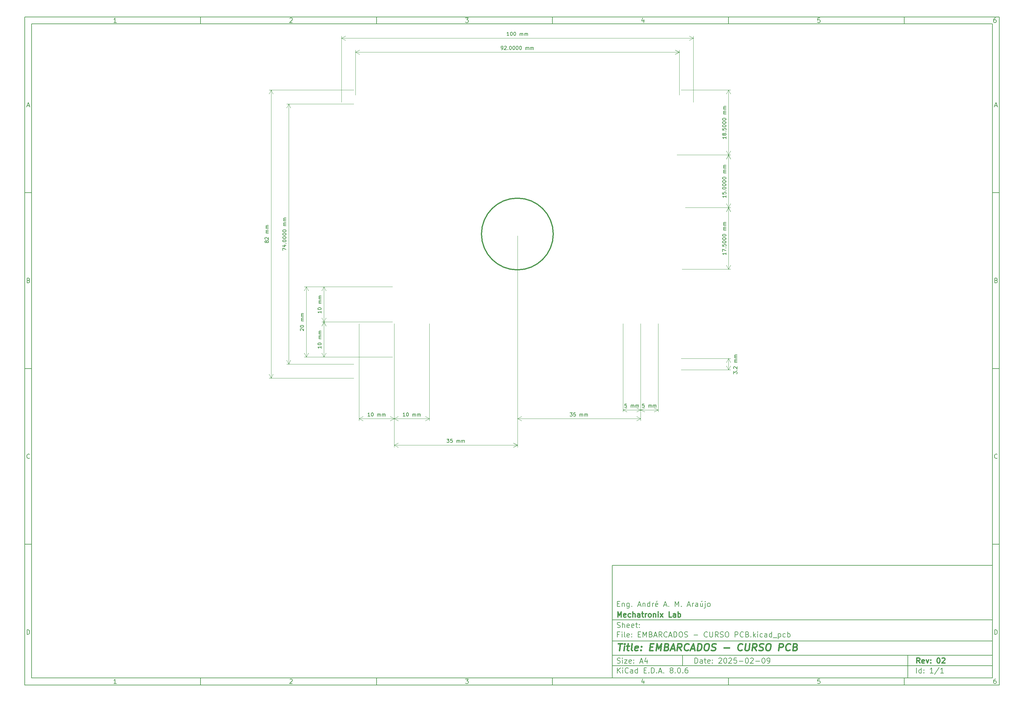
<source format=gbr>
%TF.GenerationSoftware,KiCad,Pcbnew,8.0.6*%
%TF.CreationDate,2025-02-09T14:35:08-03:00*%
%TF.ProjectId,EMBARCADOS - CURSO PCB,454d4241-5243-4414-944f-53202d204355,02*%
%TF.SameCoordinates,Original*%
%TF.FileFunction,OtherDrawing,Comment*%
%FSLAX46Y46*%
G04 Gerber Fmt 4.6, Leading zero omitted, Abs format (unit mm)*
G04 Created by KiCad (PCBNEW 8.0.6) date 2025-02-09 14:35:08*
%MOMM*%
%LPD*%
G01*
G04 APERTURE LIST*
%ADD10C,0.100000*%
%ADD11C,0.150000*%
%ADD12C,0.300000*%
%ADD13C,0.400000*%
G04 APERTURE END LIST*
D10*
D11*
X177002200Y-166007200D02*
X285002200Y-166007200D01*
X285002200Y-198007200D01*
X177002200Y-198007200D01*
X177002200Y-166007200D01*
D10*
D11*
X10000000Y-10000000D02*
X287002200Y-10000000D01*
X287002200Y-200007200D01*
X10000000Y-200007200D01*
X10000000Y-10000000D01*
D10*
D11*
X12000000Y-12000000D02*
X285002200Y-12000000D01*
X285002200Y-198007200D01*
X12000000Y-198007200D01*
X12000000Y-12000000D01*
D10*
D11*
X60000000Y-12000000D02*
X60000000Y-10000000D01*
D10*
D11*
X110000000Y-12000000D02*
X110000000Y-10000000D01*
D10*
D11*
X160000000Y-12000000D02*
X160000000Y-10000000D01*
D10*
D11*
X210000000Y-12000000D02*
X210000000Y-10000000D01*
D10*
D11*
X260000000Y-12000000D02*
X260000000Y-10000000D01*
D10*
D11*
X36089160Y-11593604D02*
X35346303Y-11593604D01*
X35717731Y-11593604D02*
X35717731Y-10293604D01*
X35717731Y-10293604D02*
X35593922Y-10479319D01*
X35593922Y-10479319D02*
X35470112Y-10603128D01*
X35470112Y-10603128D02*
X35346303Y-10665033D01*
D10*
D11*
X85346303Y-10417414D02*
X85408207Y-10355509D01*
X85408207Y-10355509D02*
X85532017Y-10293604D01*
X85532017Y-10293604D02*
X85841541Y-10293604D01*
X85841541Y-10293604D02*
X85965350Y-10355509D01*
X85965350Y-10355509D02*
X86027255Y-10417414D01*
X86027255Y-10417414D02*
X86089160Y-10541223D01*
X86089160Y-10541223D02*
X86089160Y-10665033D01*
X86089160Y-10665033D02*
X86027255Y-10850747D01*
X86027255Y-10850747D02*
X85284398Y-11593604D01*
X85284398Y-11593604D02*
X86089160Y-11593604D01*
D10*
D11*
X135284398Y-10293604D02*
X136089160Y-10293604D01*
X136089160Y-10293604D02*
X135655826Y-10788842D01*
X135655826Y-10788842D02*
X135841541Y-10788842D01*
X135841541Y-10788842D02*
X135965350Y-10850747D01*
X135965350Y-10850747D02*
X136027255Y-10912652D01*
X136027255Y-10912652D02*
X136089160Y-11036461D01*
X136089160Y-11036461D02*
X136089160Y-11345985D01*
X136089160Y-11345985D02*
X136027255Y-11469795D01*
X136027255Y-11469795D02*
X135965350Y-11531700D01*
X135965350Y-11531700D02*
X135841541Y-11593604D01*
X135841541Y-11593604D02*
X135470112Y-11593604D01*
X135470112Y-11593604D02*
X135346303Y-11531700D01*
X135346303Y-11531700D02*
X135284398Y-11469795D01*
D10*
D11*
X185965350Y-10726938D02*
X185965350Y-11593604D01*
X185655826Y-10231700D02*
X185346303Y-11160271D01*
X185346303Y-11160271D02*
X186151064Y-11160271D01*
D10*
D11*
X236027255Y-10293604D02*
X235408207Y-10293604D01*
X235408207Y-10293604D02*
X235346303Y-10912652D01*
X235346303Y-10912652D02*
X235408207Y-10850747D01*
X235408207Y-10850747D02*
X235532017Y-10788842D01*
X235532017Y-10788842D02*
X235841541Y-10788842D01*
X235841541Y-10788842D02*
X235965350Y-10850747D01*
X235965350Y-10850747D02*
X236027255Y-10912652D01*
X236027255Y-10912652D02*
X236089160Y-11036461D01*
X236089160Y-11036461D02*
X236089160Y-11345985D01*
X236089160Y-11345985D02*
X236027255Y-11469795D01*
X236027255Y-11469795D02*
X235965350Y-11531700D01*
X235965350Y-11531700D02*
X235841541Y-11593604D01*
X235841541Y-11593604D02*
X235532017Y-11593604D01*
X235532017Y-11593604D02*
X235408207Y-11531700D01*
X235408207Y-11531700D02*
X235346303Y-11469795D01*
D10*
D11*
X285965350Y-10293604D02*
X285717731Y-10293604D01*
X285717731Y-10293604D02*
X285593922Y-10355509D01*
X285593922Y-10355509D02*
X285532017Y-10417414D01*
X285532017Y-10417414D02*
X285408207Y-10603128D01*
X285408207Y-10603128D02*
X285346303Y-10850747D01*
X285346303Y-10850747D02*
X285346303Y-11345985D01*
X285346303Y-11345985D02*
X285408207Y-11469795D01*
X285408207Y-11469795D02*
X285470112Y-11531700D01*
X285470112Y-11531700D02*
X285593922Y-11593604D01*
X285593922Y-11593604D02*
X285841541Y-11593604D01*
X285841541Y-11593604D02*
X285965350Y-11531700D01*
X285965350Y-11531700D02*
X286027255Y-11469795D01*
X286027255Y-11469795D02*
X286089160Y-11345985D01*
X286089160Y-11345985D02*
X286089160Y-11036461D01*
X286089160Y-11036461D02*
X286027255Y-10912652D01*
X286027255Y-10912652D02*
X285965350Y-10850747D01*
X285965350Y-10850747D02*
X285841541Y-10788842D01*
X285841541Y-10788842D02*
X285593922Y-10788842D01*
X285593922Y-10788842D02*
X285470112Y-10850747D01*
X285470112Y-10850747D02*
X285408207Y-10912652D01*
X285408207Y-10912652D02*
X285346303Y-11036461D01*
D10*
D11*
X60000000Y-198007200D02*
X60000000Y-200007200D01*
D10*
D11*
X110000000Y-198007200D02*
X110000000Y-200007200D01*
D10*
D11*
X160000000Y-198007200D02*
X160000000Y-200007200D01*
D10*
D11*
X210000000Y-198007200D02*
X210000000Y-200007200D01*
D10*
D11*
X260000000Y-198007200D02*
X260000000Y-200007200D01*
D10*
D11*
X36089160Y-199600804D02*
X35346303Y-199600804D01*
X35717731Y-199600804D02*
X35717731Y-198300804D01*
X35717731Y-198300804D02*
X35593922Y-198486519D01*
X35593922Y-198486519D02*
X35470112Y-198610328D01*
X35470112Y-198610328D02*
X35346303Y-198672233D01*
D10*
D11*
X85346303Y-198424614D02*
X85408207Y-198362709D01*
X85408207Y-198362709D02*
X85532017Y-198300804D01*
X85532017Y-198300804D02*
X85841541Y-198300804D01*
X85841541Y-198300804D02*
X85965350Y-198362709D01*
X85965350Y-198362709D02*
X86027255Y-198424614D01*
X86027255Y-198424614D02*
X86089160Y-198548423D01*
X86089160Y-198548423D02*
X86089160Y-198672233D01*
X86089160Y-198672233D02*
X86027255Y-198857947D01*
X86027255Y-198857947D02*
X85284398Y-199600804D01*
X85284398Y-199600804D02*
X86089160Y-199600804D01*
D10*
D11*
X135284398Y-198300804D02*
X136089160Y-198300804D01*
X136089160Y-198300804D02*
X135655826Y-198796042D01*
X135655826Y-198796042D02*
X135841541Y-198796042D01*
X135841541Y-198796042D02*
X135965350Y-198857947D01*
X135965350Y-198857947D02*
X136027255Y-198919852D01*
X136027255Y-198919852D02*
X136089160Y-199043661D01*
X136089160Y-199043661D02*
X136089160Y-199353185D01*
X136089160Y-199353185D02*
X136027255Y-199476995D01*
X136027255Y-199476995D02*
X135965350Y-199538900D01*
X135965350Y-199538900D02*
X135841541Y-199600804D01*
X135841541Y-199600804D02*
X135470112Y-199600804D01*
X135470112Y-199600804D02*
X135346303Y-199538900D01*
X135346303Y-199538900D02*
X135284398Y-199476995D01*
D10*
D11*
X185965350Y-198734138D02*
X185965350Y-199600804D01*
X185655826Y-198238900D02*
X185346303Y-199167471D01*
X185346303Y-199167471D02*
X186151064Y-199167471D01*
D10*
D11*
X236027255Y-198300804D02*
X235408207Y-198300804D01*
X235408207Y-198300804D02*
X235346303Y-198919852D01*
X235346303Y-198919852D02*
X235408207Y-198857947D01*
X235408207Y-198857947D02*
X235532017Y-198796042D01*
X235532017Y-198796042D02*
X235841541Y-198796042D01*
X235841541Y-198796042D02*
X235965350Y-198857947D01*
X235965350Y-198857947D02*
X236027255Y-198919852D01*
X236027255Y-198919852D02*
X236089160Y-199043661D01*
X236089160Y-199043661D02*
X236089160Y-199353185D01*
X236089160Y-199353185D02*
X236027255Y-199476995D01*
X236027255Y-199476995D02*
X235965350Y-199538900D01*
X235965350Y-199538900D02*
X235841541Y-199600804D01*
X235841541Y-199600804D02*
X235532017Y-199600804D01*
X235532017Y-199600804D02*
X235408207Y-199538900D01*
X235408207Y-199538900D02*
X235346303Y-199476995D01*
D10*
D11*
X285965350Y-198300804D02*
X285717731Y-198300804D01*
X285717731Y-198300804D02*
X285593922Y-198362709D01*
X285593922Y-198362709D02*
X285532017Y-198424614D01*
X285532017Y-198424614D02*
X285408207Y-198610328D01*
X285408207Y-198610328D02*
X285346303Y-198857947D01*
X285346303Y-198857947D02*
X285346303Y-199353185D01*
X285346303Y-199353185D02*
X285408207Y-199476995D01*
X285408207Y-199476995D02*
X285470112Y-199538900D01*
X285470112Y-199538900D02*
X285593922Y-199600804D01*
X285593922Y-199600804D02*
X285841541Y-199600804D01*
X285841541Y-199600804D02*
X285965350Y-199538900D01*
X285965350Y-199538900D02*
X286027255Y-199476995D01*
X286027255Y-199476995D02*
X286089160Y-199353185D01*
X286089160Y-199353185D02*
X286089160Y-199043661D01*
X286089160Y-199043661D02*
X286027255Y-198919852D01*
X286027255Y-198919852D02*
X285965350Y-198857947D01*
X285965350Y-198857947D02*
X285841541Y-198796042D01*
X285841541Y-198796042D02*
X285593922Y-198796042D01*
X285593922Y-198796042D02*
X285470112Y-198857947D01*
X285470112Y-198857947D02*
X285408207Y-198919852D01*
X285408207Y-198919852D02*
X285346303Y-199043661D01*
D10*
D11*
X10000000Y-60000000D02*
X12000000Y-60000000D01*
D10*
D11*
X10000000Y-110000000D02*
X12000000Y-110000000D01*
D10*
D11*
X10000000Y-160000000D02*
X12000000Y-160000000D01*
D10*
D11*
X10690476Y-35222176D02*
X11309523Y-35222176D01*
X10566666Y-35593604D02*
X10999999Y-34293604D01*
X10999999Y-34293604D02*
X11433333Y-35593604D01*
D10*
D11*
X11092857Y-84912652D02*
X11278571Y-84974557D01*
X11278571Y-84974557D02*
X11340476Y-85036461D01*
X11340476Y-85036461D02*
X11402380Y-85160271D01*
X11402380Y-85160271D02*
X11402380Y-85345985D01*
X11402380Y-85345985D02*
X11340476Y-85469795D01*
X11340476Y-85469795D02*
X11278571Y-85531700D01*
X11278571Y-85531700D02*
X11154761Y-85593604D01*
X11154761Y-85593604D02*
X10659523Y-85593604D01*
X10659523Y-85593604D02*
X10659523Y-84293604D01*
X10659523Y-84293604D02*
X11092857Y-84293604D01*
X11092857Y-84293604D02*
X11216666Y-84355509D01*
X11216666Y-84355509D02*
X11278571Y-84417414D01*
X11278571Y-84417414D02*
X11340476Y-84541223D01*
X11340476Y-84541223D02*
X11340476Y-84665033D01*
X11340476Y-84665033D02*
X11278571Y-84788842D01*
X11278571Y-84788842D02*
X11216666Y-84850747D01*
X11216666Y-84850747D02*
X11092857Y-84912652D01*
X11092857Y-84912652D02*
X10659523Y-84912652D01*
D10*
D11*
X11402380Y-135469795D02*
X11340476Y-135531700D01*
X11340476Y-135531700D02*
X11154761Y-135593604D01*
X11154761Y-135593604D02*
X11030952Y-135593604D01*
X11030952Y-135593604D02*
X10845238Y-135531700D01*
X10845238Y-135531700D02*
X10721428Y-135407890D01*
X10721428Y-135407890D02*
X10659523Y-135284080D01*
X10659523Y-135284080D02*
X10597619Y-135036461D01*
X10597619Y-135036461D02*
X10597619Y-134850747D01*
X10597619Y-134850747D02*
X10659523Y-134603128D01*
X10659523Y-134603128D02*
X10721428Y-134479319D01*
X10721428Y-134479319D02*
X10845238Y-134355509D01*
X10845238Y-134355509D02*
X11030952Y-134293604D01*
X11030952Y-134293604D02*
X11154761Y-134293604D01*
X11154761Y-134293604D02*
X11340476Y-134355509D01*
X11340476Y-134355509D02*
X11402380Y-134417414D01*
D10*
D11*
X10659523Y-185593604D02*
X10659523Y-184293604D01*
X10659523Y-184293604D02*
X10969047Y-184293604D01*
X10969047Y-184293604D02*
X11154761Y-184355509D01*
X11154761Y-184355509D02*
X11278571Y-184479319D01*
X11278571Y-184479319D02*
X11340476Y-184603128D01*
X11340476Y-184603128D02*
X11402380Y-184850747D01*
X11402380Y-184850747D02*
X11402380Y-185036461D01*
X11402380Y-185036461D02*
X11340476Y-185284080D01*
X11340476Y-185284080D02*
X11278571Y-185407890D01*
X11278571Y-185407890D02*
X11154761Y-185531700D01*
X11154761Y-185531700D02*
X10969047Y-185593604D01*
X10969047Y-185593604D02*
X10659523Y-185593604D01*
D10*
D11*
X287002200Y-60000000D02*
X285002200Y-60000000D01*
D10*
D11*
X287002200Y-110000000D02*
X285002200Y-110000000D01*
D10*
D11*
X287002200Y-160000000D02*
X285002200Y-160000000D01*
D10*
D11*
X285692676Y-35222176D02*
X286311723Y-35222176D01*
X285568866Y-35593604D02*
X286002199Y-34293604D01*
X286002199Y-34293604D02*
X286435533Y-35593604D01*
D10*
D11*
X286095057Y-84912652D02*
X286280771Y-84974557D01*
X286280771Y-84974557D02*
X286342676Y-85036461D01*
X286342676Y-85036461D02*
X286404580Y-85160271D01*
X286404580Y-85160271D02*
X286404580Y-85345985D01*
X286404580Y-85345985D02*
X286342676Y-85469795D01*
X286342676Y-85469795D02*
X286280771Y-85531700D01*
X286280771Y-85531700D02*
X286156961Y-85593604D01*
X286156961Y-85593604D02*
X285661723Y-85593604D01*
X285661723Y-85593604D02*
X285661723Y-84293604D01*
X285661723Y-84293604D02*
X286095057Y-84293604D01*
X286095057Y-84293604D02*
X286218866Y-84355509D01*
X286218866Y-84355509D02*
X286280771Y-84417414D01*
X286280771Y-84417414D02*
X286342676Y-84541223D01*
X286342676Y-84541223D02*
X286342676Y-84665033D01*
X286342676Y-84665033D02*
X286280771Y-84788842D01*
X286280771Y-84788842D02*
X286218866Y-84850747D01*
X286218866Y-84850747D02*
X286095057Y-84912652D01*
X286095057Y-84912652D02*
X285661723Y-84912652D01*
D10*
D11*
X286404580Y-135469795D02*
X286342676Y-135531700D01*
X286342676Y-135531700D02*
X286156961Y-135593604D01*
X286156961Y-135593604D02*
X286033152Y-135593604D01*
X286033152Y-135593604D02*
X285847438Y-135531700D01*
X285847438Y-135531700D02*
X285723628Y-135407890D01*
X285723628Y-135407890D02*
X285661723Y-135284080D01*
X285661723Y-135284080D02*
X285599819Y-135036461D01*
X285599819Y-135036461D02*
X285599819Y-134850747D01*
X285599819Y-134850747D02*
X285661723Y-134603128D01*
X285661723Y-134603128D02*
X285723628Y-134479319D01*
X285723628Y-134479319D02*
X285847438Y-134355509D01*
X285847438Y-134355509D02*
X286033152Y-134293604D01*
X286033152Y-134293604D02*
X286156961Y-134293604D01*
X286156961Y-134293604D02*
X286342676Y-134355509D01*
X286342676Y-134355509D02*
X286404580Y-134417414D01*
D10*
D11*
X285661723Y-185593604D02*
X285661723Y-184293604D01*
X285661723Y-184293604D02*
X285971247Y-184293604D01*
X285971247Y-184293604D02*
X286156961Y-184355509D01*
X286156961Y-184355509D02*
X286280771Y-184479319D01*
X286280771Y-184479319D02*
X286342676Y-184603128D01*
X286342676Y-184603128D02*
X286404580Y-184850747D01*
X286404580Y-184850747D02*
X286404580Y-185036461D01*
X286404580Y-185036461D02*
X286342676Y-185284080D01*
X286342676Y-185284080D02*
X286280771Y-185407890D01*
X286280771Y-185407890D02*
X286156961Y-185531700D01*
X286156961Y-185531700D02*
X285971247Y-185593604D01*
X285971247Y-185593604D02*
X285661723Y-185593604D01*
D10*
D11*
X200458026Y-193793328D02*
X200458026Y-192293328D01*
X200458026Y-192293328D02*
X200815169Y-192293328D01*
X200815169Y-192293328D02*
X201029455Y-192364757D01*
X201029455Y-192364757D02*
X201172312Y-192507614D01*
X201172312Y-192507614D02*
X201243741Y-192650471D01*
X201243741Y-192650471D02*
X201315169Y-192936185D01*
X201315169Y-192936185D02*
X201315169Y-193150471D01*
X201315169Y-193150471D02*
X201243741Y-193436185D01*
X201243741Y-193436185D02*
X201172312Y-193579042D01*
X201172312Y-193579042D02*
X201029455Y-193721900D01*
X201029455Y-193721900D02*
X200815169Y-193793328D01*
X200815169Y-193793328D02*
X200458026Y-193793328D01*
X202600884Y-193793328D02*
X202600884Y-193007614D01*
X202600884Y-193007614D02*
X202529455Y-192864757D01*
X202529455Y-192864757D02*
X202386598Y-192793328D01*
X202386598Y-192793328D02*
X202100884Y-192793328D01*
X202100884Y-192793328D02*
X201958026Y-192864757D01*
X202600884Y-193721900D02*
X202458026Y-193793328D01*
X202458026Y-193793328D02*
X202100884Y-193793328D01*
X202100884Y-193793328D02*
X201958026Y-193721900D01*
X201958026Y-193721900D02*
X201886598Y-193579042D01*
X201886598Y-193579042D02*
X201886598Y-193436185D01*
X201886598Y-193436185D02*
X201958026Y-193293328D01*
X201958026Y-193293328D02*
X202100884Y-193221900D01*
X202100884Y-193221900D02*
X202458026Y-193221900D01*
X202458026Y-193221900D02*
X202600884Y-193150471D01*
X203100884Y-192793328D02*
X203672312Y-192793328D01*
X203315169Y-192293328D02*
X203315169Y-193579042D01*
X203315169Y-193579042D02*
X203386598Y-193721900D01*
X203386598Y-193721900D02*
X203529455Y-193793328D01*
X203529455Y-193793328D02*
X203672312Y-193793328D01*
X204743741Y-193721900D02*
X204600884Y-193793328D01*
X204600884Y-193793328D02*
X204315170Y-193793328D01*
X204315170Y-193793328D02*
X204172312Y-193721900D01*
X204172312Y-193721900D02*
X204100884Y-193579042D01*
X204100884Y-193579042D02*
X204100884Y-193007614D01*
X204100884Y-193007614D02*
X204172312Y-192864757D01*
X204172312Y-192864757D02*
X204315170Y-192793328D01*
X204315170Y-192793328D02*
X204600884Y-192793328D01*
X204600884Y-192793328D02*
X204743741Y-192864757D01*
X204743741Y-192864757D02*
X204815170Y-193007614D01*
X204815170Y-193007614D02*
X204815170Y-193150471D01*
X204815170Y-193150471D02*
X204100884Y-193293328D01*
X205458026Y-193650471D02*
X205529455Y-193721900D01*
X205529455Y-193721900D02*
X205458026Y-193793328D01*
X205458026Y-193793328D02*
X205386598Y-193721900D01*
X205386598Y-193721900D02*
X205458026Y-193650471D01*
X205458026Y-193650471D02*
X205458026Y-193793328D01*
X205458026Y-192864757D02*
X205529455Y-192936185D01*
X205529455Y-192936185D02*
X205458026Y-193007614D01*
X205458026Y-193007614D02*
X205386598Y-192936185D01*
X205386598Y-192936185D02*
X205458026Y-192864757D01*
X205458026Y-192864757D02*
X205458026Y-193007614D01*
X207243741Y-192436185D02*
X207315169Y-192364757D01*
X207315169Y-192364757D02*
X207458027Y-192293328D01*
X207458027Y-192293328D02*
X207815169Y-192293328D01*
X207815169Y-192293328D02*
X207958027Y-192364757D01*
X207958027Y-192364757D02*
X208029455Y-192436185D01*
X208029455Y-192436185D02*
X208100884Y-192579042D01*
X208100884Y-192579042D02*
X208100884Y-192721900D01*
X208100884Y-192721900D02*
X208029455Y-192936185D01*
X208029455Y-192936185D02*
X207172312Y-193793328D01*
X207172312Y-193793328D02*
X208100884Y-193793328D01*
X209029455Y-192293328D02*
X209172312Y-192293328D01*
X209172312Y-192293328D02*
X209315169Y-192364757D01*
X209315169Y-192364757D02*
X209386598Y-192436185D01*
X209386598Y-192436185D02*
X209458026Y-192579042D01*
X209458026Y-192579042D02*
X209529455Y-192864757D01*
X209529455Y-192864757D02*
X209529455Y-193221900D01*
X209529455Y-193221900D02*
X209458026Y-193507614D01*
X209458026Y-193507614D02*
X209386598Y-193650471D01*
X209386598Y-193650471D02*
X209315169Y-193721900D01*
X209315169Y-193721900D02*
X209172312Y-193793328D01*
X209172312Y-193793328D02*
X209029455Y-193793328D01*
X209029455Y-193793328D02*
X208886598Y-193721900D01*
X208886598Y-193721900D02*
X208815169Y-193650471D01*
X208815169Y-193650471D02*
X208743740Y-193507614D01*
X208743740Y-193507614D02*
X208672312Y-193221900D01*
X208672312Y-193221900D02*
X208672312Y-192864757D01*
X208672312Y-192864757D02*
X208743740Y-192579042D01*
X208743740Y-192579042D02*
X208815169Y-192436185D01*
X208815169Y-192436185D02*
X208886598Y-192364757D01*
X208886598Y-192364757D02*
X209029455Y-192293328D01*
X210100883Y-192436185D02*
X210172311Y-192364757D01*
X210172311Y-192364757D02*
X210315169Y-192293328D01*
X210315169Y-192293328D02*
X210672311Y-192293328D01*
X210672311Y-192293328D02*
X210815169Y-192364757D01*
X210815169Y-192364757D02*
X210886597Y-192436185D01*
X210886597Y-192436185D02*
X210958026Y-192579042D01*
X210958026Y-192579042D02*
X210958026Y-192721900D01*
X210958026Y-192721900D02*
X210886597Y-192936185D01*
X210886597Y-192936185D02*
X210029454Y-193793328D01*
X210029454Y-193793328D02*
X210958026Y-193793328D01*
X212315168Y-192293328D02*
X211600882Y-192293328D01*
X211600882Y-192293328D02*
X211529454Y-193007614D01*
X211529454Y-193007614D02*
X211600882Y-192936185D01*
X211600882Y-192936185D02*
X211743740Y-192864757D01*
X211743740Y-192864757D02*
X212100882Y-192864757D01*
X212100882Y-192864757D02*
X212243740Y-192936185D01*
X212243740Y-192936185D02*
X212315168Y-193007614D01*
X212315168Y-193007614D02*
X212386597Y-193150471D01*
X212386597Y-193150471D02*
X212386597Y-193507614D01*
X212386597Y-193507614D02*
X212315168Y-193650471D01*
X212315168Y-193650471D02*
X212243740Y-193721900D01*
X212243740Y-193721900D02*
X212100882Y-193793328D01*
X212100882Y-193793328D02*
X211743740Y-193793328D01*
X211743740Y-193793328D02*
X211600882Y-193721900D01*
X211600882Y-193721900D02*
X211529454Y-193650471D01*
X213029453Y-193221900D02*
X214172311Y-193221900D01*
X215172311Y-192293328D02*
X215315168Y-192293328D01*
X215315168Y-192293328D02*
X215458025Y-192364757D01*
X215458025Y-192364757D02*
X215529454Y-192436185D01*
X215529454Y-192436185D02*
X215600882Y-192579042D01*
X215600882Y-192579042D02*
X215672311Y-192864757D01*
X215672311Y-192864757D02*
X215672311Y-193221900D01*
X215672311Y-193221900D02*
X215600882Y-193507614D01*
X215600882Y-193507614D02*
X215529454Y-193650471D01*
X215529454Y-193650471D02*
X215458025Y-193721900D01*
X215458025Y-193721900D02*
X215315168Y-193793328D01*
X215315168Y-193793328D02*
X215172311Y-193793328D01*
X215172311Y-193793328D02*
X215029454Y-193721900D01*
X215029454Y-193721900D02*
X214958025Y-193650471D01*
X214958025Y-193650471D02*
X214886596Y-193507614D01*
X214886596Y-193507614D02*
X214815168Y-193221900D01*
X214815168Y-193221900D02*
X214815168Y-192864757D01*
X214815168Y-192864757D02*
X214886596Y-192579042D01*
X214886596Y-192579042D02*
X214958025Y-192436185D01*
X214958025Y-192436185D02*
X215029454Y-192364757D01*
X215029454Y-192364757D02*
X215172311Y-192293328D01*
X216243739Y-192436185D02*
X216315167Y-192364757D01*
X216315167Y-192364757D02*
X216458025Y-192293328D01*
X216458025Y-192293328D02*
X216815167Y-192293328D01*
X216815167Y-192293328D02*
X216958025Y-192364757D01*
X216958025Y-192364757D02*
X217029453Y-192436185D01*
X217029453Y-192436185D02*
X217100882Y-192579042D01*
X217100882Y-192579042D02*
X217100882Y-192721900D01*
X217100882Y-192721900D02*
X217029453Y-192936185D01*
X217029453Y-192936185D02*
X216172310Y-193793328D01*
X216172310Y-193793328D02*
X217100882Y-193793328D01*
X217743738Y-193221900D02*
X218886596Y-193221900D01*
X219886596Y-192293328D02*
X220029453Y-192293328D01*
X220029453Y-192293328D02*
X220172310Y-192364757D01*
X220172310Y-192364757D02*
X220243739Y-192436185D01*
X220243739Y-192436185D02*
X220315167Y-192579042D01*
X220315167Y-192579042D02*
X220386596Y-192864757D01*
X220386596Y-192864757D02*
X220386596Y-193221900D01*
X220386596Y-193221900D02*
X220315167Y-193507614D01*
X220315167Y-193507614D02*
X220243739Y-193650471D01*
X220243739Y-193650471D02*
X220172310Y-193721900D01*
X220172310Y-193721900D02*
X220029453Y-193793328D01*
X220029453Y-193793328D02*
X219886596Y-193793328D01*
X219886596Y-193793328D02*
X219743739Y-193721900D01*
X219743739Y-193721900D02*
X219672310Y-193650471D01*
X219672310Y-193650471D02*
X219600881Y-193507614D01*
X219600881Y-193507614D02*
X219529453Y-193221900D01*
X219529453Y-193221900D02*
X219529453Y-192864757D01*
X219529453Y-192864757D02*
X219600881Y-192579042D01*
X219600881Y-192579042D02*
X219672310Y-192436185D01*
X219672310Y-192436185D02*
X219743739Y-192364757D01*
X219743739Y-192364757D02*
X219886596Y-192293328D01*
X221100881Y-193793328D02*
X221386595Y-193793328D01*
X221386595Y-193793328D02*
X221529452Y-193721900D01*
X221529452Y-193721900D02*
X221600881Y-193650471D01*
X221600881Y-193650471D02*
X221743738Y-193436185D01*
X221743738Y-193436185D02*
X221815167Y-193150471D01*
X221815167Y-193150471D02*
X221815167Y-192579042D01*
X221815167Y-192579042D02*
X221743738Y-192436185D01*
X221743738Y-192436185D02*
X221672310Y-192364757D01*
X221672310Y-192364757D02*
X221529452Y-192293328D01*
X221529452Y-192293328D02*
X221243738Y-192293328D01*
X221243738Y-192293328D02*
X221100881Y-192364757D01*
X221100881Y-192364757D02*
X221029452Y-192436185D01*
X221029452Y-192436185D02*
X220958024Y-192579042D01*
X220958024Y-192579042D02*
X220958024Y-192936185D01*
X220958024Y-192936185D02*
X221029452Y-193079042D01*
X221029452Y-193079042D02*
X221100881Y-193150471D01*
X221100881Y-193150471D02*
X221243738Y-193221900D01*
X221243738Y-193221900D02*
X221529452Y-193221900D01*
X221529452Y-193221900D02*
X221672310Y-193150471D01*
X221672310Y-193150471D02*
X221743738Y-193079042D01*
X221743738Y-193079042D02*
X221815167Y-192936185D01*
D10*
D11*
X177002200Y-194507200D02*
X285002200Y-194507200D01*
D10*
D11*
X178458026Y-196593328D02*
X178458026Y-195093328D01*
X179315169Y-196593328D02*
X178672312Y-195736185D01*
X179315169Y-195093328D02*
X178458026Y-195950471D01*
X179958026Y-196593328D02*
X179958026Y-195593328D01*
X179958026Y-195093328D02*
X179886598Y-195164757D01*
X179886598Y-195164757D02*
X179958026Y-195236185D01*
X179958026Y-195236185D02*
X180029455Y-195164757D01*
X180029455Y-195164757D02*
X179958026Y-195093328D01*
X179958026Y-195093328D02*
X179958026Y-195236185D01*
X181529455Y-196450471D02*
X181458027Y-196521900D01*
X181458027Y-196521900D02*
X181243741Y-196593328D01*
X181243741Y-196593328D02*
X181100884Y-196593328D01*
X181100884Y-196593328D02*
X180886598Y-196521900D01*
X180886598Y-196521900D02*
X180743741Y-196379042D01*
X180743741Y-196379042D02*
X180672312Y-196236185D01*
X180672312Y-196236185D02*
X180600884Y-195950471D01*
X180600884Y-195950471D02*
X180600884Y-195736185D01*
X180600884Y-195736185D02*
X180672312Y-195450471D01*
X180672312Y-195450471D02*
X180743741Y-195307614D01*
X180743741Y-195307614D02*
X180886598Y-195164757D01*
X180886598Y-195164757D02*
X181100884Y-195093328D01*
X181100884Y-195093328D02*
X181243741Y-195093328D01*
X181243741Y-195093328D02*
X181458027Y-195164757D01*
X181458027Y-195164757D02*
X181529455Y-195236185D01*
X182815170Y-196593328D02*
X182815170Y-195807614D01*
X182815170Y-195807614D02*
X182743741Y-195664757D01*
X182743741Y-195664757D02*
X182600884Y-195593328D01*
X182600884Y-195593328D02*
X182315170Y-195593328D01*
X182315170Y-195593328D02*
X182172312Y-195664757D01*
X182815170Y-196521900D02*
X182672312Y-196593328D01*
X182672312Y-196593328D02*
X182315170Y-196593328D01*
X182315170Y-196593328D02*
X182172312Y-196521900D01*
X182172312Y-196521900D02*
X182100884Y-196379042D01*
X182100884Y-196379042D02*
X182100884Y-196236185D01*
X182100884Y-196236185D02*
X182172312Y-196093328D01*
X182172312Y-196093328D02*
X182315170Y-196021900D01*
X182315170Y-196021900D02*
X182672312Y-196021900D01*
X182672312Y-196021900D02*
X182815170Y-195950471D01*
X184172313Y-196593328D02*
X184172313Y-195093328D01*
X184172313Y-196521900D02*
X184029455Y-196593328D01*
X184029455Y-196593328D02*
X183743741Y-196593328D01*
X183743741Y-196593328D02*
X183600884Y-196521900D01*
X183600884Y-196521900D02*
X183529455Y-196450471D01*
X183529455Y-196450471D02*
X183458027Y-196307614D01*
X183458027Y-196307614D02*
X183458027Y-195879042D01*
X183458027Y-195879042D02*
X183529455Y-195736185D01*
X183529455Y-195736185D02*
X183600884Y-195664757D01*
X183600884Y-195664757D02*
X183743741Y-195593328D01*
X183743741Y-195593328D02*
X184029455Y-195593328D01*
X184029455Y-195593328D02*
X184172313Y-195664757D01*
X186029455Y-195807614D02*
X186529455Y-195807614D01*
X186743741Y-196593328D02*
X186029455Y-196593328D01*
X186029455Y-196593328D02*
X186029455Y-195093328D01*
X186029455Y-195093328D02*
X186743741Y-195093328D01*
X187386598Y-196450471D02*
X187458027Y-196521900D01*
X187458027Y-196521900D02*
X187386598Y-196593328D01*
X187386598Y-196593328D02*
X187315170Y-196521900D01*
X187315170Y-196521900D02*
X187386598Y-196450471D01*
X187386598Y-196450471D02*
X187386598Y-196593328D01*
X188100884Y-196593328D02*
X188100884Y-195093328D01*
X188100884Y-195093328D02*
X188458027Y-195093328D01*
X188458027Y-195093328D02*
X188672313Y-195164757D01*
X188672313Y-195164757D02*
X188815170Y-195307614D01*
X188815170Y-195307614D02*
X188886599Y-195450471D01*
X188886599Y-195450471D02*
X188958027Y-195736185D01*
X188958027Y-195736185D02*
X188958027Y-195950471D01*
X188958027Y-195950471D02*
X188886599Y-196236185D01*
X188886599Y-196236185D02*
X188815170Y-196379042D01*
X188815170Y-196379042D02*
X188672313Y-196521900D01*
X188672313Y-196521900D02*
X188458027Y-196593328D01*
X188458027Y-196593328D02*
X188100884Y-196593328D01*
X189600884Y-196450471D02*
X189672313Y-196521900D01*
X189672313Y-196521900D02*
X189600884Y-196593328D01*
X189600884Y-196593328D02*
X189529456Y-196521900D01*
X189529456Y-196521900D02*
X189600884Y-196450471D01*
X189600884Y-196450471D02*
X189600884Y-196593328D01*
X190243742Y-196164757D02*
X190958028Y-196164757D01*
X190100885Y-196593328D02*
X190600885Y-195093328D01*
X190600885Y-195093328D02*
X191100885Y-196593328D01*
X191600884Y-196450471D02*
X191672313Y-196521900D01*
X191672313Y-196521900D02*
X191600884Y-196593328D01*
X191600884Y-196593328D02*
X191529456Y-196521900D01*
X191529456Y-196521900D02*
X191600884Y-196450471D01*
X191600884Y-196450471D02*
X191600884Y-196593328D01*
X193672313Y-195736185D02*
X193529456Y-195664757D01*
X193529456Y-195664757D02*
X193458027Y-195593328D01*
X193458027Y-195593328D02*
X193386599Y-195450471D01*
X193386599Y-195450471D02*
X193386599Y-195379042D01*
X193386599Y-195379042D02*
X193458027Y-195236185D01*
X193458027Y-195236185D02*
X193529456Y-195164757D01*
X193529456Y-195164757D02*
X193672313Y-195093328D01*
X193672313Y-195093328D02*
X193958027Y-195093328D01*
X193958027Y-195093328D02*
X194100885Y-195164757D01*
X194100885Y-195164757D02*
X194172313Y-195236185D01*
X194172313Y-195236185D02*
X194243742Y-195379042D01*
X194243742Y-195379042D02*
X194243742Y-195450471D01*
X194243742Y-195450471D02*
X194172313Y-195593328D01*
X194172313Y-195593328D02*
X194100885Y-195664757D01*
X194100885Y-195664757D02*
X193958027Y-195736185D01*
X193958027Y-195736185D02*
X193672313Y-195736185D01*
X193672313Y-195736185D02*
X193529456Y-195807614D01*
X193529456Y-195807614D02*
X193458027Y-195879042D01*
X193458027Y-195879042D02*
X193386599Y-196021900D01*
X193386599Y-196021900D02*
X193386599Y-196307614D01*
X193386599Y-196307614D02*
X193458027Y-196450471D01*
X193458027Y-196450471D02*
X193529456Y-196521900D01*
X193529456Y-196521900D02*
X193672313Y-196593328D01*
X193672313Y-196593328D02*
X193958027Y-196593328D01*
X193958027Y-196593328D02*
X194100885Y-196521900D01*
X194100885Y-196521900D02*
X194172313Y-196450471D01*
X194172313Y-196450471D02*
X194243742Y-196307614D01*
X194243742Y-196307614D02*
X194243742Y-196021900D01*
X194243742Y-196021900D02*
X194172313Y-195879042D01*
X194172313Y-195879042D02*
X194100885Y-195807614D01*
X194100885Y-195807614D02*
X193958027Y-195736185D01*
X194886598Y-196450471D02*
X194958027Y-196521900D01*
X194958027Y-196521900D02*
X194886598Y-196593328D01*
X194886598Y-196593328D02*
X194815170Y-196521900D01*
X194815170Y-196521900D02*
X194886598Y-196450471D01*
X194886598Y-196450471D02*
X194886598Y-196593328D01*
X195886599Y-195093328D02*
X196029456Y-195093328D01*
X196029456Y-195093328D02*
X196172313Y-195164757D01*
X196172313Y-195164757D02*
X196243742Y-195236185D01*
X196243742Y-195236185D02*
X196315170Y-195379042D01*
X196315170Y-195379042D02*
X196386599Y-195664757D01*
X196386599Y-195664757D02*
X196386599Y-196021900D01*
X196386599Y-196021900D02*
X196315170Y-196307614D01*
X196315170Y-196307614D02*
X196243742Y-196450471D01*
X196243742Y-196450471D02*
X196172313Y-196521900D01*
X196172313Y-196521900D02*
X196029456Y-196593328D01*
X196029456Y-196593328D02*
X195886599Y-196593328D01*
X195886599Y-196593328D02*
X195743742Y-196521900D01*
X195743742Y-196521900D02*
X195672313Y-196450471D01*
X195672313Y-196450471D02*
X195600884Y-196307614D01*
X195600884Y-196307614D02*
X195529456Y-196021900D01*
X195529456Y-196021900D02*
X195529456Y-195664757D01*
X195529456Y-195664757D02*
X195600884Y-195379042D01*
X195600884Y-195379042D02*
X195672313Y-195236185D01*
X195672313Y-195236185D02*
X195743742Y-195164757D01*
X195743742Y-195164757D02*
X195886599Y-195093328D01*
X197029455Y-196450471D02*
X197100884Y-196521900D01*
X197100884Y-196521900D02*
X197029455Y-196593328D01*
X197029455Y-196593328D02*
X196958027Y-196521900D01*
X196958027Y-196521900D02*
X197029455Y-196450471D01*
X197029455Y-196450471D02*
X197029455Y-196593328D01*
X198386599Y-195093328D02*
X198100884Y-195093328D01*
X198100884Y-195093328D02*
X197958027Y-195164757D01*
X197958027Y-195164757D02*
X197886599Y-195236185D01*
X197886599Y-195236185D02*
X197743741Y-195450471D01*
X197743741Y-195450471D02*
X197672313Y-195736185D01*
X197672313Y-195736185D02*
X197672313Y-196307614D01*
X197672313Y-196307614D02*
X197743741Y-196450471D01*
X197743741Y-196450471D02*
X197815170Y-196521900D01*
X197815170Y-196521900D02*
X197958027Y-196593328D01*
X197958027Y-196593328D02*
X198243741Y-196593328D01*
X198243741Y-196593328D02*
X198386599Y-196521900D01*
X198386599Y-196521900D02*
X198458027Y-196450471D01*
X198458027Y-196450471D02*
X198529456Y-196307614D01*
X198529456Y-196307614D02*
X198529456Y-195950471D01*
X198529456Y-195950471D02*
X198458027Y-195807614D01*
X198458027Y-195807614D02*
X198386599Y-195736185D01*
X198386599Y-195736185D02*
X198243741Y-195664757D01*
X198243741Y-195664757D02*
X197958027Y-195664757D01*
X197958027Y-195664757D02*
X197815170Y-195736185D01*
X197815170Y-195736185D02*
X197743741Y-195807614D01*
X197743741Y-195807614D02*
X197672313Y-195950471D01*
D10*
D11*
X177002200Y-191507200D02*
X285002200Y-191507200D01*
D10*
D12*
X264413853Y-193785528D02*
X263913853Y-193071242D01*
X263556710Y-193785528D02*
X263556710Y-192285528D01*
X263556710Y-192285528D02*
X264128139Y-192285528D01*
X264128139Y-192285528D02*
X264270996Y-192356957D01*
X264270996Y-192356957D02*
X264342425Y-192428385D01*
X264342425Y-192428385D02*
X264413853Y-192571242D01*
X264413853Y-192571242D02*
X264413853Y-192785528D01*
X264413853Y-192785528D02*
X264342425Y-192928385D01*
X264342425Y-192928385D02*
X264270996Y-192999814D01*
X264270996Y-192999814D02*
X264128139Y-193071242D01*
X264128139Y-193071242D02*
X263556710Y-193071242D01*
X265628139Y-193714100D02*
X265485282Y-193785528D01*
X265485282Y-193785528D02*
X265199568Y-193785528D01*
X265199568Y-193785528D02*
X265056710Y-193714100D01*
X265056710Y-193714100D02*
X264985282Y-193571242D01*
X264985282Y-193571242D02*
X264985282Y-192999814D01*
X264985282Y-192999814D02*
X265056710Y-192856957D01*
X265056710Y-192856957D02*
X265199568Y-192785528D01*
X265199568Y-192785528D02*
X265485282Y-192785528D01*
X265485282Y-192785528D02*
X265628139Y-192856957D01*
X265628139Y-192856957D02*
X265699568Y-192999814D01*
X265699568Y-192999814D02*
X265699568Y-193142671D01*
X265699568Y-193142671D02*
X264985282Y-193285528D01*
X266199567Y-192785528D02*
X266556710Y-193785528D01*
X266556710Y-193785528D02*
X266913853Y-192785528D01*
X267485281Y-193642671D02*
X267556710Y-193714100D01*
X267556710Y-193714100D02*
X267485281Y-193785528D01*
X267485281Y-193785528D02*
X267413853Y-193714100D01*
X267413853Y-193714100D02*
X267485281Y-193642671D01*
X267485281Y-193642671D02*
X267485281Y-193785528D01*
X267485281Y-192856957D02*
X267556710Y-192928385D01*
X267556710Y-192928385D02*
X267485281Y-192999814D01*
X267485281Y-192999814D02*
X267413853Y-192928385D01*
X267413853Y-192928385D02*
X267485281Y-192856957D01*
X267485281Y-192856957D02*
X267485281Y-192999814D01*
X269628139Y-192285528D02*
X269770996Y-192285528D01*
X269770996Y-192285528D02*
X269913853Y-192356957D01*
X269913853Y-192356957D02*
X269985282Y-192428385D01*
X269985282Y-192428385D02*
X270056710Y-192571242D01*
X270056710Y-192571242D02*
X270128139Y-192856957D01*
X270128139Y-192856957D02*
X270128139Y-193214100D01*
X270128139Y-193214100D02*
X270056710Y-193499814D01*
X270056710Y-193499814D02*
X269985282Y-193642671D01*
X269985282Y-193642671D02*
X269913853Y-193714100D01*
X269913853Y-193714100D02*
X269770996Y-193785528D01*
X269770996Y-193785528D02*
X269628139Y-193785528D01*
X269628139Y-193785528D02*
X269485282Y-193714100D01*
X269485282Y-193714100D02*
X269413853Y-193642671D01*
X269413853Y-193642671D02*
X269342424Y-193499814D01*
X269342424Y-193499814D02*
X269270996Y-193214100D01*
X269270996Y-193214100D02*
X269270996Y-192856957D01*
X269270996Y-192856957D02*
X269342424Y-192571242D01*
X269342424Y-192571242D02*
X269413853Y-192428385D01*
X269413853Y-192428385D02*
X269485282Y-192356957D01*
X269485282Y-192356957D02*
X269628139Y-192285528D01*
X270699567Y-192428385D02*
X270770995Y-192356957D01*
X270770995Y-192356957D02*
X270913853Y-192285528D01*
X270913853Y-192285528D02*
X271270995Y-192285528D01*
X271270995Y-192285528D02*
X271413853Y-192356957D01*
X271413853Y-192356957D02*
X271485281Y-192428385D01*
X271485281Y-192428385D02*
X271556710Y-192571242D01*
X271556710Y-192571242D02*
X271556710Y-192714100D01*
X271556710Y-192714100D02*
X271485281Y-192928385D01*
X271485281Y-192928385D02*
X270628138Y-193785528D01*
X270628138Y-193785528D02*
X271556710Y-193785528D01*
D10*
D11*
X178386598Y-193721900D02*
X178600884Y-193793328D01*
X178600884Y-193793328D02*
X178958026Y-193793328D01*
X178958026Y-193793328D02*
X179100884Y-193721900D01*
X179100884Y-193721900D02*
X179172312Y-193650471D01*
X179172312Y-193650471D02*
X179243741Y-193507614D01*
X179243741Y-193507614D02*
X179243741Y-193364757D01*
X179243741Y-193364757D02*
X179172312Y-193221900D01*
X179172312Y-193221900D02*
X179100884Y-193150471D01*
X179100884Y-193150471D02*
X178958026Y-193079042D01*
X178958026Y-193079042D02*
X178672312Y-193007614D01*
X178672312Y-193007614D02*
X178529455Y-192936185D01*
X178529455Y-192936185D02*
X178458026Y-192864757D01*
X178458026Y-192864757D02*
X178386598Y-192721900D01*
X178386598Y-192721900D02*
X178386598Y-192579042D01*
X178386598Y-192579042D02*
X178458026Y-192436185D01*
X178458026Y-192436185D02*
X178529455Y-192364757D01*
X178529455Y-192364757D02*
X178672312Y-192293328D01*
X178672312Y-192293328D02*
X179029455Y-192293328D01*
X179029455Y-192293328D02*
X179243741Y-192364757D01*
X179886597Y-193793328D02*
X179886597Y-192793328D01*
X179886597Y-192293328D02*
X179815169Y-192364757D01*
X179815169Y-192364757D02*
X179886597Y-192436185D01*
X179886597Y-192436185D02*
X179958026Y-192364757D01*
X179958026Y-192364757D02*
X179886597Y-192293328D01*
X179886597Y-192293328D02*
X179886597Y-192436185D01*
X180458026Y-192793328D02*
X181243741Y-192793328D01*
X181243741Y-192793328D02*
X180458026Y-193793328D01*
X180458026Y-193793328D02*
X181243741Y-193793328D01*
X182386598Y-193721900D02*
X182243741Y-193793328D01*
X182243741Y-193793328D02*
X181958027Y-193793328D01*
X181958027Y-193793328D02*
X181815169Y-193721900D01*
X181815169Y-193721900D02*
X181743741Y-193579042D01*
X181743741Y-193579042D02*
X181743741Y-193007614D01*
X181743741Y-193007614D02*
X181815169Y-192864757D01*
X181815169Y-192864757D02*
X181958027Y-192793328D01*
X181958027Y-192793328D02*
X182243741Y-192793328D01*
X182243741Y-192793328D02*
X182386598Y-192864757D01*
X182386598Y-192864757D02*
X182458027Y-193007614D01*
X182458027Y-193007614D02*
X182458027Y-193150471D01*
X182458027Y-193150471D02*
X181743741Y-193293328D01*
X183100883Y-193650471D02*
X183172312Y-193721900D01*
X183172312Y-193721900D02*
X183100883Y-193793328D01*
X183100883Y-193793328D02*
X183029455Y-193721900D01*
X183029455Y-193721900D02*
X183100883Y-193650471D01*
X183100883Y-193650471D02*
X183100883Y-193793328D01*
X183100883Y-192864757D02*
X183172312Y-192936185D01*
X183172312Y-192936185D02*
X183100883Y-193007614D01*
X183100883Y-193007614D02*
X183029455Y-192936185D01*
X183029455Y-192936185D02*
X183100883Y-192864757D01*
X183100883Y-192864757D02*
X183100883Y-193007614D01*
X184886598Y-193364757D02*
X185600884Y-193364757D01*
X184743741Y-193793328D02*
X185243741Y-192293328D01*
X185243741Y-192293328D02*
X185743741Y-193793328D01*
X186886598Y-192793328D02*
X186886598Y-193793328D01*
X186529455Y-192221900D02*
X186172312Y-193293328D01*
X186172312Y-193293328D02*
X187100883Y-193293328D01*
D10*
D11*
X263458026Y-196593328D02*
X263458026Y-195093328D01*
X264815170Y-196593328D02*
X264815170Y-195093328D01*
X264815170Y-196521900D02*
X264672312Y-196593328D01*
X264672312Y-196593328D02*
X264386598Y-196593328D01*
X264386598Y-196593328D02*
X264243741Y-196521900D01*
X264243741Y-196521900D02*
X264172312Y-196450471D01*
X264172312Y-196450471D02*
X264100884Y-196307614D01*
X264100884Y-196307614D02*
X264100884Y-195879042D01*
X264100884Y-195879042D02*
X264172312Y-195736185D01*
X264172312Y-195736185D02*
X264243741Y-195664757D01*
X264243741Y-195664757D02*
X264386598Y-195593328D01*
X264386598Y-195593328D02*
X264672312Y-195593328D01*
X264672312Y-195593328D02*
X264815170Y-195664757D01*
X265529455Y-196450471D02*
X265600884Y-196521900D01*
X265600884Y-196521900D02*
X265529455Y-196593328D01*
X265529455Y-196593328D02*
X265458027Y-196521900D01*
X265458027Y-196521900D02*
X265529455Y-196450471D01*
X265529455Y-196450471D02*
X265529455Y-196593328D01*
X265529455Y-195664757D02*
X265600884Y-195736185D01*
X265600884Y-195736185D02*
X265529455Y-195807614D01*
X265529455Y-195807614D02*
X265458027Y-195736185D01*
X265458027Y-195736185D02*
X265529455Y-195664757D01*
X265529455Y-195664757D02*
X265529455Y-195807614D01*
X268172313Y-196593328D02*
X267315170Y-196593328D01*
X267743741Y-196593328D02*
X267743741Y-195093328D01*
X267743741Y-195093328D02*
X267600884Y-195307614D01*
X267600884Y-195307614D02*
X267458027Y-195450471D01*
X267458027Y-195450471D02*
X267315170Y-195521900D01*
X269886598Y-195021900D02*
X268600884Y-196950471D01*
X271172313Y-196593328D02*
X270315170Y-196593328D01*
X270743741Y-196593328D02*
X270743741Y-195093328D01*
X270743741Y-195093328D02*
X270600884Y-195307614D01*
X270600884Y-195307614D02*
X270458027Y-195450471D01*
X270458027Y-195450471D02*
X270315170Y-195521900D01*
D10*
D11*
X177002200Y-187507200D02*
X285002200Y-187507200D01*
D10*
D13*
X178693928Y-188211638D02*
X179836785Y-188211638D01*
X179015357Y-190211638D02*
X179265357Y-188211638D01*
X180253452Y-190211638D02*
X180420119Y-188878304D01*
X180503452Y-188211638D02*
X180396309Y-188306876D01*
X180396309Y-188306876D02*
X180479643Y-188402114D01*
X180479643Y-188402114D02*
X180586786Y-188306876D01*
X180586786Y-188306876D02*
X180503452Y-188211638D01*
X180503452Y-188211638D02*
X180479643Y-188402114D01*
X181086786Y-188878304D02*
X181848690Y-188878304D01*
X181455833Y-188211638D02*
X181241548Y-189925923D01*
X181241548Y-189925923D02*
X181312976Y-190116400D01*
X181312976Y-190116400D02*
X181491548Y-190211638D01*
X181491548Y-190211638D02*
X181682024Y-190211638D01*
X182634405Y-190211638D02*
X182455833Y-190116400D01*
X182455833Y-190116400D02*
X182384405Y-189925923D01*
X182384405Y-189925923D02*
X182598690Y-188211638D01*
X184170119Y-190116400D02*
X183967738Y-190211638D01*
X183967738Y-190211638D02*
X183586785Y-190211638D01*
X183586785Y-190211638D02*
X183408214Y-190116400D01*
X183408214Y-190116400D02*
X183336785Y-189925923D01*
X183336785Y-189925923D02*
X183432024Y-189164019D01*
X183432024Y-189164019D02*
X183551071Y-188973542D01*
X183551071Y-188973542D02*
X183753452Y-188878304D01*
X183753452Y-188878304D02*
X184134404Y-188878304D01*
X184134404Y-188878304D02*
X184312976Y-188973542D01*
X184312976Y-188973542D02*
X184384404Y-189164019D01*
X184384404Y-189164019D02*
X184360595Y-189354495D01*
X184360595Y-189354495D02*
X183384404Y-189544971D01*
X185134405Y-190021161D02*
X185217738Y-190116400D01*
X185217738Y-190116400D02*
X185110595Y-190211638D01*
X185110595Y-190211638D02*
X185027262Y-190116400D01*
X185027262Y-190116400D02*
X185134405Y-190021161D01*
X185134405Y-190021161D02*
X185110595Y-190211638D01*
X185265357Y-188973542D02*
X185348690Y-189068780D01*
X185348690Y-189068780D02*
X185241548Y-189164019D01*
X185241548Y-189164019D02*
X185158214Y-189068780D01*
X185158214Y-189068780D02*
X185265357Y-188973542D01*
X185265357Y-188973542D02*
X185241548Y-189164019D01*
X187717739Y-189164019D02*
X188384405Y-189164019D01*
X188539167Y-190211638D02*
X187586786Y-190211638D01*
X187586786Y-190211638D02*
X187836786Y-188211638D01*
X187836786Y-188211638D02*
X188789167Y-188211638D01*
X189396310Y-190211638D02*
X189646310Y-188211638D01*
X189646310Y-188211638D02*
X190134405Y-189640209D01*
X190134405Y-189640209D02*
X190979644Y-188211638D01*
X190979644Y-188211638D02*
X190729644Y-190211638D01*
X192479643Y-189164019D02*
X192753453Y-189259257D01*
X192753453Y-189259257D02*
X192836786Y-189354495D01*
X192836786Y-189354495D02*
X192908215Y-189544971D01*
X192908215Y-189544971D02*
X192872500Y-189830685D01*
X192872500Y-189830685D02*
X192753453Y-190021161D01*
X192753453Y-190021161D02*
X192646310Y-190116400D01*
X192646310Y-190116400D02*
X192443929Y-190211638D01*
X192443929Y-190211638D02*
X191682024Y-190211638D01*
X191682024Y-190211638D02*
X191932024Y-188211638D01*
X191932024Y-188211638D02*
X192598691Y-188211638D01*
X192598691Y-188211638D02*
X192777262Y-188306876D01*
X192777262Y-188306876D02*
X192860596Y-188402114D01*
X192860596Y-188402114D02*
X192932024Y-188592590D01*
X192932024Y-188592590D02*
X192908215Y-188783066D01*
X192908215Y-188783066D02*
X192789167Y-188973542D01*
X192789167Y-188973542D02*
X192682024Y-189068780D01*
X192682024Y-189068780D02*
X192479643Y-189164019D01*
X192479643Y-189164019D02*
X191812977Y-189164019D01*
X193658215Y-189640209D02*
X194610596Y-189640209D01*
X193396310Y-190211638D02*
X194312977Y-188211638D01*
X194312977Y-188211638D02*
X194729643Y-190211638D01*
X196539167Y-190211638D02*
X195991548Y-189259257D01*
X195396310Y-190211638D02*
X195646310Y-188211638D01*
X195646310Y-188211638D02*
X196408215Y-188211638D01*
X196408215Y-188211638D02*
X196586786Y-188306876D01*
X196586786Y-188306876D02*
X196670120Y-188402114D01*
X196670120Y-188402114D02*
X196741548Y-188592590D01*
X196741548Y-188592590D02*
X196705834Y-188878304D01*
X196705834Y-188878304D02*
X196586786Y-189068780D01*
X196586786Y-189068780D02*
X196479644Y-189164019D01*
X196479644Y-189164019D02*
X196277263Y-189259257D01*
X196277263Y-189259257D02*
X195515358Y-189259257D01*
X198562977Y-190021161D02*
X198455834Y-190116400D01*
X198455834Y-190116400D02*
X198158215Y-190211638D01*
X198158215Y-190211638D02*
X197967739Y-190211638D01*
X197967739Y-190211638D02*
X197693929Y-190116400D01*
X197693929Y-190116400D02*
X197527263Y-189925923D01*
X197527263Y-189925923D02*
X197455834Y-189735447D01*
X197455834Y-189735447D02*
X197408215Y-189354495D01*
X197408215Y-189354495D02*
X197443929Y-189068780D01*
X197443929Y-189068780D02*
X197586786Y-188687828D01*
X197586786Y-188687828D02*
X197705834Y-188497352D01*
X197705834Y-188497352D02*
X197920120Y-188306876D01*
X197920120Y-188306876D02*
X198217739Y-188211638D01*
X198217739Y-188211638D02*
X198408215Y-188211638D01*
X198408215Y-188211638D02*
X198682025Y-188306876D01*
X198682025Y-188306876D02*
X198765358Y-188402114D01*
X199372501Y-189640209D02*
X200324882Y-189640209D01*
X199110596Y-190211638D02*
X200027263Y-188211638D01*
X200027263Y-188211638D02*
X200443929Y-190211638D01*
X201110596Y-190211638D02*
X201360596Y-188211638D01*
X201360596Y-188211638D02*
X201836787Y-188211638D01*
X201836787Y-188211638D02*
X202110596Y-188306876D01*
X202110596Y-188306876D02*
X202277263Y-188497352D01*
X202277263Y-188497352D02*
X202348691Y-188687828D01*
X202348691Y-188687828D02*
X202396311Y-189068780D01*
X202396311Y-189068780D02*
X202360596Y-189354495D01*
X202360596Y-189354495D02*
X202217739Y-189735447D01*
X202217739Y-189735447D02*
X202098691Y-189925923D01*
X202098691Y-189925923D02*
X201884406Y-190116400D01*
X201884406Y-190116400D02*
X201586787Y-190211638D01*
X201586787Y-190211638D02*
X201110596Y-190211638D01*
X203741549Y-188211638D02*
X204122501Y-188211638D01*
X204122501Y-188211638D02*
X204301072Y-188306876D01*
X204301072Y-188306876D02*
X204467739Y-188497352D01*
X204467739Y-188497352D02*
X204515358Y-188878304D01*
X204515358Y-188878304D02*
X204432025Y-189544971D01*
X204432025Y-189544971D02*
X204289168Y-189925923D01*
X204289168Y-189925923D02*
X204074882Y-190116400D01*
X204074882Y-190116400D02*
X203872501Y-190211638D01*
X203872501Y-190211638D02*
X203491549Y-190211638D01*
X203491549Y-190211638D02*
X203312977Y-190116400D01*
X203312977Y-190116400D02*
X203146311Y-189925923D01*
X203146311Y-189925923D02*
X203098691Y-189544971D01*
X203098691Y-189544971D02*
X203182025Y-188878304D01*
X203182025Y-188878304D02*
X203324882Y-188497352D01*
X203324882Y-188497352D02*
X203539168Y-188306876D01*
X203539168Y-188306876D02*
X203741549Y-188211638D01*
X205122501Y-190116400D02*
X205396310Y-190211638D01*
X205396310Y-190211638D02*
X205872501Y-190211638D01*
X205872501Y-190211638D02*
X206074882Y-190116400D01*
X206074882Y-190116400D02*
X206182025Y-190021161D01*
X206182025Y-190021161D02*
X206301072Y-189830685D01*
X206301072Y-189830685D02*
X206324882Y-189640209D01*
X206324882Y-189640209D02*
X206253453Y-189449733D01*
X206253453Y-189449733D02*
X206170120Y-189354495D01*
X206170120Y-189354495D02*
X205991549Y-189259257D01*
X205991549Y-189259257D02*
X205622501Y-189164019D01*
X205622501Y-189164019D02*
X205443929Y-189068780D01*
X205443929Y-189068780D02*
X205360596Y-188973542D01*
X205360596Y-188973542D02*
X205289168Y-188783066D01*
X205289168Y-188783066D02*
X205312977Y-188592590D01*
X205312977Y-188592590D02*
X205432025Y-188402114D01*
X205432025Y-188402114D02*
X205539168Y-188306876D01*
X205539168Y-188306876D02*
X205741549Y-188211638D01*
X205741549Y-188211638D02*
X206217739Y-188211638D01*
X206217739Y-188211638D02*
X206491549Y-188306876D01*
X208729644Y-189449733D02*
X210253454Y-189449733D01*
X213801073Y-190021161D02*
X213693930Y-190116400D01*
X213693930Y-190116400D02*
X213396311Y-190211638D01*
X213396311Y-190211638D02*
X213205835Y-190211638D01*
X213205835Y-190211638D02*
X212932025Y-190116400D01*
X212932025Y-190116400D02*
X212765359Y-189925923D01*
X212765359Y-189925923D02*
X212693930Y-189735447D01*
X212693930Y-189735447D02*
X212646311Y-189354495D01*
X212646311Y-189354495D02*
X212682025Y-189068780D01*
X212682025Y-189068780D02*
X212824882Y-188687828D01*
X212824882Y-188687828D02*
X212943930Y-188497352D01*
X212943930Y-188497352D02*
X213158216Y-188306876D01*
X213158216Y-188306876D02*
X213455835Y-188211638D01*
X213455835Y-188211638D02*
X213646311Y-188211638D01*
X213646311Y-188211638D02*
X213920121Y-188306876D01*
X213920121Y-188306876D02*
X214003454Y-188402114D01*
X214884406Y-188211638D02*
X214682025Y-189830685D01*
X214682025Y-189830685D02*
X214753454Y-190021161D01*
X214753454Y-190021161D02*
X214836787Y-190116400D01*
X214836787Y-190116400D02*
X215015359Y-190211638D01*
X215015359Y-190211638D02*
X215396311Y-190211638D01*
X215396311Y-190211638D02*
X215598692Y-190116400D01*
X215598692Y-190116400D02*
X215705835Y-190021161D01*
X215705835Y-190021161D02*
X215824882Y-189830685D01*
X215824882Y-189830685D02*
X216027263Y-188211638D01*
X217872501Y-190211638D02*
X217324882Y-189259257D01*
X216729644Y-190211638D02*
X216979644Y-188211638D01*
X216979644Y-188211638D02*
X217741549Y-188211638D01*
X217741549Y-188211638D02*
X217920120Y-188306876D01*
X217920120Y-188306876D02*
X218003454Y-188402114D01*
X218003454Y-188402114D02*
X218074882Y-188592590D01*
X218074882Y-188592590D02*
X218039168Y-188878304D01*
X218039168Y-188878304D02*
X217920120Y-189068780D01*
X217920120Y-189068780D02*
X217812978Y-189164019D01*
X217812978Y-189164019D02*
X217610597Y-189259257D01*
X217610597Y-189259257D02*
X216848692Y-189259257D01*
X218646311Y-190116400D02*
X218920120Y-190211638D01*
X218920120Y-190211638D02*
X219396311Y-190211638D01*
X219396311Y-190211638D02*
X219598692Y-190116400D01*
X219598692Y-190116400D02*
X219705835Y-190021161D01*
X219705835Y-190021161D02*
X219824882Y-189830685D01*
X219824882Y-189830685D02*
X219848692Y-189640209D01*
X219848692Y-189640209D02*
X219777263Y-189449733D01*
X219777263Y-189449733D02*
X219693930Y-189354495D01*
X219693930Y-189354495D02*
X219515359Y-189259257D01*
X219515359Y-189259257D02*
X219146311Y-189164019D01*
X219146311Y-189164019D02*
X218967739Y-189068780D01*
X218967739Y-189068780D02*
X218884406Y-188973542D01*
X218884406Y-188973542D02*
X218812978Y-188783066D01*
X218812978Y-188783066D02*
X218836787Y-188592590D01*
X218836787Y-188592590D02*
X218955835Y-188402114D01*
X218955835Y-188402114D02*
X219062978Y-188306876D01*
X219062978Y-188306876D02*
X219265359Y-188211638D01*
X219265359Y-188211638D02*
X219741549Y-188211638D01*
X219741549Y-188211638D02*
X220015359Y-188306876D01*
X221265359Y-188211638D02*
X221646311Y-188211638D01*
X221646311Y-188211638D02*
X221824882Y-188306876D01*
X221824882Y-188306876D02*
X221991549Y-188497352D01*
X221991549Y-188497352D02*
X222039168Y-188878304D01*
X222039168Y-188878304D02*
X221955835Y-189544971D01*
X221955835Y-189544971D02*
X221812978Y-189925923D01*
X221812978Y-189925923D02*
X221598692Y-190116400D01*
X221598692Y-190116400D02*
X221396311Y-190211638D01*
X221396311Y-190211638D02*
X221015359Y-190211638D01*
X221015359Y-190211638D02*
X220836787Y-190116400D01*
X220836787Y-190116400D02*
X220670121Y-189925923D01*
X220670121Y-189925923D02*
X220622501Y-189544971D01*
X220622501Y-189544971D02*
X220705835Y-188878304D01*
X220705835Y-188878304D02*
X220848692Y-188497352D01*
X220848692Y-188497352D02*
X221062978Y-188306876D01*
X221062978Y-188306876D02*
X221265359Y-188211638D01*
X224253454Y-190211638D02*
X224503454Y-188211638D01*
X224503454Y-188211638D02*
X225265359Y-188211638D01*
X225265359Y-188211638D02*
X225443930Y-188306876D01*
X225443930Y-188306876D02*
X225527264Y-188402114D01*
X225527264Y-188402114D02*
X225598692Y-188592590D01*
X225598692Y-188592590D02*
X225562978Y-188878304D01*
X225562978Y-188878304D02*
X225443930Y-189068780D01*
X225443930Y-189068780D02*
X225336788Y-189164019D01*
X225336788Y-189164019D02*
X225134407Y-189259257D01*
X225134407Y-189259257D02*
X224372502Y-189259257D01*
X227420121Y-190021161D02*
X227312978Y-190116400D01*
X227312978Y-190116400D02*
X227015359Y-190211638D01*
X227015359Y-190211638D02*
X226824883Y-190211638D01*
X226824883Y-190211638D02*
X226551073Y-190116400D01*
X226551073Y-190116400D02*
X226384407Y-189925923D01*
X226384407Y-189925923D02*
X226312978Y-189735447D01*
X226312978Y-189735447D02*
X226265359Y-189354495D01*
X226265359Y-189354495D02*
X226301073Y-189068780D01*
X226301073Y-189068780D02*
X226443930Y-188687828D01*
X226443930Y-188687828D02*
X226562978Y-188497352D01*
X226562978Y-188497352D02*
X226777264Y-188306876D01*
X226777264Y-188306876D02*
X227074883Y-188211638D01*
X227074883Y-188211638D02*
X227265359Y-188211638D01*
X227265359Y-188211638D02*
X227539169Y-188306876D01*
X227539169Y-188306876D02*
X227622502Y-188402114D01*
X229051073Y-189164019D02*
X229324883Y-189259257D01*
X229324883Y-189259257D02*
X229408216Y-189354495D01*
X229408216Y-189354495D02*
X229479645Y-189544971D01*
X229479645Y-189544971D02*
X229443930Y-189830685D01*
X229443930Y-189830685D02*
X229324883Y-190021161D01*
X229324883Y-190021161D02*
X229217740Y-190116400D01*
X229217740Y-190116400D02*
X229015359Y-190211638D01*
X229015359Y-190211638D02*
X228253454Y-190211638D01*
X228253454Y-190211638D02*
X228503454Y-188211638D01*
X228503454Y-188211638D02*
X229170121Y-188211638D01*
X229170121Y-188211638D02*
X229348692Y-188306876D01*
X229348692Y-188306876D02*
X229432026Y-188402114D01*
X229432026Y-188402114D02*
X229503454Y-188592590D01*
X229503454Y-188592590D02*
X229479645Y-188783066D01*
X229479645Y-188783066D02*
X229360597Y-188973542D01*
X229360597Y-188973542D02*
X229253454Y-189068780D01*
X229253454Y-189068780D02*
X229051073Y-189164019D01*
X229051073Y-189164019D02*
X228384407Y-189164019D01*
D10*
D11*
X178958026Y-185607614D02*
X178458026Y-185607614D01*
X178458026Y-186393328D02*
X178458026Y-184893328D01*
X178458026Y-184893328D02*
X179172312Y-184893328D01*
X179743740Y-186393328D02*
X179743740Y-185393328D01*
X179743740Y-184893328D02*
X179672312Y-184964757D01*
X179672312Y-184964757D02*
X179743740Y-185036185D01*
X179743740Y-185036185D02*
X179815169Y-184964757D01*
X179815169Y-184964757D02*
X179743740Y-184893328D01*
X179743740Y-184893328D02*
X179743740Y-185036185D01*
X180672312Y-186393328D02*
X180529455Y-186321900D01*
X180529455Y-186321900D02*
X180458026Y-186179042D01*
X180458026Y-186179042D02*
X180458026Y-184893328D01*
X181815169Y-186321900D02*
X181672312Y-186393328D01*
X181672312Y-186393328D02*
X181386598Y-186393328D01*
X181386598Y-186393328D02*
X181243740Y-186321900D01*
X181243740Y-186321900D02*
X181172312Y-186179042D01*
X181172312Y-186179042D02*
X181172312Y-185607614D01*
X181172312Y-185607614D02*
X181243740Y-185464757D01*
X181243740Y-185464757D02*
X181386598Y-185393328D01*
X181386598Y-185393328D02*
X181672312Y-185393328D01*
X181672312Y-185393328D02*
X181815169Y-185464757D01*
X181815169Y-185464757D02*
X181886598Y-185607614D01*
X181886598Y-185607614D02*
X181886598Y-185750471D01*
X181886598Y-185750471D02*
X181172312Y-185893328D01*
X182529454Y-186250471D02*
X182600883Y-186321900D01*
X182600883Y-186321900D02*
X182529454Y-186393328D01*
X182529454Y-186393328D02*
X182458026Y-186321900D01*
X182458026Y-186321900D02*
X182529454Y-186250471D01*
X182529454Y-186250471D02*
X182529454Y-186393328D01*
X182529454Y-185464757D02*
X182600883Y-185536185D01*
X182600883Y-185536185D02*
X182529454Y-185607614D01*
X182529454Y-185607614D02*
X182458026Y-185536185D01*
X182458026Y-185536185D02*
X182529454Y-185464757D01*
X182529454Y-185464757D02*
X182529454Y-185607614D01*
X184386597Y-185607614D02*
X184886597Y-185607614D01*
X185100883Y-186393328D02*
X184386597Y-186393328D01*
X184386597Y-186393328D02*
X184386597Y-184893328D01*
X184386597Y-184893328D02*
X185100883Y-184893328D01*
X185743740Y-186393328D02*
X185743740Y-184893328D01*
X185743740Y-184893328D02*
X186243740Y-185964757D01*
X186243740Y-185964757D02*
X186743740Y-184893328D01*
X186743740Y-184893328D02*
X186743740Y-186393328D01*
X187958026Y-185607614D02*
X188172312Y-185679042D01*
X188172312Y-185679042D02*
X188243741Y-185750471D01*
X188243741Y-185750471D02*
X188315169Y-185893328D01*
X188315169Y-185893328D02*
X188315169Y-186107614D01*
X188315169Y-186107614D02*
X188243741Y-186250471D01*
X188243741Y-186250471D02*
X188172312Y-186321900D01*
X188172312Y-186321900D02*
X188029455Y-186393328D01*
X188029455Y-186393328D02*
X187458026Y-186393328D01*
X187458026Y-186393328D02*
X187458026Y-184893328D01*
X187458026Y-184893328D02*
X187958026Y-184893328D01*
X187958026Y-184893328D02*
X188100884Y-184964757D01*
X188100884Y-184964757D02*
X188172312Y-185036185D01*
X188172312Y-185036185D02*
X188243741Y-185179042D01*
X188243741Y-185179042D02*
X188243741Y-185321900D01*
X188243741Y-185321900D02*
X188172312Y-185464757D01*
X188172312Y-185464757D02*
X188100884Y-185536185D01*
X188100884Y-185536185D02*
X187958026Y-185607614D01*
X187958026Y-185607614D02*
X187458026Y-185607614D01*
X188886598Y-185964757D02*
X189600884Y-185964757D01*
X188743741Y-186393328D02*
X189243741Y-184893328D01*
X189243741Y-184893328D02*
X189743741Y-186393328D01*
X191100883Y-186393328D02*
X190600883Y-185679042D01*
X190243740Y-186393328D02*
X190243740Y-184893328D01*
X190243740Y-184893328D02*
X190815169Y-184893328D01*
X190815169Y-184893328D02*
X190958026Y-184964757D01*
X190958026Y-184964757D02*
X191029455Y-185036185D01*
X191029455Y-185036185D02*
X191100883Y-185179042D01*
X191100883Y-185179042D02*
X191100883Y-185393328D01*
X191100883Y-185393328D02*
X191029455Y-185536185D01*
X191029455Y-185536185D02*
X190958026Y-185607614D01*
X190958026Y-185607614D02*
X190815169Y-185679042D01*
X190815169Y-185679042D02*
X190243740Y-185679042D01*
X192600883Y-186250471D02*
X192529455Y-186321900D01*
X192529455Y-186321900D02*
X192315169Y-186393328D01*
X192315169Y-186393328D02*
X192172312Y-186393328D01*
X192172312Y-186393328D02*
X191958026Y-186321900D01*
X191958026Y-186321900D02*
X191815169Y-186179042D01*
X191815169Y-186179042D02*
X191743740Y-186036185D01*
X191743740Y-186036185D02*
X191672312Y-185750471D01*
X191672312Y-185750471D02*
X191672312Y-185536185D01*
X191672312Y-185536185D02*
X191743740Y-185250471D01*
X191743740Y-185250471D02*
X191815169Y-185107614D01*
X191815169Y-185107614D02*
X191958026Y-184964757D01*
X191958026Y-184964757D02*
X192172312Y-184893328D01*
X192172312Y-184893328D02*
X192315169Y-184893328D01*
X192315169Y-184893328D02*
X192529455Y-184964757D01*
X192529455Y-184964757D02*
X192600883Y-185036185D01*
X193172312Y-185964757D02*
X193886598Y-185964757D01*
X193029455Y-186393328D02*
X193529455Y-184893328D01*
X193529455Y-184893328D02*
X194029455Y-186393328D01*
X194529454Y-186393328D02*
X194529454Y-184893328D01*
X194529454Y-184893328D02*
X194886597Y-184893328D01*
X194886597Y-184893328D02*
X195100883Y-184964757D01*
X195100883Y-184964757D02*
X195243740Y-185107614D01*
X195243740Y-185107614D02*
X195315169Y-185250471D01*
X195315169Y-185250471D02*
X195386597Y-185536185D01*
X195386597Y-185536185D02*
X195386597Y-185750471D01*
X195386597Y-185750471D02*
X195315169Y-186036185D01*
X195315169Y-186036185D02*
X195243740Y-186179042D01*
X195243740Y-186179042D02*
X195100883Y-186321900D01*
X195100883Y-186321900D02*
X194886597Y-186393328D01*
X194886597Y-186393328D02*
X194529454Y-186393328D01*
X196315169Y-184893328D02*
X196600883Y-184893328D01*
X196600883Y-184893328D02*
X196743740Y-184964757D01*
X196743740Y-184964757D02*
X196886597Y-185107614D01*
X196886597Y-185107614D02*
X196958026Y-185393328D01*
X196958026Y-185393328D02*
X196958026Y-185893328D01*
X196958026Y-185893328D02*
X196886597Y-186179042D01*
X196886597Y-186179042D02*
X196743740Y-186321900D01*
X196743740Y-186321900D02*
X196600883Y-186393328D01*
X196600883Y-186393328D02*
X196315169Y-186393328D01*
X196315169Y-186393328D02*
X196172312Y-186321900D01*
X196172312Y-186321900D02*
X196029454Y-186179042D01*
X196029454Y-186179042D02*
X195958026Y-185893328D01*
X195958026Y-185893328D02*
X195958026Y-185393328D01*
X195958026Y-185393328D02*
X196029454Y-185107614D01*
X196029454Y-185107614D02*
X196172312Y-184964757D01*
X196172312Y-184964757D02*
X196315169Y-184893328D01*
X197529455Y-186321900D02*
X197743741Y-186393328D01*
X197743741Y-186393328D02*
X198100883Y-186393328D01*
X198100883Y-186393328D02*
X198243741Y-186321900D01*
X198243741Y-186321900D02*
X198315169Y-186250471D01*
X198315169Y-186250471D02*
X198386598Y-186107614D01*
X198386598Y-186107614D02*
X198386598Y-185964757D01*
X198386598Y-185964757D02*
X198315169Y-185821900D01*
X198315169Y-185821900D02*
X198243741Y-185750471D01*
X198243741Y-185750471D02*
X198100883Y-185679042D01*
X198100883Y-185679042D02*
X197815169Y-185607614D01*
X197815169Y-185607614D02*
X197672312Y-185536185D01*
X197672312Y-185536185D02*
X197600883Y-185464757D01*
X197600883Y-185464757D02*
X197529455Y-185321900D01*
X197529455Y-185321900D02*
X197529455Y-185179042D01*
X197529455Y-185179042D02*
X197600883Y-185036185D01*
X197600883Y-185036185D02*
X197672312Y-184964757D01*
X197672312Y-184964757D02*
X197815169Y-184893328D01*
X197815169Y-184893328D02*
X198172312Y-184893328D01*
X198172312Y-184893328D02*
X198386598Y-184964757D01*
X200172311Y-185821900D02*
X201315169Y-185821900D01*
X204029454Y-186250471D02*
X203958026Y-186321900D01*
X203958026Y-186321900D02*
X203743740Y-186393328D01*
X203743740Y-186393328D02*
X203600883Y-186393328D01*
X203600883Y-186393328D02*
X203386597Y-186321900D01*
X203386597Y-186321900D02*
X203243740Y-186179042D01*
X203243740Y-186179042D02*
X203172311Y-186036185D01*
X203172311Y-186036185D02*
X203100883Y-185750471D01*
X203100883Y-185750471D02*
X203100883Y-185536185D01*
X203100883Y-185536185D02*
X203172311Y-185250471D01*
X203172311Y-185250471D02*
X203243740Y-185107614D01*
X203243740Y-185107614D02*
X203386597Y-184964757D01*
X203386597Y-184964757D02*
X203600883Y-184893328D01*
X203600883Y-184893328D02*
X203743740Y-184893328D01*
X203743740Y-184893328D02*
X203958026Y-184964757D01*
X203958026Y-184964757D02*
X204029454Y-185036185D01*
X204672311Y-184893328D02*
X204672311Y-186107614D01*
X204672311Y-186107614D02*
X204743740Y-186250471D01*
X204743740Y-186250471D02*
X204815169Y-186321900D01*
X204815169Y-186321900D02*
X204958026Y-186393328D01*
X204958026Y-186393328D02*
X205243740Y-186393328D01*
X205243740Y-186393328D02*
X205386597Y-186321900D01*
X205386597Y-186321900D02*
X205458026Y-186250471D01*
X205458026Y-186250471D02*
X205529454Y-186107614D01*
X205529454Y-186107614D02*
X205529454Y-184893328D01*
X207100883Y-186393328D02*
X206600883Y-185679042D01*
X206243740Y-186393328D02*
X206243740Y-184893328D01*
X206243740Y-184893328D02*
X206815169Y-184893328D01*
X206815169Y-184893328D02*
X206958026Y-184964757D01*
X206958026Y-184964757D02*
X207029455Y-185036185D01*
X207029455Y-185036185D02*
X207100883Y-185179042D01*
X207100883Y-185179042D02*
X207100883Y-185393328D01*
X207100883Y-185393328D02*
X207029455Y-185536185D01*
X207029455Y-185536185D02*
X206958026Y-185607614D01*
X206958026Y-185607614D02*
X206815169Y-185679042D01*
X206815169Y-185679042D02*
X206243740Y-185679042D01*
X207672312Y-186321900D02*
X207886598Y-186393328D01*
X207886598Y-186393328D02*
X208243740Y-186393328D01*
X208243740Y-186393328D02*
X208386598Y-186321900D01*
X208386598Y-186321900D02*
X208458026Y-186250471D01*
X208458026Y-186250471D02*
X208529455Y-186107614D01*
X208529455Y-186107614D02*
X208529455Y-185964757D01*
X208529455Y-185964757D02*
X208458026Y-185821900D01*
X208458026Y-185821900D02*
X208386598Y-185750471D01*
X208386598Y-185750471D02*
X208243740Y-185679042D01*
X208243740Y-185679042D02*
X207958026Y-185607614D01*
X207958026Y-185607614D02*
X207815169Y-185536185D01*
X207815169Y-185536185D02*
X207743740Y-185464757D01*
X207743740Y-185464757D02*
X207672312Y-185321900D01*
X207672312Y-185321900D02*
X207672312Y-185179042D01*
X207672312Y-185179042D02*
X207743740Y-185036185D01*
X207743740Y-185036185D02*
X207815169Y-184964757D01*
X207815169Y-184964757D02*
X207958026Y-184893328D01*
X207958026Y-184893328D02*
X208315169Y-184893328D01*
X208315169Y-184893328D02*
X208529455Y-184964757D01*
X209458026Y-184893328D02*
X209743740Y-184893328D01*
X209743740Y-184893328D02*
X209886597Y-184964757D01*
X209886597Y-184964757D02*
X210029454Y-185107614D01*
X210029454Y-185107614D02*
X210100883Y-185393328D01*
X210100883Y-185393328D02*
X210100883Y-185893328D01*
X210100883Y-185893328D02*
X210029454Y-186179042D01*
X210029454Y-186179042D02*
X209886597Y-186321900D01*
X209886597Y-186321900D02*
X209743740Y-186393328D01*
X209743740Y-186393328D02*
X209458026Y-186393328D01*
X209458026Y-186393328D02*
X209315169Y-186321900D01*
X209315169Y-186321900D02*
X209172311Y-186179042D01*
X209172311Y-186179042D02*
X209100883Y-185893328D01*
X209100883Y-185893328D02*
X209100883Y-185393328D01*
X209100883Y-185393328D02*
X209172311Y-185107614D01*
X209172311Y-185107614D02*
X209315169Y-184964757D01*
X209315169Y-184964757D02*
X209458026Y-184893328D01*
X211886597Y-186393328D02*
X211886597Y-184893328D01*
X211886597Y-184893328D02*
X212458026Y-184893328D01*
X212458026Y-184893328D02*
X212600883Y-184964757D01*
X212600883Y-184964757D02*
X212672312Y-185036185D01*
X212672312Y-185036185D02*
X212743740Y-185179042D01*
X212743740Y-185179042D02*
X212743740Y-185393328D01*
X212743740Y-185393328D02*
X212672312Y-185536185D01*
X212672312Y-185536185D02*
X212600883Y-185607614D01*
X212600883Y-185607614D02*
X212458026Y-185679042D01*
X212458026Y-185679042D02*
X211886597Y-185679042D01*
X214243740Y-186250471D02*
X214172312Y-186321900D01*
X214172312Y-186321900D02*
X213958026Y-186393328D01*
X213958026Y-186393328D02*
X213815169Y-186393328D01*
X213815169Y-186393328D02*
X213600883Y-186321900D01*
X213600883Y-186321900D02*
X213458026Y-186179042D01*
X213458026Y-186179042D02*
X213386597Y-186036185D01*
X213386597Y-186036185D02*
X213315169Y-185750471D01*
X213315169Y-185750471D02*
X213315169Y-185536185D01*
X213315169Y-185536185D02*
X213386597Y-185250471D01*
X213386597Y-185250471D02*
X213458026Y-185107614D01*
X213458026Y-185107614D02*
X213600883Y-184964757D01*
X213600883Y-184964757D02*
X213815169Y-184893328D01*
X213815169Y-184893328D02*
X213958026Y-184893328D01*
X213958026Y-184893328D02*
X214172312Y-184964757D01*
X214172312Y-184964757D02*
X214243740Y-185036185D01*
X215386597Y-185607614D02*
X215600883Y-185679042D01*
X215600883Y-185679042D02*
X215672312Y-185750471D01*
X215672312Y-185750471D02*
X215743740Y-185893328D01*
X215743740Y-185893328D02*
X215743740Y-186107614D01*
X215743740Y-186107614D02*
X215672312Y-186250471D01*
X215672312Y-186250471D02*
X215600883Y-186321900D01*
X215600883Y-186321900D02*
X215458026Y-186393328D01*
X215458026Y-186393328D02*
X214886597Y-186393328D01*
X214886597Y-186393328D02*
X214886597Y-184893328D01*
X214886597Y-184893328D02*
X215386597Y-184893328D01*
X215386597Y-184893328D02*
X215529455Y-184964757D01*
X215529455Y-184964757D02*
X215600883Y-185036185D01*
X215600883Y-185036185D02*
X215672312Y-185179042D01*
X215672312Y-185179042D02*
X215672312Y-185321900D01*
X215672312Y-185321900D02*
X215600883Y-185464757D01*
X215600883Y-185464757D02*
X215529455Y-185536185D01*
X215529455Y-185536185D02*
X215386597Y-185607614D01*
X215386597Y-185607614D02*
X214886597Y-185607614D01*
X216386597Y-186250471D02*
X216458026Y-186321900D01*
X216458026Y-186321900D02*
X216386597Y-186393328D01*
X216386597Y-186393328D02*
X216315169Y-186321900D01*
X216315169Y-186321900D02*
X216386597Y-186250471D01*
X216386597Y-186250471D02*
X216386597Y-186393328D01*
X217100883Y-186393328D02*
X217100883Y-184893328D01*
X217243741Y-185821900D02*
X217672312Y-186393328D01*
X217672312Y-185393328D02*
X217100883Y-185964757D01*
X218315169Y-186393328D02*
X218315169Y-185393328D01*
X218315169Y-184893328D02*
X218243741Y-184964757D01*
X218243741Y-184964757D02*
X218315169Y-185036185D01*
X218315169Y-185036185D02*
X218386598Y-184964757D01*
X218386598Y-184964757D02*
X218315169Y-184893328D01*
X218315169Y-184893328D02*
X218315169Y-185036185D01*
X219672313Y-186321900D02*
X219529455Y-186393328D01*
X219529455Y-186393328D02*
X219243741Y-186393328D01*
X219243741Y-186393328D02*
X219100884Y-186321900D01*
X219100884Y-186321900D02*
X219029455Y-186250471D01*
X219029455Y-186250471D02*
X218958027Y-186107614D01*
X218958027Y-186107614D02*
X218958027Y-185679042D01*
X218958027Y-185679042D02*
X219029455Y-185536185D01*
X219029455Y-185536185D02*
X219100884Y-185464757D01*
X219100884Y-185464757D02*
X219243741Y-185393328D01*
X219243741Y-185393328D02*
X219529455Y-185393328D01*
X219529455Y-185393328D02*
X219672313Y-185464757D01*
X220958027Y-186393328D02*
X220958027Y-185607614D01*
X220958027Y-185607614D02*
X220886598Y-185464757D01*
X220886598Y-185464757D02*
X220743741Y-185393328D01*
X220743741Y-185393328D02*
X220458027Y-185393328D01*
X220458027Y-185393328D02*
X220315169Y-185464757D01*
X220958027Y-186321900D02*
X220815169Y-186393328D01*
X220815169Y-186393328D02*
X220458027Y-186393328D01*
X220458027Y-186393328D02*
X220315169Y-186321900D01*
X220315169Y-186321900D02*
X220243741Y-186179042D01*
X220243741Y-186179042D02*
X220243741Y-186036185D01*
X220243741Y-186036185D02*
X220315169Y-185893328D01*
X220315169Y-185893328D02*
X220458027Y-185821900D01*
X220458027Y-185821900D02*
X220815169Y-185821900D01*
X220815169Y-185821900D02*
X220958027Y-185750471D01*
X222315170Y-186393328D02*
X222315170Y-184893328D01*
X222315170Y-186321900D02*
X222172312Y-186393328D01*
X222172312Y-186393328D02*
X221886598Y-186393328D01*
X221886598Y-186393328D02*
X221743741Y-186321900D01*
X221743741Y-186321900D02*
X221672312Y-186250471D01*
X221672312Y-186250471D02*
X221600884Y-186107614D01*
X221600884Y-186107614D02*
X221600884Y-185679042D01*
X221600884Y-185679042D02*
X221672312Y-185536185D01*
X221672312Y-185536185D02*
X221743741Y-185464757D01*
X221743741Y-185464757D02*
X221886598Y-185393328D01*
X221886598Y-185393328D02*
X222172312Y-185393328D01*
X222172312Y-185393328D02*
X222315170Y-185464757D01*
X222672313Y-186536185D02*
X223815170Y-186536185D01*
X224172312Y-185393328D02*
X224172312Y-186893328D01*
X224172312Y-185464757D02*
X224315170Y-185393328D01*
X224315170Y-185393328D02*
X224600884Y-185393328D01*
X224600884Y-185393328D02*
X224743741Y-185464757D01*
X224743741Y-185464757D02*
X224815170Y-185536185D01*
X224815170Y-185536185D02*
X224886598Y-185679042D01*
X224886598Y-185679042D02*
X224886598Y-186107614D01*
X224886598Y-186107614D02*
X224815170Y-186250471D01*
X224815170Y-186250471D02*
X224743741Y-186321900D01*
X224743741Y-186321900D02*
X224600884Y-186393328D01*
X224600884Y-186393328D02*
X224315170Y-186393328D01*
X224315170Y-186393328D02*
X224172312Y-186321900D01*
X226172313Y-186321900D02*
X226029455Y-186393328D01*
X226029455Y-186393328D02*
X225743741Y-186393328D01*
X225743741Y-186393328D02*
X225600884Y-186321900D01*
X225600884Y-186321900D02*
X225529455Y-186250471D01*
X225529455Y-186250471D02*
X225458027Y-186107614D01*
X225458027Y-186107614D02*
X225458027Y-185679042D01*
X225458027Y-185679042D02*
X225529455Y-185536185D01*
X225529455Y-185536185D02*
X225600884Y-185464757D01*
X225600884Y-185464757D02*
X225743741Y-185393328D01*
X225743741Y-185393328D02*
X226029455Y-185393328D01*
X226029455Y-185393328D02*
X226172313Y-185464757D01*
X226815169Y-186393328D02*
X226815169Y-184893328D01*
X226815169Y-185464757D02*
X226958027Y-185393328D01*
X226958027Y-185393328D02*
X227243741Y-185393328D01*
X227243741Y-185393328D02*
X227386598Y-185464757D01*
X227386598Y-185464757D02*
X227458027Y-185536185D01*
X227458027Y-185536185D02*
X227529455Y-185679042D01*
X227529455Y-185679042D02*
X227529455Y-186107614D01*
X227529455Y-186107614D02*
X227458027Y-186250471D01*
X227458027Y-186250471D02*
X227386598Y-186321900D01*
X227386598Y-186321900D02*
X227243741Y-186393328D01*
X227243741Y-186393328D02*
X226958027Y-186393328D01*
X226958027Y-186393328D02*
X226815169Y-186321900D01*
D10*
D11*
X177002200Y-181507200D02*
X285002200Y-181507200D01*
D10*
D11*
X178386598Y-183621900D02*
X178600884Y-183693328D01*
X178600884Y-183693328D02*
X178958026Y-183693328D01*
X178958026Y-183693328D02*
X179100884Y-183621900D01*
X179100884Y-183621900D02*
X179172312Y-183550471D01*
X179172312Y-183550471D02*
X179243741Y-183407614D01*
X179243741Y-183407614D02*
X179243741Y-183264757D01*
X179243741Y-183264757D02*
X179172312Y-183121900D01*
X179172312Y-183121900D02*
X179100884Y-183050471D01*
X179100884Y-183050471D02*
X178958026Y-182979042D01*
X178958026Y-182979042D02*
X178672312Y-182907614D01*
X178672312Y-182907614D02*
X178529455Y-182836185D01*
X178529455Y-182836185D02*
X178458026Y-182764757D01*
X178458026Y-182764757D02*
X178386598Y-182621900D01*
X178386598Y-182621900D02*
X178386598Y-182479042D01*
X178386598Y-182479042D02*
X178458026Y-182336185D01*
X178458026Y-182336185D02*
X178529455Y-182264757D01*
X178529455Y-182264757D02*
X178672312Y-182193328D01*
X178672312Y-182193328D02*
X179029455Y-182193328D01*
X179029455Y-182193328D02*
X179243741Y-182264757D01*
X179886597Y-183693328D02*
X179886597Y-182193328D01*
X180529455Y-183693328D02*
X180529455Y-182907614D01*
X180529455Y-182907614D02*
X180458026Y-182764757D01*
X180458026Y-182764757D02*
X180315169Y-182693328D01*
X180315169Y-182693328D02*
X180100883Y-182693328D01*
X180100883Y-182693328D02*
X179958026Y-182764757D01*
X179958026Y-182764757D02*
X179886597Y-182836185D01*
X181815169Y-183621900D02*
X181672312Y-183693328D01*
X181672312Y-183693328D02*
X181386598Y-183693328D01*
X181386598Y-183693328D02*
X181243740Y-183621900D01*
X181243740Y-183621900D02*
X181172312Y-183479042D01*
X181172312Y-183479042D02*
X181172312Y-182907614D01*
X181172312Y-182907614D02*
X181243740Y-182764757D01*
X181243740Y-182764757D02*
X181386598Y-182693328D01*
X181386598Y-182693328D02*
X181672312Y-182693328D01*
X181672312Y-182693328D02*
X181815169Y-182764757D01*
X181815169Y-182764757D02*
X181886598Y-182907614D01*
X181886598Y-182907614D02*
X181886598Y-183050471D01*
X181886598Y-183050471D02*
X181172312Y-183193328D01*
X183100883Y-183621900D02*
X182958026Y-183693328D01*
X182958026Y-183693328D02*
X182672312Y-183693328D01*
X182672312Y-183693328D02*
X182529454Y-183621900D01*
X182529454Y-183621900D02*
X182458026Y-183479042D01*
X182458026Y-183479042D02*
X182458026Y-182907614D01*
X182458026Y-182907614D02*
X182529454Y-182764757D01*
X182529454Y-182764757D02*
X182672312Y-182693328D01*
X182672312Y-182693328D02*
X182958026Y-182693328D01*
X182958026Y-182693328D02*
X183100883Y-182764757D01*
X183100883Y-182764757D02*
X183172312Y-182907614D01*
X183172312Y-182907614D02*
X183172312Y-183050471D01*
X183172312Y-183050471D02*
X182458026Y-183193328D01*
X183600883Y-182693328D02*
X184172311Y-182693328D01*
X183815168Y-182193328D02*
X183815168Y-183479042D01*
X183815168Y-183479042D02*
X183886597Y-183621900D01*
X183886597Y-183621900D02*
X184029454Y-183693328D01*
X184029454Y-183693328D02*
X184172311Y-183693328D01*
X184672311Y-183550471D02*
X184743740Y-183621900D01*
X184743740Y-183621900D02*
X184672311Y-183693328D01*
X184672311Y-183693328D02*
X184600883Y-183621900D01*
X184600883Y-183621900D02*
X184672311Y-183550471D01*
X184672311Y-183550471D02*
X184672311Y-183693328D01*
X184672311Y-182764757D02*
X184743740Y-182836185D01*
X184743740Y-182836185D02*
X184672311Y-182907614D01*
X184672311Y-182907614D02*
X184600883Y-182836185D01*
X184600883Y-182836185D02*
X184672311Y-182764757D01*
X184672311Y-182764757D02*
X184672311Y-182907614D01*
D10*
D12*
X178556710Y-180685528D02*
X178556710Y-179185528D01*
X178556710Y-179185528D02*
X179056710Y-180256957D01*
X179056710Y-180256957D02*
X179556710Y-179185528D01*
X179556710Y-179185528D02*
X179556710Y-180685528D01*
X180842425Y-180614100D02*
X180699568Y-180685528D01*
X180699568Y-180685528D02*
X180413854Y-180685528D01*
X180413854Y-180685528D02*
X180270996Y-180614100D01*
X180270996Y-180614100D02*
X180199568Y-180471242D01*
X180199568Y-180471242D02*
X180199568Y-179899814D01*
X180199568Y-179899814D02*
X180270996Y-179756957D01*
X180270996Y-179756957D02*
X180413854Y-179685528D01*
X180413854Y-179685528D02*
X180699568Y-179685528D01*
X180699568Y-179685528D02*
X180842425Y-179756957D01*
X180842425Y-179756957D02*
X180913854Y-179899814D01*
X180913854Y-179899814D02*
X180913854Y-180042671D01*
X180913854Y-180042671D02*
X180199568Y-180185528D01*
X182199568Y-180614100D02*
X182056710Y-180685528D01*
X182056710Y-180685528D02*
X181770996Y-180685528D01*
X181770996Y-180685528D02*
X181628139Y-180614100D01*
X181628139Y-180614100D02*
X181556710Y-180542671D01*
X181556710Y-180542671D02*
X181485282Y-180399814D01*
X181485282Y-180399814D02*
X181485282Y-179971242D01*
X181485282Y-179971242D02*
X181556710Y-179828385D01*
X181556710Y-179828385D02*
X181628139Y-179756957D01*
X181628139Y-179756957D02*
X181770996Y-179685528D01*
X181770996Y-179685528D02*
X182056710Y-179685528D01*
X182056710Y-179685528D02*
X182199568Y-179756957D01*
X182842424Y-180685528D02*
X182842424Y-179185528D01*
X183485282Y-180685528D02*
X183485282Y-179899814D01*
X183485282Y-179899814D02*
X183413853Y-179756957D01*
X183413853Y-179756957D02*
X183270996Y-179685528D01*
X183270996Y-179685528D02*
X183056710Y-179685528D01*
X183056710Y-179685528D02*
X182913853Y-179756957D01*
X182913853Y-179756957D02*
X182842424Y-179828385D01*
X184842425Y-180685528D02*
X184842425Y-179899814D01*
X184842425Y-179899814D02*
X184770996Y-179756957D01*
X184770996Y-179756957D02*
X184628139Y-179685528D01*
X184628139Y-179685528D02*
X184342425Y-179685528D01*
X184342425Y-179685528D02*
X184199567Y-179756957D01*
X184842425Y-180614100D02*
X184699567Y-180685528D01*
X184699567Y-180685528D02*
X184342425Y-180685528D01*
X184342425Y-180685528D02*
X184199567Y-180614100D01*
X184199567Y-180614100D02*
X184128139Y-180471242D01*
X184128139Y-180471242D02*
X184128139Y-180328385D01*
X184128139Y-180328385D02*
X184199567Y-180185528D01*
X184199567Y-180185528D02*
X184342425Y-180114100D01*
X184342425Y-180114100D02*
X184699567Y-180114100D01*
X184699567Y-180114100D02*
X184842425Y-180042671D01*
X185342425Y-179685528D02*
X185913853Y-179685528D01*
X185556710Y-179185528D02*
X185556710Y-180471242D01*
X185556710Y-180471242D02*
X185628139Y-180614100D01*
X185628139Y-180614100D02*
X185770996Y-180685528D01*
X185770996Y-180685528D02*
X185913853Y-180685528D01*
X186413853Y-180685528D02*
X186413853Y-179685528D01*
X186413853Y-179971242D02*
X186485282Y-179828385D01*
X186485282Y-179828385D02*
X186556711Y-179756957D01*
X186556711Y-179756957D02*
X186699568Y-179685528D01*
X186699568Y-179685528D02*
X186842425Y-179685528D01*
X187556710Y-180685528D02*
X187413853Y-180614100D01*
X187413853Y-180614100D02*
X187342424Y-180542671D01*
X187342424Y-180542671D02*
X187270996Y-180399814D01*
X187270996Y-180399814D02*
X187270996Y-179971242D01*
X187270996Y-179971242D02*
X187342424Y-179828385D01*
X187342424Y-179828385D02*
X187413853Y-179756957D01*
X187413853Y-179756957D02*
X187556710Y-179685528D01*
X187556710Y-179685528D02*
X187770996Y-179685528D01*
X187770996Y-179685528D02*
X187913853Y-179756957D01*
X187913853Y-179756957D02*
X187985282Y-179828385D01*
X187985282Y-179828385D02*
X188056710Y-179971242D01*
X188056710Y-179971242D02*
X188056710Y-180399814D01*
X188056710Y-180399814D02*
X187985282Y-180542671D01*
X187985282Y-180542671D02*
X187913853Y-180614100D01*
X187913853Y-180614100D02*
X187770996Y-180685528D01*
X187770996Y-180685528D02*
X187556710Y-180685528D01*
X188699567Y-179685528D02*
X188699567Y-180685528D01*
X188699567Y-179828385D02*
X188770996Y-179756957D01*
X188770996Y-179756957D02*
X188913853Y-179685528D01*
X188913853Y-179685528D02*
X189128139Y-179685528D01*
X189128139Y-179685528D02*
X189270996Y-179756957D01*
X189270996Y-179756957D02*
X189342425Y-179899814D01*
X189342425Y-179899814D02*
X189342425Y-180685528D01*
X190056710Y-180685528D02*
X190056710Y-179685528D01*
X190056710Y-179185528D02*
X189985282Y-179256957D01*
X189985282Y-179256957D02*
X190056710Y-179328385D01*
X190056710Y-179328385D02*
X190128139Y-179256957D01*
X190128139Y-179256957D02*
X190056710Y-179185528D01*
X190056710Y-179185528D02*
X190056710Y-179328385D01*
X190628139Y-180685528D02*
X191413854Y-179685528D01*
X190628139Y-179685528D02*
X191413854Y-180685528D01*
X193842425Y-180685528D02*
X193128139Y-180685528D01*
X193128139Y-180685528D02*
X193128139Y-179185528D01*
X194985283Y-180685528D02*
X194985283Y-179899814D01*
X194985283Y-179899814D02*
X194913854Y-179756957D01*
X194913854Y-179756957D02*
X194770997Y-179685528D01*
X194770997Y-179685528D02*
X194485283Y-179685528D01*
X194485283Y-179685528D02*
X194342425Y-179756957D01*
X194985283Y-180614100D02*
X194842425Y-180685528D01*
X194842425Y-180685528D02*
X194485283Y-180685528D01*
X194485283Y-180685528D02*
X194342425Y-180614100D01*
X194342425Y-180614100D02*
X194270997Y-180471242D01*
X194270997Y-180471242D02*
X194270997Y-180328385D01*
X194270997Y-180328385D02*
X194342425Y-180185528D01*
X194342425Y-180185528D02*
X194485283Y-180114100D01*
X194485283Y-180114100D02*
X194842425Y-180114100D01*
X194842425Y-180114100D02*
X194985283Y-180042671D01*
X195699568Y-180685528D02*
X195699568Y-179185528D01*
X195699568Y-179756957D02*
X195842426Y-179685528D01*
X195842426Y-179685528D02*
X196128140Y-179685528D01*
X196128140Y-179685528D02*
X196270997Y-179756957D01*
X196270997Y-179756957D02*
X196342426Y-179828385D01*
X196342426Y-179828385D02*
X196413854Y-179971242D01*
X196413854Y-179971242D02*
X196413854Y-180399814D01*
X196413854Y-180399814D02*
X196342426Y-180542671D01*
X196342426Y-180542671D02*
X196270997Y-180614100D01*
X196270997Y-180614100D02*
X196128140Y-180685528D01*
X196128140Y-180685528D02*
X195842426Y-180685528D01*
X195842426Y-180685528D02*
X195699568Y-180614100D01*
D10*
D11*
X178458026Y-176907614D02*
X178958026Y-176907614D01*
X179172312Y-177693328D02*
X178458026Y-177693328D01*
X178458026Y-177693328D02*
X178458026Y-176193328D01*
X178458026Y-176193328D02*
X179172312Y-176193328D01*
X179815169Y-176693328D02*
X179815169Y-177693328D01*
X179815169Y-176836185D02*
X179886598Y-176764757D01*
X179886598Y-176764757D02*
X180029455Y-176693328D01*
X180029455Y-176693328D02*
X180243741Y-176693328D01*
X180243741Y-176693328D02*
X180386598Y-176764757D01*
X180386598Y-176764757D02*
X180458027Y-176907614D01*
X180458027Y-176907614D02*
X180458027Y-177693328D01*
X181815170Y-176693328D02*
X181815170Y-177907614D01*
X181815170Y-177907614D02*
X181743741Y-178050471D01*
X181743741Y-178050471D02*
X181672312Y-178121900D01*
X181672312Y-178121900D02*
X181529455Y-178193328D01*
X181529455Y-178193328D02*
X181315170Y-178193328D01*
X181315170Y-178193328D02*
X181172312Y-178121900D01*
X181815170Y-177621900D02*
X181672312Y-177693328D01*
X181672312Y-177693328D02*
X181386598Y-177693328D01*
X181386598Y-177693328D02*
X181243741Y-177621900D01*
X181243741Y-177621900D02*
X181172312Y-177550471D01*
X181172312Y-177550471D02*
X181100884Y-177407614D01*
X181100884Y-177407614D02*
X181100884Y-176979042D01*
X181100884Y-176979042D02*
X181172312Y-176836185D01*
X181172312Y-176836185D02*
X181243741Y-176764757D01*
X181243741Y-176764757D02*
X181386598Y-176693328D01*
X181386598Y-176693328D02*
X181672312Y-176693328D01*
X181672312Y-176693328D02*
X181815170Y-176764757D01*
X182529455Y-177550471D02*
X182600884Y-177621900D01*
X182600884Y-177621900D02*
X182529455Y-177693328D01*
X182529455Y-177693328D02*
X182458027Y-177621900D01*
X182458027Y-177621900D02*
X182529455Y-177550471D01*
X182529455Y-177550471D02*
X182529455Y-177693328D01*
X184315170Y-177264757D02*
X185029456Y-177264757D01*
X184172313Y-177693328D02*
X184672313Y-176193328D01*
X184672313Y-176193328D02*
X185172313Y-177693328D01*
X185672312Y-176693328D02*
X185672312Y-177693328D01*
X185672312Y-176836185D02*
X185743741Y-176764757D01*
X185743741Y-176764757D02*
X185886598Y-176693328D01*
X185886598Y-176693328D02*
X186100884Y-176693328D01*
X186100884Y-176693328D02*
X186243741Y-176764757D01*
X186243741Y-176764757D02*
X186315170Y-176907614D01*
X186315170Y-176907614D02*
X186315170Y-177693328D01*
X187672313Y-177693328D02*
X187672313Y-176193328D01*
X187672313Y-177621900D02*
X187529455Y-177693328D01*
X187529455Y-177693328D02*
X187243741Y-177693328D01*
X187243741Y-177693328D02*
X187100884Y-177621900D01*
X187100884Y-177621900D02*
X187029455Y-177550471D01*
X187029455Y-177550471D02*
X186958027Y-177407614D01*
X186958027Y-177407614D02*
X186958027Y-176979042D01*
X186958027Y-176979042D02*
X187029455Y-176836185D01*
X187029455Y-176836185D02*
X187100884Y-176764757D01*
X187100884Y-176764757D02*
X187243741Y-176693328D01*
X187243741Y-176693328D02*
X187529455Y-176693328D01*
X187529455Y-176693328D02*
X187672313Y-176764757D01*
X188386598Y-177693328D02*
X188386598Y-176693328D01*
X188386598Y-176979042D02*
X188458027Y-176836185D01*
X188458027Y-176836185D02*
X188529456Y-176764757D01*
X188529456Y-176764757D02*
X188672313Y-176693328D01*
X188672313Y-176693328D02*
X188815170Y-176693328D01*
X189886598Y-177621900D02*
X189743741Y-177693328D01*
X189743741Y-177693328D02*
X189458027Y-177693328D01*
X189458027Y-177693328D02*
X189315169Y-177621900D01*
X189315169Y-177621900D02*
X189243741Y-177479042D01*
X189243741Y-177479042D02*
X189243741Y-176907614D01*
X189243741Y-176907614D02*
X189315169Y-176764757D01*
X189315169Y-176764757D02*
X189458027Y-176693328D01*
X189458027Y-176693328D02*
X189743741Y-176693328D01*
X189743741Y-176693328D02*
X189886598Y-176764757D01*
X189886598Y-176764757D02*
X189958027Y-176907614D01*
X189958027Y-176907614D02*
X189958027Y-177050471D01*
X189958027Y-177050471D02*
X189243741Y-177193328D01*
X189743741Y-176121900D02*
X189529455Y-176336185D01*
X191672312Y-177264757D02*
X192386598Y-177264757D01*
X191529455Y-177693328D02*
X192029455Y-176193328D01*
X192029455Y-176193328D02*
X192529455Y-177693328D01*
X193029454Y-177550471D02*
X193100883Y-177621900D01*
X193100883Y-177621900D02*
X193029454Y-177693328D01*
X193029454Y-177693328D02*
X192958026Y-177621900D01*
X192958026Y-177621900D02*
X193029454Y-177550471D01*
X193029454Y-177550471D02*
X193029454Y-177693328D01*
X194886597Y-177693328D02*
X194886597Y-176193328D01*
X194886597Y-176193328D02*
X195386597Y-177264757D01*
X195386597Y-177264757D02*
X195886597Y-176193328D01*
X195886597Y-176193328D02*
X195886597Y-177693328D01*
X196600883Y-177550471D02*
X196672312Y-177621900D01*
X196672312Y-177621900D02*
X196600883Y-177693328D01*
X196600883Y-177693328D02*
X196529455Y-177621900D01*
X196529455Y-177621900D02*
X196600883Y-177550471D01*
X196600883Y-177550471D02*
X196600883Y-177693328D01*
X198386598Y-177264757D02*
X199100884Y-177264757D01*
X198243741Y-177693328D02*
X198743741Y-176193328D01*
X198743741Y-176193328D02*
X199243741Y-177693328D01*
X199743740Y-177693328D02*
X199743740Y-176693328D01*
X199743740Y-176979042D02*
X199815169Y-176836185D01*
X199815169Y-176836185D02*
X199886598Y-176764757D01*
X199886598Y-176764757D02*
X200029455Y-176693328D01*
X200029455Y-176693328D02*
X200172312Y-176693328D01*
X201315169Y-177693328D02*
X201315169Y-176907614D01*
X201315169Y-176907614D02*
X201243740Y-176764757D01*
X201243740Y-176764757D02*
X201100883Y-176693328D01*
X201100883Y-176693328D02*
X200815169Y-176693328D01*
X200815169Y-176693328D02*
X200672311Y-176764757D01*
X201315169Y-177621900D02*
X201172311Y-177693328D01*
X201172311Y-177693328D02*
X200815169Y-177693328D01*
X200815169Y-177693328D02*
X200672311Y-177621900D01*
X200672311Y-177621900D02*
X200600883Y-177479042D01*
X200600883Y-177479042D02*
X200600883Y-177336185D01*
X200600883Y-177336185D02*
X200672311Y-177193328D01*
X200672311Y-177193328D02*
X200815169Y-177121900D01*
X200815169Y-177121900D02*
X201172311Y-177121900D01*
X201172311Y-177121900D02*
X201315169Y-177050471D01*
X202672312Y-176693328D02*
X202672312Y-177693328D01*
X202029454Y-176693328D02*
X202029454Y-177479042D01*
X202029454Y-177479042D02*
X202100883Y-177621900D01*
X202100883Y-177621900D02*
X202243740Y-177693328D01*
X202243740Y-177693328D02*
X202458026Y-177693328D01*
X202458026Y-177693328D02*
X202600883Y-177621900D01*
X202600883Y-177621900D02*
X202672312Y-177550471D01*
X202529454Y-176121900D02*
X202315169Y-176336185D01*
X203386597Y-176693328D02*
X203386597Y-177979042D01*
X203386597Y-177979042D02*
X203315169Y-178121900D01*
X203315169Y-178121900D02*
X203172312Y-178193328D01*
X203172312Y-178193328D02*
X203100883Y-178193328D01*
X203386597Y-176193328D02*
X203315169Y-176264757D01*
X203315169Y-176264757D02*
X203386597Y-176336185D01*
X203386597Y-176336185D02*
X203458026Y-176264757D01*
X203458026Y-176264757D02*
X203386597Y-176193328D01*
X203386597Y-176193328D02*
X203386597Y-176336185D01*
X204315169Y-177693328D02*
X204172312Y-177621900D01*
X204172312Y-177621900D02*
X204100883Y-177550471D01*
X204100883Y-177550471D02*
X204029455Y-177407614D01*
X204029455Y-177407614D02*
X204029455Y-176979042D01*
X204029455Y-176979042D02*
X204100883Y-176836185D01*
X204100883Y-176836185D02*
X204172312Y-176764757D01*
X204172312Y-176764757D02*
X204315169Y-176693328D01*
X204315169Y-176693328D02*
X204529455Y-176693328D01*
X204529455Y-176693328D02*
X204672312Y-176764757D01*
X204672312Y-176764757D02*
X204743741Y-176836185D01*
X204743741Y-176836185D02*
X204815169Y-176979042D01*
X204815169Y-176979042D02*
X204815169Y-177407614D01*
X204815169Y-177407614D02*
X204743741Y-177550471D01*
X204743741Y-177550471D02*
X204672312Y-177621900D01*
X204672312Y-177621900D02*
X204529455Y-177693328D01*
X204529455Y-177693328D02*
X204315169Y-177693328D01*
D10*
D11*
X197002200Y-191507200D02*
X197002200Y-194507200D01*
D10*
D11*
X261002200Y-191507200D02*
X261002200Y-198007200D01*
X147639047Y-15304819D02*
X147067619Y-15304819D01*
X147353333Y-15304819D02*
X147353333Y-14304819D01*
X147353333Y-14304819D02*
X147258095Y-14447676D01*
X147258095Y-14447676D02*
X147162857Y-14542914D01*
X147162857Y-14542914D02*
X147067619Y-14590533D01*
X148258095Y-14304819D02*
X148353333Y-14304819D01*
X148353333Y-14304819D02*
X148448571Y-14352438D01*
X148448571Y-14352438D02*
X148496190Y-14400057D01*
X148496190Y-14400057D02*
X148543809Y-14495295D01*
X148543809Y-14495295D02*
X148591428Y-14685771D01*
X148591428Y-14685771D02*
X148591428Y-14923866D01*
X148591428Y-14923866D02*
X148543809Y-15114342D01*
X148543809Y-15114342D02*
X148496190Y-15209580D01*
X148496190Y-15209580D02*
X148448571Y-15257200D01*
X148448571Y-15257200D02*
X148353333Y-15304819D01*
X148353333Y-15304819D02*
X148258095Y-15304819D01*
X148258095Y-15304819D02*
X148162857Y-15257200D01*
X148162857Y-15257200D02*
X148115238Y-15209580D01*
X148115238Y-15209580D02*
X148067619Y-15114342D01*
X148067619Y-15114342D02*
X148020000Y-14923866D01*
X148020000Y-14923866D02*
X148020000Y-14685771D01*
X148020000Y-14685771D02*
X148067619Y-14495295D01*
X148067619Y-14495295D02*
X148115238Y-14400057D01*
X148115238Y-14400057D02*
X148162857Y-14352438D01*
X148162857Y-14352438D02*
X148258095Y-14304819D01*
X149210476Y-14304819D02*
X149305714Y-14304819D01*
X149305714Y-14304819D02*
X149400952Y-14352438D01*
X149400952Y-14352438D02*
X149448571Y-14400057D01*
X149448571Y-14400057D02*
X149496190Y-14495295D01*
X149496190Y-14495295D02*
X149543809Y-14685771D01*
X149543809Y-14685771D02*
X149543809Y-14923866D01*
X149543809Y-14923866D02*
X149496190Y-15114342D01*
X149496190Y-15114342D02*
X149448571Y-15209580D01*
X149448571Y-15209580D02*
X149400952Y-15257200D01*
X149400952Y-15257200D02*
X149305714Y-15304819D01*
X149305714Y-15304819D02*
X149210476Y-15304819D01*
X149210476Y-15304819D02*
X149115238Y-15257200D01*
X149115238Y-15257200D02*
X149067619Y-15209580D01*
X149067619Y-15209580D02*
X149020000Y-15114342D01*
X149020000Y-15114342D02*
X148972381Y-14923866D01*
X148972381Y-14923866D02*
X148972381Y-14685771D01*
X148972381Y-14685771D02*
X149020000Y-14495295D01*
X149020000Y-14495295D02*
X149067619Y-14400057D01*
X149067619Y-14400057D02*
X149115238Y-14352438D01*
X149115238Y-14352438D02*
X149210476Y-14304819D01*
X150734286Y-15304819D02*
X150734286Y-14638152D01*
X150734286Y-14733390D02*
X150781905Y-14685771D01*
X150781905Y-14685771D02*
X150877143Y-14638152D01*
X150877143Y-14638152D02*
X151020000Y-14638152D01*
X151020000Y-14638152D02*
X151115238Y-14685771D01*
X151115238Y-14685771D02*
X151162857Y-14781009D01*
X151162857Y-14781009D02*
X151162857Y-15304819D01*
X151162857Y-14781009D02*
X151210476Y-14685771D01*
X151210476Y-14685771D02*
X151305714Y-14638152D01*
X151305714Y-14638152D02*
X151448571Y-14638152D01*
X151448571Y-14638152D02*
X151543810Y-14685771D01*
X151543810Y-14685771D02*
X151591429Y-14781009D01*
X151591429Y-14781009D02*
X151591429Y-15304819D01*
X152067619Y-15304819D02*
X152067619Y-14638152D01*
X152067619Y-14733390D02*
X152115238Y-14685771D01*
X152115238Y-14685771D02*
X152210476Y-14638152D01*
X152210476Y-14638152D02*
X152353333Y-14638152D01*
X152353333Y-14638152D02*
X152448571Y-14685771D01*
X152448571Y-14685771D02*
X152496190Y-14781009D01*
X152496190Y-14781009D02*
X152496190Y-15304819D01*
X152496190Y-14781009D02*
X152543809Y-14685771D01*
X152543809Y-14685771D02*
X152639047Y-14638152D01*
X152639047Y-14638152D02*
X152781904Y-14638152D01*
X152781904Y-14638152D02*
X152877143Y-14685771D01*
X152877143Y-14685771D02*
X152924762Y-14781009D01*
X152924762Y-14781009D02*
X152924762Y-15304819D01*
D10*
X100020000Y-34240625D02*
X100020000Y-15413580D01*
X200020000Y-34240625D02*
X200020000Y-15413580D01*
X100020000Y-16000000D02*
X200020000Y-16000000D01*
X100020000Y-16000000D02*
X200020000Y-16000000D01*
X100020000Y-16000000D02*
X101146504Y-15413579D01*
X100020000Y-16000000D02*
X101146504Y-16586421D01*
X200020000Y-16000000D02*
X198893496Y-16586421D01*
X200020000Y-16000000D02*
X198893496Y-15413579D01*
D11*
X145476191Y-19304819D02*
X145666667Y-19304819D01*
X145666667Y-19304819D02*
X145761905Y-19257200D01*
X145761905Y-19257200D02*
X145809524Y-19209580D01*
X145809524Y-19209580D02*
X145904762Y-19066723D01*
X145904762Y-19066723D02*
X145952381Y-18876247D01*
X145952381Y-18876247D02*
X145952381Y-18495295D01*
X145952381Y-18495295D02*
X145904762Y-18400057D01*
X145904762Y-18400057D02*
X145857143Y-18352438D01*
X145857143Y-18352438D02*
X145761905Y-18304819D01*
X145761905Y-18304819D02*
X145571429Y-18304819D01*
X145571429Y-18304819D02*
X145476191Y-18352438D01*
X145476191Y-18352438D02*
X145428572Y-18400057D01*
X145428572Y-18400057D02*
X145380953Y-18495295D01*
X145380953Y-18495295D02*
X145380953Y-18733390D01*
X145380953Y-18733390D02*
X145428572Y-18828628D01*
X145428572Y-18828628D02*
X145476191Y-18876247D01*
X145476191Y-18876247D02*
X145571429Y-18923866D01*
X145571429Y-18923866D02*
X145761905Y-18923866D01*
X145761905Y-18923866D02*
X145857143Y-18876247D01*
X145857143Y-18876247D02*
X145904762Y-18828628D01*
X145904762Y-18828628D02*
X145952381Y-18733390D01*
X146333334Y-18400057D02*
X146380953Y-18352438D01*
X146380953Y-18352438D02*
X146476191Y-18304819D01*
X146476191Y-18304819D02*
X146714286Y-18304819D01*
X146714286Y-18304819D02*
X146809524Y-18352438D01*
X146809524Y-18352438D02*
X146857143Y-18400057D01*
X146857143Y-18400057D02*
X146904762Y-18495295D01*
X146904762Y-18495295D02*
X146904762Y-18590533D01*
X146904762Y-18590533D02*
X146857143Y-18733390D01*
X146857143Y-18733390D02*
X146285715Y-19304819D01*
X146285715Y-19304819D02*
X146904762Y-19304819D01*
X147333334Y-19209580D02*
X147380953Y-19257200D01*
X147380953Y-19257200D02*
X147333334Y-19304819D01*
X147333334Y-19304819D02*
X147285715Y-19257200D01*
X147285715Y-19257200D02*
X147333334Y-19209580D01*
X147333334Y-19209580D02*
X147333334Y-19304819D01*
X148000000Y-18304819D02*
X148095238Y-18304819D01*
X148095238Y-18304819D02*
X148190476Y-18352438D01*
X148190476Y-18352438D02*
X148238095Y-18400057D01*
X148238095Y-18400057D02*
X148285714Y-18495295D01*
X148285714Y-18495295D02*
X148333333Y-18685771D01*
X148333333Y-18685771D02*
X148333333Y-18923866D01*
X148333333Y-18923866D02*
X148285714Y-19114342D01*
X148285714Y-19114342D02*
X148238095Y-19209580D01*
X148238095Y-19209580D02*
X148190476Y-19257200D01*
X148190476Y-19257200D02*
X148095238Y-19304819D01*
X148095238Y-19304819D02*
X148000000Y-19304819D01*
X148000000Y-19304819D02*
X147904762Y-19257200D01*
X147904762Y-19257200D02*
X147857143Y-19209580D01*
X147857143Y-19209580D02*
X147809524Y-19114342D01*
X147809524Y-19114342D02*
X147761905Y-18923866D01*
X147761905Y-18923866D02*
X147761905Y-18685771D01*
X147761905Y-18685771D02*
X147809524Y-18495295D01*
X147809524Y-18495295D02*
X147857143Y-18400057D01*
X147857143Y-18400057D02*
X147904762Y-18352438D01*
X147904762Y-18352438D02*
X148000000Y-18304819D01*
X148952381Y-18304819D02*
X149047619Y-18304819D01*
X149047619Y-18304819D02*
X149142857Y-18352438D01*
X149142857Y-18352438D02*
X149190476Y-18400057D01*
X149190476Y-18400057D02*
X149238095Y-18495295D01*
X149238095Y-18495295D02*
X149285714Y-18685771D01*
X149285714Y-18685771D02*
X149285714Y-18923866D01*
X149285714Y-18923866D02*
X149238095Y-19114342D01*
X149238095Y-19114342D02*
X149190476Y-19209580D01*
X149190476Y-19209580D02*
X149142857Y-19257200D01*
X149142857Y-19257200D02*
X149047619Y-19304819D01*
X149047619Y-19304819D02*
X148952381Y-19304819D01*
X148952381Y-19304819D02*
X148857143Y-19257200D01*
X148857143Y-19257200D02*
X148809524Y-19209580D01*
X148809524Y-19209580D02*
X148761905Y-19114342D01*
X148761905Y-19114342D02*
X148714286Y-18923866D01*
X148714286Y-18923866D02*
X148714286Y-18685771D01*
X148714286Y-18685771D02*
X148761905Y-18495295D01*
X148761905Y-18495295D02*
X148809524Y-18400057D01*
X148809524Y-18400057D02*
X148857143Y-18352438D01*
X148857143Y-18352438D02*
X148952381Y-18304819D01*
X149904762Y-18304819D02*
X150000000Y-18304819D01*
X150000000Y-18304819D02*
X150095238Y-18352438D01*
X150095238Y-18352438D02*
X150142857Y-18400057D01*
X150142857Y-18400057D02*
X150190476Y-18495295D01*
X150190476Y-18495295D02*
X150238095Y-18685771D01*
X150238095Y-18685771D02*
X150238095Y-18923866D01*
X150238095Y-18923866D02*
X150190476Y-19114342D01*
X150190476Y-19114342D02*
X150142857Y-19209580D01*
X150142857Y-19209580D02*
X150095238Y-19257200D01*
X150095238Y-19257200D02*
X150000000Y-19304819D01*
X150000000Y-19304819D02*
X149904762Y-19304819D01*
X149904762Y-19304819D02*
X149809524Y-19257200D01*
X149809524Y-19257200D02*
X149761905Y-19209580D01*
X149761905Y-19209580D02*
X149714286Y-19114342D01*
X149714286Y-19114342D02*
X149666667Y-18923866D01*
X149666667Y-18923866D02*
X149666667Y-18685771D01*
X149666667Y-18685771D02*
X149714286Y-18495295D01*
X149714286Y-18495295D02*
X149761905Y-18400057D01*
X149761905Y-18400057D02*
X149809524Y-18352438D01*
X149809524Y-18352438D02*
X149904762Y-18304819D01*
X150857143Y-18304819D02*
X150952381Y-18304819D01*
X150952381Y-18304819D02*
X151047619Y-18352438D01*
X151047619Y-18352438D02*
X151095238Y-18400057D01*
X151095238Y-18400057D02*
X151142857Y-18495295D01*
X151142857Y-18495295D02*
X151190476Y-18685771D01*
X151190476Y-18685771D02*
X151190476Y-18923866D01*
X151190476Y-18923866D02*
X151142857Y-19114342D01*
X151142857Y-19114342D02*
X151095238Y-19209580D01*
X151095238Y-19209580D02*
X151047619Y-19257200D01*
X151047619Y-19257200D02*
X150952381Y-19304819D01*
X150952381Y-19304819D02*
X150857143Y-19304819D01*
X150857143Y-19304819D02*
X150761905Y-19257200D01*
X150761905Y-19257200D02*
X150714286Y-19209580D01*
X150714286Y-19209580D02*
X150666667Y-19114342D01*
X150666667Y-19114342D02*
X150619048Y-18923866D01*
X150619048Y-18923866D02*
X150619048Y-18685771D01*
X150619048Y-18685771D02*
X150666667Y-18495295D01*
X150666667Y-18495295D02*
X150714286Y-18400057D01*
X150714286Y-18400057D02*
X150761905Y-18352438D01*
X150761905Y-18352438D02*
X150857143Y-18304819D01*
X152380953Y-19304819D02*
X152380953Y-18638152D01*
X152380953Y-18733390D02*
X152428572Y-18685771D01*
X152428572Y-18685771D02*
X152523810Y-18638152D01*
X152523810Y-18638152D02*
X152666667Y-18638152D01*
X152666667Y-18638152D02*
X152761905Y-18685771D01*
X152761905Y-18685771D02*
X152809524Y-18781009D01*
X152809524Y-18781009D02*
X152809524Y-19304819D01*
X152809524Y-18781009D02*
X152857143Y-18685771D01*
X152857143Y-18685771D02*
X152952381Y-18638152D01*
X152952381Y-18638152D02*
X153095238Y-18638152D01*
X153095238Y-18638152D02*
X153190477Y-18685771D01*
X153190477Y-18685771D02*
X153238096Y-18781009D01*
X153238096Y-18781009D02*
X153238096Y-19304819D01*
X153714286Y-19304819D02*
X153714286Y-18638152D01*
X153714286Y-18733390D02*
X153761905Y-18685771D01*
X153761905Y-18685771D02*
X153857143Y-18638152D01*
X153857143Y-18638152D02*
X154000000Y-18638152D01*
X154000000Y-18638152D02*
X154095238Y-18685771D01*
X154095238Y-18685771D02*
X154142857Y-18781009D01*
X154142857Y-18781009D02*
X154142857Y-19304819D01*
X154142857Y-18781009D02*
X154190476Y-18685771D01*
X154190476Y-18685771D02*
X154285714Y-18638152D01*
X154285714Y-18638152D02*
X154428571Y-18638152D01*
X154428571Y-18638152D02*
X154523810Y-18685771D01*
X154523810Y-18685771D02*
X154571429Y-18781009D01*
X154571429Y-18781009D02*
X154571429Y-19304819D01*
D10*
X104000000Y-32240625D02*
X104000000Y-19413580D01*
X196000000Y-32240625D02*
X196000000Y-19413580D01*
X104000000Y-20000000D02*
X196000000Y-20000000D01*
X104000000Y-20000000D02*
X196000000Y-20000000D01*
X104000000Y-20000000D02*
X105126504Y-19413579D01*
X104000000Y-20000000D02*
X105126504Y-20586421D01*
X196000000Y-20000000D02*
X194873496Y-20586421D01*
X196000000Y-20000000D02*
X194873496Y-19413579D01*
D11*
X108115238Y-123545444D02*
X107543810Y-123545444D01*
X107829524Y-123545444D02*
X107829524Y-122545444D01*
X107829524Y-122545444D02*
X107734286Y-122688301D01*
X107734286Y-122688301D02*
X107639048Y-122783539D01*
X107639048Y-122783539D02*
X107543810Y-122831158D01*
X108734286Y-122545444D02*
X108829524Y-122545444D01*
X108829524Y-122545444D02*
X108924762Y-122593063D01*
X108924762Y-122593063D02*
X108972381Y-122640682D01*
X108972381Y-122640682D02*
X109020000Y-122735920D01*
X109020000Y-122735920D02*
X109067619Y-122926396D01*
X109067619Y-122926396D02*
X109067619Y-123164491D01*
X109067619Y-123164491D02*
X109020000Y-123354967D01*
X109020000Y-123354967D02*
X108972381Y-123450205D01*
X108972381Y-123450205D02*
X108924762Y-123497825D01*
X108924762Y-123497825D02*
X108829524Y-123545444D01*
X108829524Y-123545444D02*
X108734286Y-123545444D01*
X108734286Y-123545444D02*
X108639048Y-123497825D01*
X108639048Y-123497825D02*
X108591429Y-123450205D01*
X108591429Y-123450205D02*
X108543810Y-123354967D01*
X108543810Y-123354967D02*
X108496191Y-123164491D01*
X108496191Y-123164491D02*
X108496191Y-122926396D01*
X108496191Y-122926396D02*
X108543810Y-122735920D01*
X108543810Y-122735920D02*
X108591429Y-122640682D01*
X108591429Y-122640682D02*
X108639048Y-122593063D01*
X108639048Y-122593063D02*
X108734286Y-122545444D01*
X110258096Y-123545444D02*
X110258096Y-122878777D01*
X110258096Y-122974015D02*
X110305715Y-122926396D01*
X110305715Y-122926396D02*
X110400953Y-122878777D01*
X110400953Y-122878777D02*
X110543810Y-122878777D01*
X110543810Y-122878777D02*
X110639048Y-122926396D01*
X110639048Y-122926396D02*
X110686667Y-123021634D01*
X110686667Y-123021634D02*
X110686667Y-123545444D01*
X110686667Y-123021634D02*
X110734286Y-122926396D01*
X110734286Y-122926396D02*
X110829524Y-122878777D01*
X110829524Y-122878777D02*
X110972381Y-122878777D01*
X110972381Y-122878777D02*
X111067620Y-122926396D01*
X111067620Y-122926396D02*
X111115239Y-123021634D01*
X111115239Y-123021634D02*
X111115239Y-123545444D01*
X111591429Y-123545444D02*
X111591429Y-122878777D01*
X111591429Y-122974015D02*
X111639048Y-122926396D01*
X111639048Y-122926396D02*
X111734286Y-122878777D01*
X111734286Y-122878777D02*
X111877143Y-122878777D01*
X111877143Y-122878777D02*
X111972381Y-122926396D01*
X111972381Y-122926396D02*
X112020000Y-123021634D01*
X112020000Y-123021634D02*
X112020000Y-123545444D01*
X112020000Y-123021634D02*
X112067619Y-122926396D01*
X112067619Y-122926396D02*
X112162857Y-122878777D01*
X112162857Y-122878777D02*
X112305714Y-122878777D01*
X112305714Y-122878777D02*
X112400953Y-122926396D01*
X112400953Y-122926396D02*
X112448572Y-123021634D01*
X112448572Y-123021634D02*
X112448572Y-123545444D01*
D10*
X115020000Y-97240625D02*
X115020000Y-124827045D01*
X105020000Y-97240625D02*
X105020000Y-124827045D01*
X115020000Y-124240625D02*
X105020000Y-124240625D01*
X115020000Y-124240625D02*
X105020000Y-124240625D01*
X115020000Y-124240625D02*
X113893496Y-124827046D01*
X115020000Y-124240625D02*
X113893496Y-123654204D01*
X105020000Y-124240625D02*
X106146504Y-123654204D01*
X105020000Y-124240625D02*
X106146504Y-124827046D01*
D11*
X94304819Y-103645386D02*
X94304819Y-104216814D01*
X94304819Y-103931100D02*
X93304819Y-103931100D01*
X93304819Y-103931100D02*
X93447676Y-104026338D01*
X93447676Y-104026338D02*
X93542914Y-104121576D01*
X93542914Y-104121576D02*
X93590533Y-104216814D01*
X93304819Y-103026338D02*
X93304819Y-102931100D01*
X93304819Y-102931100D02*
X93352438Y-102835862D01*
X93352438Y-102835862D02*
X93400057Y-102788243D01*
X93400057Y-102788243D02*
X93495295Y-102740624D01*
X93495295Y-102740624D02*
X93685771Y-102693005D01*
X93685771Y-102693005D02*
X93923866Y-102693005D01*
X93923866Y-102693005D02*
X94114342Y-102740624D01*
X94114342Y-102740624D02*
X94209580Y-102788243D01*
X94209580Y-102788243D02*
X94257200Y-102835862D01*
X94257200Y-102835862D02*
X94304819Y-102931100D01*
X94304819Y-102931100D02*
X94304819Y-103026338D01*
X94304819Y-103026338D02*
X94257200Y-103121576D01*
X94257200Y-103121576D02*
X94209580Y-103169195D01*
X94209580Y-103169195D02*
X94114342Y-103216814D01*
X94114342Y-103216814D02*
X93923866Y-103264433D01*
X93923866Y-103264433D02*
X93685771Y-103264433D01*
X93685771Y-103264433D02*
X93495295Y-103216814D01*
X93495295Y-103216814D02*
X93400057Y-103169195D01*
X93400057Y-103169195D02*
X93352438Y-103121576D01*
X93352438Y-103121576D02*
X93304819Y-103026338D01*
X94304819Y-101502528D02*
X93638152Y-101502528D01*
X93733390Y-101502528D02*
X93685771Y-101454909D01*
X93685771Y-101454909D02*
X93638152Y-101359671D01*
X93638152Y-101359671D02*
X93638152Y-101216814D01*
X93638152Y-101216814D02*
X93685771Y-101121576D01*
X93685771Y-101121576D02*
X93781009Y-101073957D01*
X93781009Y-101073957D02*
X94304819Y-101073957D01*
X93781009Y-101073957D02*
X93685771Y-101026338D01*
X93685771Y-101026338D02*
X93638152Y-100931100D01*
X93638152Y-100931100D02*
X93638152Y-100788243D01*
X93638152Y-100788243D02*
X93685771Y-100693004D01*
X93685771Y-100693004D02*
X93781009Y-100645385D01*
X93781009Y-100645385D02*
X94304819Y-100645385D01*
X94304819Y-100169195D02*
X93638152Y-100169195D01*
X93733390Y-100169195D02*
X93685771Y-100121576D01*
X93685771Y-100121576D02*
X93638152Y-100026338D01*
X93638152Y-100026338D02*
X93638152Y-99883481D01*
X93638152Y-99883481D02*
X93685771Y-99788243D01*
X93685771Y-99788243D02*
X93781009Y-99740624D01*
X93781009Y-99740624D02*
X94304819Y-99740624D01*
X93781009Y-99740624D02*
X93685771Y-99693005D01*
X93685771Y-99693005D02*
X93638152Y-99597767D01*
X93638152Y-99597767D02*
X93638152Y-99454910D01*
X93638152Y-99454910D02*
X93685771Y-99359671D01*
X93685771Y-99359671D02*
X93781009Y-99312052D01*
X93781009Y-99312052D02*
X94304819Y-99312052D01*
D10*
X114520000Y-106740625D02*
X94413580Y-106740625D01*
X114520000Y-96740625D02*
X94413580Y-96740625D01*
X95000000Y-106740625D02*
X95000000Y-96740625D01*
X95000000Y-106740625D02*
X95000000Y-96740625D01*
X95000000Y-106740625D02*
X94413579Y-105614121D01*
X95000000Y-106740625D02*
X95586421Y-105614121D01*
X95000000Y-96740625D02*
X95586421Y-97867129D01*
X95000000Y-96740625D02*
X94413579Y-97867129D01*
D11*
X88400057Y-99216814D02*
X88352438Y-99169195D01*
X88352438Y-99169195D02*
X88304819Y-99073957D01*
X88304819Y-99073957D02*
X88304819Y-98835862D01*
X88304819Y-98835862D02*
X88352438Y-98740624D01*
X88352438Y-98740624D02*
X88400057Y-98693005D01*
X88400057Y-98693005D02*
X88495295Y-98645386D01*
X88495295Y-98645386D02*
X88590533Y-98645386D01*
X88590533Y-98645386D02*
X88733390Y-98693005D01*
X88733390Y-98693005D02*
X89304819Y-99264433D01*
X89304819Y-99264433D02*
X89304819Y-98645386D01*
X88304819Y-98026338D02*
X88304819Y-97931100D01*
X88304819Y-97931100D02*
X88352438Y-97835862D01*
X88352438Y-97835862D02*
X88400057Y-97788243D01*
X88400057Y-97788243D02*
X88495295Y-97740624D01*
X88495295Y-97740624D02*
X88685771Y-97693005D01*
X88685771Y-97693005D02*
X88923866Y-97693005D01*
X88923866Y-97693005D02*
X89114342Y-97740624D01*
X89114342Y-97740624D02*
X89209580Y-97788243D01*
X89209580Y-97788243D02*
X89257200Y-97835862D01*
X89257200Y-97835862D02*
X89304819Y-97931100D01*
X89304819Y-97931100D02*
X89304819Y-98026338D01*
X89304819Y-98026338D02*
X89257200Y-98121576D01*
X89257200Y-98121576D02*
X89209580Y-98169195D01*
X89209580Y-98169195D02*
X89114342Y-98216814D01*
X89114342Y-98216814D02*
X88923866Y-98264433D01*
X88923866Y-98264433D02*
X88685771Y-98264433D01*
X88685771Y-98264433D02*
X88495295Y-98216814D01*
X88495295Y-98216814D02*
X88400057Y-98169195D01*
X88400057Y-98169195D02*
X88352438Y-98121576D01*
X88352438Y-98121576D02*
X88304819Y-98026338D01*
X89304819Y-96502528D02*
X88638152Y-96502528D01*
X88733390Y-96502528D02*
X88685771Y-96454909D01*
X88685771Y-96454909D02*
X88638152Y-96359671D01*
X88638152Y-96359671D02*
X88638152Y-96216814D01*
X88638152Y-96216814D02*
X88685771Y-96121576D01*
X88685771Y-96121576D02*
X88781009Y-96073957D01*
X88781009Y-96073957D02*
X89304819Y-96073957D01*
X88781009Y-96073957D02*
X88685771Y-96026338D01*
X88685771Y-96026338D02*
X88638152Y-95931100D01*
X88638152Y-95931100D02*
X88638152Y-95788243D01*
X88638152Y-95788243D02*
X88685771Y-95693004D01*
X88685771Y-95693004D02*
X88781009Y-95645385D01*
X88781009Y-95645385D02*
X89304819Y-95645385D01*
X89304819Y-95169195D02*
X88638152Y-95169195D01*
X88733390Y-95169195D02*
X88685771Y-95121576D01*
X88685771Y-95121576D02*
X88638152Y-95026338D01*
X88638152Y-95026338D02*
X88638152Y-94883481D01*
X88638152Y-94883481D02*
X88685771Y-94788243D01*
X88685771Y-94788243D02*
X88781009Y-94740624D01*
X88781009Y-94740624D02*
X89304819Y-94740624D01*
X88781009Y-94740624D02*
X88685771Y-94693005D01*
X88685771Y-94693005D02*
X88638152Y-94597767D01*
X88638152Y-94597767D02*
X88638152Y-94454910D01*
X88638152Y-94454910D02*
X88685771Y-94359671D01*
X88685771Y-94359671D02*
X88781009Y-94312052D01*
X88781009Y-94312052D02*
X89304819Y-94312052D01*
D10*
X114520000Y-106740625D02*
X89413580Y-106740625D01*
X114520000Y-86740625D02*
X89413580Y-86740625D01*
X90000000Y-106740625D02*
X90000000Y-86740625D01*
X90000000Y-106740625D02*
X90000000Y-86740625D01*
X90000000Y-106740625D02*
X89413579Y-105614121D01*
X90000000Y-106740625D02*
X90586421Y-105614121D01*
X90000000Y-86740625D02*
X90586421Y-87867129D01*
X90000000Y-86740625D02*
X89413579Y-87867129D01*
D11*
X83304819Y-76407290D02*
X83304819Y-75740624D01*
X83304819Y-75740624D02*
X84304819Y-76169195D01*
X83638152Y-74931100D02*
X84304819Y-74931100D01*
X83257200Y-75169195D02*
X83971485Y-75407290D01*
X83971485Y-75407290D02*
X83971485Y-74788243D01*
X84209580Y-74407290D02*
X84257200Y-74359671D01*
X84257200Y-74359671D02*
X84304819Y-74407290D01*
X84304819Y-74407290D02*
X84257200Y-74454909D01*
X84257200Y-74454909D02*
X84209580Y-74407290D01*
X84209580Y-74407290D02*
X84304819Y-74407290D01*
X83304819Y-73740624D02*
X83304819Y-73645386D01*
X83304819Y-73645386D02*
X83352438Y-73550148D01*
X83352438Y-73550148D02*
X83400057Y-73502529D01*
X83400057Y-73502529D02*
X83495295Y-73454910D01*
X83495295Y-73454910D02*
X83685771Y-73407291D01*
X83685771Y-73407291D02*
X83923866Y-73407291D01*
X83923866Y-73407291D02*
X84114342Y-73454910D01*
X84114342Y-73454910D02*
X84209580Y-73502529D01*
X84209580Y-73502529D02*
X84257200Y-73550148D01*
X84257200Y-73550148D02*
X84304819Y-73645386D01*
X84304819Y-73645386D02*
X84304819Y-73740624D01*
X84304819Y-73740624D02*
X84257200Y-73835862D01*
X84257200Y-73835862D02*
X84209580Y-73883481D01*
X84209580Y-73883481D02*
X84114342Y-73931100D01*
X84114342Y-73931100D02*
X83923866Y-73978719D01*
X83923866Y-73978719D02*
X83685771Y-73978719D01*
X83685771Y-73978719D02*
X83495295Y-73931100D01*
X83495295Y-73931100D02*
X83400057Y-73883481D01*
X83400057Y-73883481D02*
X83352438Y-73835862D01*
X83352438Y-73835862D02*
X83304819Y-73740624D01*
X83304819Y-72788243D02*
X83304819Y-72693005D01*
X83304819Y-72693005D02*
X83352438Y-72597767D01*
X83352438Y-72597767D02*
X83400057Y-72550148D01*
X83400057Y-72550148D02*
X83495295Y-72502529D01*
X83495295Y-72502529D02*
X83685771Y-72454910D01*
X83685771Y-72454910D02*
X83923866Y-72454910D01*
X83923866Y-72454910D02*
X84114342Y-72502529D01*
X84114342Y-72502529D02*
X84209580Y-72550148D01*
X84209580Y-72550148D02*
X84257200Y-72597767D01*
X84257200Y-72597767D02*
X84304819Y-72693005D01*
X84304819Y-72693005D02*
X84304819Y-72788243D01*
X84304819Y-72788243D02*
X84257200Y-72883481D01*
X84257200Y-72883481D02*
X84209580Y-72931100D01*
X84209580Y-72931100D02*
X84114342Y-72978719D01*
X84114342Y-72978719D02*
X83923866Y-73026338D01*
X83923866Y-73026338D02*
X83685771Y-73026338D01*
X83685771Y-73026338D02*
X83495295Y-72978719D01*
X83495295Y-72978719D02*
X83400057Y-72931100D01*
X83400057Y-72931100D02*
X83352438Y-72883481D01*
X83352438Y-72883481D02*
X83304819Y-72788243D01*
X83304819Y-71835862D02*
X83304819Y-71740624D01*
X83304819Y-71740624D02*
X83352438Y-71645386D01*
X83352438Y-71645386D02*
X83400057Y-71597767D01*
X83400057Y-71597767D02*
X83495295Y-71550148D01*
X83495295Y-71550148D02*
X83685771Y-71502529D01*
X83685771Y-71502529D02*
X83923866Y-71502529D01*
X83923866Y-71502529D02*
X84114342Y-71550148D01*
X84114342Y-71550148D02*
X84209580Y-71597767D01*
X84209580Y-71597767D02*
X84257200Y-71645386D01*
X84257200Y-71645386D02*
X84304819Y-71740624D01*
X84304819Y-71740624D02*
X84304819Y-71835862D01*
X84304819Y-71835862D02*
X84257200Y-71931100D01*
X84257200Y-71931100D02*
X84209580Y-71978719D01*
X84209580Y-71978719D02*
X84114342Y-72026338D01*
X84114342Y-72026338D02*
X83923866Y-72073957D01*
X83923866Y-72073957D02*
X83685771Y-72073957D01*
X83685771Y-72073957D02*
X83495295Y-72026338D01*
X83495295Y-72026338D02*
X83400057Y-71978719D01*
X83400057Y-71978719D02*
X83352438Y-71931100D01*
X83352438Y-71931100D02*
X83304819Y-71835862D01*
X83304819Y-70883481D02*
X83304819Y-70788243D01*
X83304819Y-70788243D02*
X83352438Y-70693005D01*
X83352438Y-70693005D02*
X83400057Y-70645386D01*
X83400057Y-70645386D02*
X83495295Y-70597767D01*
X83495295Y-70597767D02*
X83685771Y-70550148D01*
X83685771Y-70550148D02*
X83923866Y-70550148D01*
X83923866Y-70550148D02*
X84114342Y-70597767D01*
X84114342Y-70597767D02*
X84209580Y-70645386D01*
X84209580Y-70645386D02*
X84257200Y-70693005D01*
X84257200Y-70693005D02*
X84304819Y-70788243D01*
X84304819Y-70788243D02*
X84304819Y-70883481D01*
X84304819Y-70883481D02*
X84257200Y-70978719D01*
X84257200Y-70978719D02*
X84209580Y-71026338D01*
X84209580Y-71026338D02*
X84114342Y-71073957D01*
X84114342Y-71073957D02*
X83923866Y-71121576D01*
X83923866Y-71121576D02*
X83685771Y-71121576D01*
X83685771Y-71121576D02*
X83495295Y-71073957D01*
X83495295Y-71073957D02*
X83400057Y-71026338D01*
X83400057Y-71026338D02*
X83352438Y-70978719D01*
X83352438Y-70978719D02*
X83304819Y-70883481D01*
X84304819Y-69359671D02*
X83638152Y-69359671D01*
X83733390Y-69359671D02*
X83685771Y-69312052D01*
X83685771Y-69312052D02*
X83638152Y-69216814D01*
X83638152Y-69216814D02*
X83638152Y-69073957D01*
X83638152Y-69073957D02*
X83685771Y-68978719D01*
X83685771Y-68978719D02*
X83781009Y-68931100D01*
X83781009Y-68931100D02*
X84304819Y-68931100D01*
X83781009Y-68931100D02*
X83685771Y-68883481D01*
X83685771Y-68883481D02*
X83638152Y-68788243D01*
X83638152Y-68788243D02*
X83638152Y-68645386D01*
X83638152Y-68645386D02*
X83685771Y-68550147D01*
X83685771Y-68550147D02*
X83781009Y-68502528D01*
X83781009Y-68502528D02*
X84304819Y-68502528D01*
X84304819Y-68026338D02*
X83638152Y-68026338D01*
X83733390Y-68026338D02*
X83685771Y-67978719D01*
X83685771Y-67978719D02*
X83638152Y-67883481D01*
X83638152Y-67883481D02*
X83638152Y-67740624D01*
X83638152Y-67740624D02*
X83685771Y-67645386D01*
X83685771Y-67645386D02*
X83781009Y-67597767D01*
X83781009Y-67597767D02*
X84304819Y-67597767D01*
X83781009Y-67597767D02*
X83685771Y-67550148D01*
X83685771Y-67550148D02*
X83638152Y-67454910D01*
X83638152Y-67454910D02*
X83638152Y-67312053D01*
X83638152Y-67312053D02*
X83685771Y-67216814D01*
X83685771Y-67216814D02*
X83781009Y-67169195D01*
X83781009Y-67169195D02*
X84304819Y-67169195D01*
D10*
X103520000Y-108740625D02*
X84413580Y-108740625D01*
X103520000Y-34740625D02*
X84413580Y-34740625D01*
X85000000Y-108740625D02*
X85000000Y-34740625D01*
X85000000Y-108740625D02*
X85000000Y-34740625D01*
X85000000Y-108740625D02*
X84413579Y-107614121D01*
X85000000Y-108740625D02*
X85586421Y-107614121D01*
X85000000Y-34740625D02*
X85586421Y-35867129D01*
X85000000Y-34740625D02*
X84413579Y-35867129D01*
D11*
X186043809Y-120045444D02*
X185567619Y-120045444D01*
X185567619Y-120045444D02*
X185520000Y-120521634D01*
X185520000Y-120521634D02*
X185567619Y-120474015D01*
X185567619Y-120474015D02*
X185662857Y-120426396D01*
X185662857Y-120426396D02*
X185900952Y-120426396D01*
X185900952Y-120426396D02*
X185996190Y-120474015D01*
X185996190Y-120474015D02*
X186043809Y-120521634D01*
X186043809Y-120521634D02*
X186091428Y-120616872D01*
X186091428Y-120616872D02*
X186091428Y-120854967D01*
X186091428Y-120854967D02*
X186043809Y-120950205D01*
X186043809Y-120950205D02*
X185996190Y-120997825D01*
X185996190Y-120997825D02*
X185900952Y-121045444D01*
X185900952Y-121045444D02*
X185662857Y-121045444D01*
X185662857Y-121045444D02*
X185567619Y-120997825D01*
X185567619Y-120997825D02*
X185520000Y-120950205D01*
X187281905Y-121045444D02*
X187281905Y-120378777D01*
X187281905Y-120474015D02*
X187329524Y-120426396D01*
X187329524Y-120426396D02*
X187424762Y-120378777D01*
X187424762Y-120378777D02*
X187567619Y-120378777D01*
X187567619Y-120378777D02*
X187662857Y-120426396D01*
X187662857Y-120426396D02*
X187710476Y-120521634D01*
X187710476Y-120521634D02*
X187710476Y-121045444D01*
X187710476Y-120521634D02*
X187758095Y-120426396D01*
X187758095Y-120426396D02*
X187853333Y-120378777D01*
X187853333Y-120378777D02*
X187996190Y-120378777D01*
X187996190Y-120378777D02*
X188091429Y-120426396D01*
X188091429Y-120426396D02*
X188139048Y-120521634D01*
X188139048Y-120521634D02*
X188139048Y-121045444D01*
X188615238Y-121045444D02*
X188615238Y-120378777D01*
X188615238Y-120474015D02*
X188662857Y-120426396D01*
X188662857Y-120426396D02*
X188758095Y-120378777D01*
X188758095Y-120378777D02*
X188900952Y-120378777D01*
X188900952Y-120378777D02*
X188996190Y-120426396D01*
X188996190Y-120426396D02*
X189043809Y-120521634D01*
X189043809Y-120521634D02*
X189043809Y-121045444D01*
X189043809Y-120521634D02*
X189091428Y-120426396D01*
X189091428Y-120426396D02*
X189186666Y-120378777D01*
X189186666Y-120378777D02*
X189329523Y-120378777D01*
X189329523Y-120378777D02*
X189424762Y-120426396D01*
X189424762Y-120426396D02*
X189472381Y-120521634D01*
X189472381Y-120521634D02*
X189472381Y-121045444D01*
D10*
X185020000Y-97240625D02*
X185020000Y-122327045D01*
X190020000Y-97240625D02*
X190020000Y-122327045D01*
X185020000Y-121740625D02*
X190020000Y-121740625D01*
X185020000Y-121740625D02*
X190020000Y-121740625D01*
X185020000Y-121740625D02*
X186146504Y-121154204D01*
X185020000Y-121740625D02*
X186146504Y-122327046D01*
X190020000Y-121740625D02*
X188893496Y-122327046D01*
X190020000Y-121740625D02*
X188893496Y-121154204D01*
D11*
X78733390Y-74026338D02*
X78685771Y-74121576D01*
X78685771Y-74121576D02*
X78638152Y-74169195D01*
X78638152Y-74169195D02*
X78542914Y-74216814D01*
X78542914Y-74216814D02*
X78495295Y-74216814D01*
X78495295Y-74216814D02*
X78400057Y-74169195D01*
X78400057Y-74169195D02*
X78352438Y-74121576D01*
X78352438Y-74121576D02*
X78304819Y-74026338D01*
X78304819Y-74026338D02*
X78304819Y-73835862D01*
X78304819Y-73835862D02*
X78352438Y-73740624D01*
X78352438Y-73740624D02*
X78400057Y-73693005D01*
X78400057Y-73693005D02*
X78495295Y-73645386D01*
X78495295Y-73645386D02*
X78542914Y-73645386D01*
X78542914Y-73645386D02*
X78638152Y-73693005D01*
X78638152Y-73693005D02*
X78685771Y-73740624D01*
X78685771Y-73740624D02*
X78733390Y-73835862D01*
X78733390Y-73835862D02*
X78733390Y-74026338D01*
X78733390Y-74026338D02*
X78781009Y-74121576D01*
X78781009Y-74121576D02*
X78828628Y-74169195D01*
X78828628Y-74169195D02*
X78923866Y-74216814D01*
X78923866Y-74216814D02*
X79114342Y-74216814D01*
X79114342Y-74216814D02*
X79209580Y-74169195D01*
X79209580Y-74169195D02*
X79257200Y-74121576D01*
X79257200Y-74121576D02*
X79304819Y-74026338D01*
X79304819Y-74026338D02*
X79304819Y-73835862D01*
X79304819Y-73835862D02*
X79257200Y-73740624D01*
X79257200Y-73740624D02*
X79209580Y-73693005D01*
X79209580Y-73693005D02*
X79114342Y-73645386D01*
X79114342Y-73645386D02*
X78923866Y-73645386D01*
X78923866Y-73645386D02*
X78828628Y-73693005D01*
X78828628Y-73693005D02*
X78781009Y-73740624D01*
X78781009Y-73740624D02*
X78733390Y-73835862D01*
X78400057Y-73264433D02*
X78352438Y-73216814D01*
X78352438Y-73216814D02*
X78304819Y-73121576D01*
X78304819Y-73121576D02*
X78304819Y-72883481D01*
X78304819Y-72883481D02*
X78352438Y-72788243D01*
X78352438Y-72788243D02*
X78400057Y-72740624D01*
X78400057Y-72740624D02*
X78495295Y-72693005D01*
X78495295Y-72693005D02*
X78590533Y-72693005D01*
X78590533Y-72693005D02*
X78733390Y-72740624D01*
X78733390Y-72740624D02*
X79304819Y-73312052D01*
X79304819Y-73312052D02*
X79304819Y-72693005D01*
X79304819Y-71502528D02*
X78638152Y-71502528D01*
X78733390Y-71502528D02*
X78685771Y-71454909D01*
X78685771Y-71454909D02*
X78638152Y-71359671D01*
X78638152Y-71359671D02*
X78638152Y-71216814D01*
X78638152Y-71216814D02*
X78685771Y-71121576D01*
X78685771Y-71121576D02*
X78781009Y-71073957D01*
X78781009Y-71073957D02*
X79304819Y-71073957D01*
X78781009Y-71073957D02*
X78685771Y-71026338D01*
X78685771Y-71026338D02*
X78638152Y-70931100D01*
X78638152Y-70931100D02*
X78638152Y-70788243D01*
X78638152Y-70788243D02*
X78685771Y-70693004D01*
X78685771Y-70693004D02*
X78781009Y-70645385D01*
X78781009Y-70645385D02*
X79304819Y-70645385D01*
X79304819Y-70169195D02*
X78638152Y-70169195D01*
X78733390Y-70169195D02*
X78685771Y-70121576D01*
X78685771Y-70121576D02*
X78638152Y-70026338D01*
X78638152Y-70026338D02*
X78638152Y-69883481D01*
X78638152Y-69883481D02*
X78685771Y-69788243D01*
X78685771Y-69788243D02*
X78781009Y-69740624D01*
X78781009Y-69740624D02*
X79304819Y-69740624D01*
X78781009Y-69740624D02*
X78685771Y-69693005D01*
X78685771Y-69693005D02*
X78638152Y-69597767D01*
X78638152Y-69597767D02*
X78638152Y-69454910D01*
X78638152Y-69454910D02*
X78685771Y-69359671D01*
X78685771Y-69359671D02*
X78781009Y-69312052D01*
X78781009Y-69312052D02*
X79304819Y-69312052D01*
D10*
X103520000Y-30740625D02*
X79413580Y-30740625D01*
X103520000Y-112740625D02*
X79413580Y-112740625D01*
X80000000Y-30740625D02*
X80000000Y-112740625D01*
X80000000Y-30740625D02*
X80000000Y-112740625D01*
X80000000Y-30740625D02*
X80586421Y-31867129D01*
X80000000Y-30740625D02*
X79413579Y-31867129D01*
X80000000Y-112740625D02*
X79413579Y-111614121D01*
X80000000Y-112740625D02*
X80586421Y-111614121D01*
D11*
X118115238Y-123545444D02*
X117543810Y-123545444D01*
X117829524Y-123545444D02*
X117829524Y-122545444D01*
X117829524Y-122545444D02*
X117734286Y-122688301D01*
X117734286Y-122688301D02*
X117639048Y-122783539D01*
X117639048Y-122783539D02*
X117543810Y-122831158D01*
X118734286Y-122545444D02*
X118829524Y-122545444D01*
X118829524Y-122545444D02*
X118924762Y-122593063D01*
X118924762Y-122593063D02*
X118972381Y-122640682D01*
X118972381Y-122640682D02*
X119020000Y-122735920D01*
X119020000Y-122735920D02*
X119067619Y-122926396D01*
X119067619Y-122926396D02*
X119067619Y-123164491D01*
X119067619Y-123164491D02*
X119020000Y-123354967D01*
X119020000Y-123354967D02*
X118972381Y-123450205D01*
X118972381Y-123450205D02*
X118924762Y-123497825D01*
X118924762Y-123497825D02*
X118829524Y-123545444D01*
X118829524Y-123545444D02*
X118734286Y-123545444D01*
X118734286Y-123545444D02*
X118639048Y-123497825D01*
X118639048Y-123497825D02*
X118591429Y-123450205D01*
X118591429Y-123450205D02*
X118543810Y-123354967D01*
X118543810Y-123354967D02*
X118496191Y-123164491D01*
X118496191Y-123164491D02*
X118496191Y-122926396D01*
X118496191Y-122926396D02*
X118543810Y-122735920D01*
X118543810Y-122735920D02*
X118591429Y-122640682D01*
X118591429Y-122640682D02*
X118639048Y-122593063D01*
X118639048Y-122593063D02*
X118734286Y-122545444D01*
X120258096Y-123545444D02*
X120258096Y-122878777D01*
X120258096Y-122974015D02*
X120305715Y-122926396D01*
X120305715Y-122926396D02*
X120400953Y-122878777D01*
X120400953Y-122878777D02*
X120543810Y-122878777D01*
X120543810Y-122878777D02*
X120639048Y-122926396D01*
X120639048Y-122926396D02*
X120686667Y-123021634D01*
X120686667Y-123021634D02*
X120686667Y-123545444D01*
X120686667Y-123021634D02*
X120734286Y-122926396D01*
X120734286Y-122926396D02*
X120829524Y-122878777D01*
X120829524Y-122878777D02*
X120972381Y-122878777D01*
X120972381Y-122878777D02*
X121067620Y-122926396D01*
X121067620Y-122926396D02*
X121115239Y-123021634D01*
X121115239Y-123021634D02*
X121115239Y-123545444D01*
X121591429Y-123545444D02*
X121591429Y-122878777D01*
X121591429Y-122974015D02*
X121639048Y-122926396D01*
X121639048Y-122926396D02*
X121734286Y-122878777D01*
X121734286Y-122878777D02*
X121877143Y-122878777D01*
X121877143Y-122878777D02*
X121972381Y-122926396D01*
X121972381Y-122926396D02*
X122020000Y-123021634D01*
X122020000Y-123021634D02*
X122020000Y-123545444D01*
X122020000Y-123021634D02*
X122067619Y-122926396D01*
X122067619Y-122926396D02*
X122162857Y-122878777D01*
X122162857Y-122878777D02*
X122305714Y-122878777D01*
X122305714Y-122878777D02*
X122400953Y-122926396D01*
X122400953Y-122926396D02*
X122448572Y-123021634D01*
X122448572Y-123021634D02*
X122448572Y-123545444D01*
D10*
X115020000Y-97240625D02*
X115020000Y-124827045D01*
X125020000Y-97240625D02*
X125020000Y-124827045D01*
X115020000Y-124240625D02*
X125020000Y-124240625D01*
X115020000Y-124240625D02*
X125020000Y-124240625D01*
X115020000Y-124240625D02*
X116146504Y-123654204D01*
X115020000Y-124240625D02*
X116146504Y-124827046D01*
X125020000Y-124240625D02*
X123893496Y-124827046D01*
X125020000Y-124240625D02*
X123893496Y-123654204D01*
D11*
X181043809Y-120045444D02*
X180567619Y-120045444D01*
X180567619Y-120045444D02*
X180520000Y-120521634D01*
X180520000Y-120521634D02*
X180567619Y-120474015D01*
X180567619Y-120474015D02*
X180662857Y-120426396D01*
X180662857Y-120426396D02*
X180900952Y-120426396D01*
X180900952Y-120426396D02*
X180996190Y-120474015D01*
X180996190Y-120474015D02*
X181043809Y-120521634D01*
X181043809Y-120521634D02*
X181091428Y-120616872D01*
X181091428Y-120616872D02*
X181091428Y-120854967D01*
X181091428Y-120854967D02*
X181043809Y-120950205D01*
X181043809Y-120950205D02*
X180996190Y-120997825D01*
X180996190Y-120997825D02*
X180900952Y-121045444D01*
X180900952Y-121045444D02*
X180662857Y-121045444D01*
X180662857Y-121045444D02*
X180567619Y-120997825D01*
X180567619Y-120997825D02*
X180520000Y-120950205D01*
X182281905Y-121045444D02*
X182281905Y-120378777D01*
X182281905Y-120474015D02*
X182329524Y-120426396D01*
X182329524Y-120426396D02*
X182424762Y-120378777D01*
X182424762Y-120378777D02*
X182567619Y-120378777D01*
X182567619Y-120378777D02*
X182662857Y-120426396D01*
X182662857Y-120426396D02*
X182710476Y-120521634D01*
X182710476Y-120521634D02*
X182710476Y-121045444D01*
X182710476Y-120521634D02*
X182758095Y-120426396D01*
X182758095Y-120426396D02*
X182853333Y-120378777D01*
X182853333Y-120378777D02*
X182996190Y-120378777D01*
X182996190Y-120378777D02*
X183091429Y-120426396D01*
X183091429Y-120426396D02*
X183139048Y-120521634D01*
X183139048Y-120521634D02*
X183139048Y-121045444D01*
X183615238Y-121045444D02*
X183615238Y-120378777D01*
X183615238Y-120474015D02*
X183662857Y-120426396D01*
X183662857Y-120426396D02*
X183758095Y-120378777D01*
X183758095Y-120378777D02*
X183900952Y-120378777D01*
X183900952Y-120378777D02*
X183996190Y-120426396D01*
X183996190Y-120426396D02*
X184043809Y-120521634D01*
X184043809Y-120521634D02*
X184043809Y-121045444D01*
X184043809Y-120521634D02*
X184091428Y-120426396D01*
X184091428Y-120426396D02*
X184186666Y-120378777D01*
X184186666Y-120378777D02*
X184329523Y-120378777D01*
X184329523Y-120378777D02*
X184424762Y-120426396D01*
X184424762Y-120426396D02*
X184472381Y-120521634D01*
X184472381Y-120521634D02*
X184472381Y-121045444D01*
D10*
X180020000Y-97240625D02*
X180020000Y-122327045D01*
X185020000Y-97240625D02*
X185020000Y-122327045D01*
X180020000Y-121740625D02*
X185020000Y-121740625D01*
X180020000Y-121740625D02*
X185020000Y-121740625D01*
X180020000Y-121740625D02*
X181146504Y-121154204D01*
X180020000Y-121740625D02*
X181146504Y-122327046D01*
X185020000Y-121740625D02*
X183893496Y-122327046D01*
X185020000Y-121740625D02*
X183893496Y-121154204D01*
D11*
X94304819Y-93645386D02*
X94304819Y-94216814D01*
X94304819Y-93931100D02*
X93304819Y-93931100D01*
X93304819Y-93931100D02*
X93447676Y-94026338D01*
X93447676Y-94026338D02*
X93542914Y-94121576D01*
X93542914Y-94121576D02*
X93590533Y-94216814D01*
X93304819Y-93026338D02*
X93304819Y-92931100D01*
X93304819Y-92931100D02*
X93352438Y-92835862D01*
X93352438Y-92835862D02*
X93400057Y-92788243D01*
X93400057Y-92788243D02*
X93495295Y-92740624D01*
X93495295Y-92740624D02*
X93685771Y-92693005D01*
X93685771Y-92693005D02*
X93923866Y-92693005D01*
X93923866Y-92693005D02*
X94114342Y-92740624D01*
X94114342Y-92740624D02*
X94209580Y-92788243D01*
X94209580Y-92788243D02*
X94257200Y-92835862D01*
X94257200Y-92835862D02*
X94304819Y-92931100D01*
X94304819Y-92931100D02*
X94304819Y-93026338D01*
X94304819Y-93026338D02*
X94257200Y-93121576D01*
X94257200Y-93121576D02*
X94209580Y-93169195D01*
X94209580Y-93169195D02*
X94114342Y-93216814D01*
X94114342Y-93216814D02*
X93923866Y-93264433D01*
X93923866Y-93264433D02*
X93685771Y-93264433D01*
X93685771Y-93264433D02*
X93495295Y-93216814D01*
X93495295Y-93216814D02*
X93400057Y-93169195D01*
X93400057Y-93169195D02*
X93352438Y-93121576D01*
X93352438Y-93121576D02*
X93304819Y-93026338D01*
X94304819Y-91502528D02*
X93638152Y-91502528D01*
X93733390Y-91502528D02*
X93685771Y-91454909D01*
X93685771Y-91454909D02*
X93638152Y-91359671D01*
X93638152Y-91359671D02*
X93638152Y-91216814D01*
X93638152Y-91216814D02*
X93685771Y-91121576D01*
X93685771Y-91121576D02*
X93781009Y-91073957D01*
X93781009Y-91073957D02*
X94304819Y-91073957D01*
X93781009Y-91073957D02*
X93685771Y-91026338D01*
X93685771Y-91026338D02*
X93638152Y-90931100D01*
X93638152Y-90931100D02*
X93638152Y-90788243D01*
X93638152Y-90788243D02*
X93685771Y-90693004D01*
X93685771Y-90693004D02*
X93781009Y-90645385D01*
X93781009Y-90645385D02*
X94304819Y-90645385D01*
X94304819Y-90169195D02*
X93638152Y-90169195D01*
X93733390Y-90169195D02*
X93685771Y-90121576D01*
X93685771Y-90121576D02*
X93638152Y-90026338D01*
X93638152Y-90026338D02*
X93638152Y-89883481D01*
X93638152Y-89883481D02*
X93685771Y-89788243D01*
X93685771Y-89788243D02*
X93781009Y-89740624D01*
X93781009Y-89740624D02*
X94304819Y-89740624D01*
X93781009Y-89740624D02*
X93685771Y-89693005D01*
X93685771Y-89693005D02*
X93638152Y-89597767D01*
X93638152Y-89597767D02*
X93638152Y-89454910D01*
X93638152Y-89454910D02*
X93685771Y-89359671D01*
X93685771Y-89359671D02*
X93781009Y-89312052D01*
X93781009Y-89312052D02*
X94304819Y-89312052D01*
D10*
X114520000Y-96740625D02*
X94413580Y-96740625D01*
X114520000Y-86740625D02*
X94413580Y-86740625D01*
X95000000Y-96740625D02*
X95000000Y-86740625D01*
X95000000Y-96740625D02*
X95000000Y-86740625D01*
X95000000Y-96740625D02*
X94413579Y-95614121D01*
X95000000Y-96740625D02*
X95586421Y-95614121D01*
X95000000Y-86740625D02*
X95586421Y-87867129D01*
X95000000Y-86740625D02*
X94413579Y-87867129D01*
D11*
X211454819Y-111502528D02*
X211454819Y-110883481D01*
X211454819Y-110883481D02*
X211835771Y-111216814D01*
X211835771Y-111216814D02*
X211835771Y-111073957D01*
X211835771Y-111073957D02*
X211883390Y-110978719D01*
X211883390Y-110978719D02*
X211931009Y-110931100D01*
X211931009Y-110931100D02*
X212026247Y-110883481D01*
X212026247Y-110883481D02*
X212264342Y-110883481D01*
X212264342Y-110883481D02*
X212359580Y-110931100D01*
X212359580Y-110931100D02*
X212407200Y-110978719D01*
X212407200Y-110978719D02*
X212454819Y-111073957D01*
X212454819Y-111073957D02*
X212454819Y-111359671D01*
X212454819Y-111359671D02*
X212407200Y-111454909D01*
X212407200Y-111454909D02*
X212359580Y-111502528D01*
X212359580Y-110454909D02*
X212407200Y-110407290D01*
X212407200Y-110407290D02*
X212454819Y-110454909D01*
X212454819Y-110454909D02*
X212407200Y-110502528D01*
X212407200Y-110502528D02*
X212359580Y-110454909D01*
X212359580Y-110454909D02*
X212454819Y-110454909D01*
X211550057Y-110026338D02*
X211502438Y-109978719D01*
X211502438Y-109978719D02*
X211454819Y-109883481D01*
X211454819Y-109883481D02*
X211454819Y-109645386D01*
X211454819Y-109645386D02*
X211502438Y-109550148D01*
X211502438Y-109550148D02*
X211550057Y-109502529D01*
X211550057Y-109502529D02*
X211645295Y-109454910D01*
X211645295Y-109454910D02*
X211740533Y-109454910D01*
X211740533Y-109454910D02*
X211883390Y-109502529D01*
X211883390Y-109502529D02*
X212454819Y-110073957D01*
X212454819Y-110073957D02*
X212454819Y-109454910D01*
X212454819Y-108264433D02*
X211788152Y-108264433D01*
X211883390Y-108264433D02*
X211835771Y-108216814D01*
X211835771Y-108216814D02*
X211788152Y-108121576D01*
X211788152Y-108121576D02*
X211788152Y-107978719D01*
X211788152Y-107978719D02*
X211835771Y-107883481D01*
X211835771Y-107883481D02*
X211931009Y-107835862D01*
X211931009Y-107835862D02*
X212454819Y-107835862D01*
X211931009Y-107835862D02*
X211835771Y-107788243D01*
X211835771Y-107788243D02*
X211788152Y-107693005D01*
X211788152Y-107693005D02*
X211788152Y-107550148D01*
X211788152Y-107550148D02*
X211835771Y-107454909D01*
X211835771Y-107454909D02*
X211931009Y-107407290D01*
X211931009Y-107407290D02*
X212454819Y-107407290D01*
X212454819Y-106931100D02*
X211788152Y-106931100D01*
X211883390Y-106931100D02*
X211835771Y-106883481D01*
X211835771Y-106883481D02*
X211788152Y-106788243D01*
X211788152Y-106788243D02*
X211788152Y-106645386D01*
X211788152Y-106645386D02*
X211835771Y-106550148D01*
X211835771Y-106550148D02*
X211931009Y-106502529D01*
X211931009Y-106502529D02*
X212454819Y-106502529D01*
X211931009Y-106502529D02*
X211835771Y-106454910D01*
X211835771Y-106454910D02*
X211788152Y-106359672D01*
X211788152Y-106359672D02*
X211788152Y-106216815D01*
X211788152Y-106216815D02*
X211835771Y-106121576D01*
X211835771Y-106121576D02*
X211931009Y-106073957D01*
X211931009Y-106073957D02*
X212454819Y-106073957D01*
D10*
X196520000Y-107140625D02*
X210586420Y-107140625D01*
X196520000Y-110340625D02*
X210586420Y-110340625D01*
X210000000Y-107140625D02*
X210000000Y-110340625D01*
X210000000Y-107140625D02*
X210000000Y-110340625D01*
X210000000Y-107140625D02*
X210586421Y-108267129D01*
X210000000Y-107140625D02*
X209413579Y-108267129D01*
X210000000Y-110340625D02*
X209413579Y-109214121D01*
X210000000Y-110340625D02*
X210586421Y-109214121D01*
D11*
X209304819Y-60788243D02*
X209304819Y-61359671D01*
X209304819Y-61073957D02*
X208304819Y-61073957D01*
X208304819Y-61073957D02*
X208447676Y-61169195D01*
X208447676Y-61169195D02*
X208542914Y-61264433D01*
X208542914Y-61264433D02*
X208590533Y-61359671D01*
X208304819Y-59883481D02*
X208304819Y-60359671D01*
X208304819Y-60359671D02*
X208781009Y-60407290D01*
X208781009Y-60407290D02*
X208733390Y-60359671D01*
X208733390Y-60359671D02*
X208685771Y-60264433D01*
X208685771Y-60264433D02*
X208685771Y-60026338D01*
X208685771Y-60026338D02*
X208733390Y-59931100D01*
X208733390Y-59931100D02*
X208781009Y-59883481D01*
X208781009Y-59883481D02*
X208876247Y-59835862D01*
X208876247Y-59835862D02*
X209114342Y-59835862D01*
X209114342Y-59835862D02*
X209209580Y-59883481D01*
X209209580Y-59883481D02*
X209257200Y-59931100D01*
X209257200Y-59931100D02*
X209304819Y-60026338D01*
X209304819Y-60026338D02*
X209304819Y-60264433D01*
X209304819Y-60264433D02*
X209257200Y-60359671D01*
X209257200Y-60359671D02*
X209209580Y-60407290D01*
X209209580Y-59407290D02*
X209257200Y-59359671D01*
X209257200Y-59359671D02*
X209304819Y-59407290D01*
X209304819Y-59407290D02*
X209257200Y-59454909D01*
X209257200Y-59454909D02*
X209209580Y-59407290D01*
X209209580Y-59407290D02*
X209304819Y-59407290D01*
X208304819Y-58740624D02*
X208304819Y-58645386D01*
X208304819Y-58645386D02*
X208352438Y-58550148D01*
X208352438Y-58550148D02*
X208400057Y-58502529D01*
X208400057Y-58502529D02*
X208495295Y-58454910D01*
X208495295Y-58454910D02*
X208685771Y-58407291D01*
X208685771Y-58407291D02*
X208923866Y-58407291D01*
X208923866Y-58407291D02*
X209114342Y-58454910D01*
X209114342Y-58454910D02*
X209209580Y-58502529D01*
X209209580Y-58502529D02*
X209257200Y-58550148D01*
X209257200Y-58550148D02*
X209304819Y-58645386D01*
X209304819Y-58645386D02*
X209304819Y-58740624D01*
X209304819Y-58740624D02*
X209257200Y-58835862D01*
X209257200Y-58835862D02*
X209209580Y-58883481D01*
X209209580Y-58883481D02*
X209114342Y-58931100D01*
X209114342Y-58931100D02*
X208923866Y-58978719D01*
X208923866Y-58978719D02*
X208685771Y-58978719D01*
X208685771Y-58978719D02*
X208495295Y-58931100D01*
X208495295Y-58931100D02*
X208400057Y-58883481D01*
X208400057Y-58883481D02*
X208352438Y-58835862D01*
X208352438Y-58835862D02*
X208304819Y-58740624D01*
X208304819Y-57788243D02*
X208304819Y-57693005D01*
X208304819Y-57693005D02*
X208352438Y-57597767D01*
X208352438Y-57597767D02*
X208400057Y-57550148D01*
X208400057Y-57550148D02*
X208495295Y-57502529D01*
X208495295Y-57502529D02*
X208685771Y-57454910D01*
X208685771Y-57454910D02*
X208923866Y-57454910D01*
X208923866Y-57454910D02*
X209114342Y-57502529D01*
X209114342Y-57502529D02*
X209209580Y-57550148D01*
X209209580Y-57550148D02*
X209257200Y-57597767D01*
X209257200Y-57597767D02*
X209304819Y-57693005D01*
X209304819Y-57693005D02*
X209304819Y-57788243D01*
X209304819Y-57788243D02*
X209257200Y-57883481D01*
X209257200Y-57883481D02*
X209209580Y-57931100D01*
X209209580Y-57931100D02*
X209114342Y-57978719D01*
X209114342Y-57978719D02*
X208923866Y-58026338D01*
X208923866Y-58026338D02*
X208685771Y-58026338D01*
X208685771Y-58026338D02*
X208495295Y-57978719D01*
X208495295Y-57978719D02*
X208400057Y-57931100D01*
X208400057Y-57931100D02*
X208352438Y-57883481D01*
X208352438Y-57883481D02*
X208304819Y-57788243D01*
X208304819Y-56835862D02*
X208304819Y-56740624D01*
X208304819Y-56740624D02*
X208352438Y-56645386D01*
X208352438Y-56645386D02*
X208400057Y-56597767D01*
X208400057Y-56597767D02*
X208495295Y-56550148D01*
X208495295Y-56550148D02*
X208685771Y-56502529D01*
X208685771Y-56502529D02*
X208923866Y-56502529D01*
X208923866Y-56502529D02*
X209114342Y-56550148D01*
X209114342Y-56550148D02*
X209209580Y-56597767D01*
X209209580Y-56597767D02*
X209257200Y-56645386D01*
X209257200Y-56645386D02*
X209304819Y-56740624D01*
X209304819Y-56740624D02*
X209304819Y-56835862D01*
X209304819Y-56835862D02*
X209257200Y-56931100D01*
X209257200Y-56931100D02*
X209209580Y-56978719D01*
X209209580Y-56978719D02*
X209114342Y-57026338D01*
X209114342Y-57026338D02*
X208923866Y-57073957D01*
X208923866Y-57073957D02*
X208685771Y-57073957D01*
X208685771Y-57073957D02*
X208495295Y-57026338D01*
X208495295Y-57026338D02*
X208400057Y-56978719D01*
X208400057Y-56978719D02*
X208352438Y-56931100D01*
X208352438Y-56931100D02*
X208304819Y-56835862D01*
X208304819Y-55883481D02*
X208304819Y-55788243D01*
X208304819Y-55788243D02*
X208352438Y-55693005D01*
X208352438Y-55693005D02*
X208400057Y-55645386D01*
X208400057Y-55645386D02*
X208495295Y-55597767D01*
X208495295Y-55597767D02*
X208685771Y-55550148D01*
X208685771Y-55550148D02*
X208923866Y-55550148D01*
X208923866Y-55550148D02*
X209114342Y-55597767D01*
X209114342Y-55597767D02*
X209209580Y-55645386D01*
X209209580Y-55645386D02*
X209257200Y-55693005D01*
X209257200Y-55693005D02*
X209304819Y-55788243D01*
X209304819Y-55788243D02*
X209304819Y-55883481D01*
X209304819Y-55883481D02*
X209257200Y-55978719D01*
X209257200Y-55978719D02*
X209209580Y-56026338D01*
X209209580Y-56026338D02*
X209114342Y-56073957D01*
X209114342Y-56073957D02*
X208923866Y-56121576D01*
X208923866Y-56121576D02*
X208685771Y-56121576D01*
X208685771Y-56121576D02*
X208495295Y-56073957D01*
X208495295Y-56073957D02*
X208400057Y-56026338D01*
X208400057Y-56026338D02*
X208352438Y-55978719D01*
X208352438Y-55978719D02*
X208304819Y-55883481D01*
X209304819Y-54359671D02*
X208638152Y-54359671D01*
X208733390Y-54359671D02*
X208685771Y-54312052D01*
X208685771Y-54312052D02*
X208638152Y-54216814D01*
X208638152Y-54216814D02*
X208638152Y-54073957D01*
X208638152Y-54073957D02*
X208685771Y-53978719D01*
X208685771Y-53978719D02*
X208781009Y-53931100D01*
X208781009Y-53931100D02*
X209304819Y-53931100D01*
X208781009Y-53931100D02*
X208685771Y-53883481D01*
X208685771Y-53883481D02*
X208638152Y-53788243D01*
X208638152Y-53788243D02*
X208638152Y-53645386D01*
X208638152Y-53645386D02*
X208685771Y-53550147D01*
X208685771Y-53550147D02*
X208781009Y-53502528D01*
X208781009Y-53502528D02*
X209304819Y-53502528D01*
X209304819Y-53026338D02*
X208638152Y-53026338D01*
X208733390Y-53026338D02*
X208685771Y-52978719D01*
X208685771Y-52978719D02*
X208638152Y-52883481D01*
X208638152Y-52883481D02*
X208638152Y-52740624D01*
X208638152Y-52740624D02*
X208685771Y-52645386D01*
X208685771Y-52645386D02*
X208781009Y-52597767D01*
X208781009Y-52597767D02*
X209304819Y-52597767D01*
X208781009Y-52597767D02*
X208685771Y-52550148D01*
X208685771Y-52550148D02*
X208638152Y-52454910D01*
X208638152Y-52454910D02*
X208638152Y-52312053D01*
X208638152Y-52312053D02*
X208685771Y-52216814D01*
X208685771Y-52216814D02*
X208781009Y-52169195D01*
X208781009Y-52169195D02*
X209304819Y-52169195D01*
D10*
X195320000Y-49240625D02*
X210586420Y-49240625D01*
X210586420Y-64240625D02*
X197770000Y-64240625D01*
X210000000Y-49240625D02*
X210000000Y-64240625D01*
X210000000Y-49240625D02*
X210000000Y-64240625D01*
X210000000Y-49240625D02*
X210586421Y-50367129D01*
X210000000Y-49240625D02*
X209413579Y-50367129D01*
X210000000Y-64240625D02*
X209413579Y-63114121D01*
X210000000Y-64240625D02*
X210586421Y-63114121D01*
D11*
X209304819Y-77038243D02*
X209304819Y-77609671D01*
X209304819Y-77323957D02*
X208304819Y-77323957D01*
X208304819Y-77323957D02*
X208447676Y-77419195D01*
X208447676Y-77419195D02*
X208542914Y-77514433D01*
X208542914Y-77514433D02*
X208590533Y-77609671D01*
X208304819Y-76704909D02*
X208304819Y-76038243D01*
X208304819Y-76038243D02*
X209304819Y-76466814D01*
X209209580Y-75657290D02*
X209257200Y-75609671D01*
X209257200Y-75609671D02*
X209304819Y-75657290D01*
X209304819Y-75657290D02*
X209257200Y-75704909D01*
X209257200Y-75704909D02*
X209209580Y-75657290D01*
X209209580Y-75657290D02*
X209304819Y-75657290D01*
X208304819Y-74704910D02*
X208304819Y-75181100D01*
X208304819Y-75181100D02*
X208781009Y-75228719D01*
X208781009Y-75228719D02*
X208733390Y-75181100D01*
X208733390Y-75181100D02*
X208685771Y-75085862D01*
X208685771Y-75085862D02*
X208685771Y-74847767D01*
X208685771Y-74847767D02*
X208733390Y-74752529D01*
X208733390Y-74752529D02*
X208781009Y-74704910D01*
X208781009Y-74704910D02*
X208876247Y-74657291D01*
X208876247Y-74657291D02*
X209114342Y-74657291D01*
X209114342Y-74657291D02*
X209209580Y-74704910D01*
X209209580Y-74704910D02*
X209257200Y-74752529D01*
X209257200Y-74752529D02*
X209304819Y-74847767D01*
X209304819Y-74847767D02*
X209304819Y-75085862D01*
X209304819Y-75085862D02*
X209257200Y-75181100D01*
X209257200Y-75181100D02*
X209209580Y-75228719D01*
X208304819Y-74038243D02*
X208304819Y-73943005D01*
X208304819Y-73943005D02*
X208352438Y-73847767D01*
X208352438Y-73847767D02*
X208400057Y-73800148D01*
X208400057Y-73800148D02*
X208495295Y-73752529D01*
X208495295Y-73752529D02*
X208685771Y-73704910D01*
X208685771Y-73704910D02*
X208923866Y-73704910D01*
X208923866Y-73704910D02*
X209114342Y-73752529D01*
X209114342Y-73752529D02*
X209209580Y-73800148D01*
X209209580Y-73800148D02*
X209257200Y-73847767D01*
X209257200Y-73847767D02*
X209304819Y-73943005D01*
X209304819Y-73943005D02*
X209304819Y-74038243D01*
X209304819Y-74038243D02*
X209257200Y-74133481D01*
X209257200Y-74133481D02*
X209209580Y-74181100D01*
X209209580Y-74181100D02*
X209114342Y-74228719D01*
X209114342Y-74228719D02*
X208923866Y-74276338D01*
X208923866Y-74276338D02*
X208685771Y-74276338D01*
X208685771Y-74276338D02*
X208495295Y-74228719D01*
X208495295Y-74228719D02*
X208400057Y-74181100D01*
X208400057Y-74181100D02*
X208352438Y-74133481D01*
X208352438Y-74133481D02*
X208304819Y-74038243D01*
X208304819Y-73085862D02*
X208304819Y-72990624D01*
X208304819Y-72990624D02*
X208352438Y-72895386D01*
X208352438Y-72895386D02*
X208400057Y-72847767D01*
X208400057Y-72847767D02*
X208495295Y-72800148D01*
X208495295Y-72800148D02*
X208685771Y-72752529D01*
X208685771Y-72752529D02*
X208923866Y-72752529D01*
X208923866Y-72752529D02*
X209114342Y-72800148D01*
X209114342Y-72800148D02*
X209209580Y-72847767D01*
X209209580Y-72847767D02*
X209257200Y-72895386D01*
X209257200Y-72895386D02*
X209304819Y-72990624D01*
X209304819Y-72990624D02*
X209304819Y-73085862D01*
X209304819Y-73085862D02*
X209257200Y-73181100D01*
X209257200Y-73181100D02*
X209209580Y-73228719D01*
X209209580Y-73228719D02*
X209114342Y-73276338D01*
X209114342Y-73276338D02*
X208923866Y-73323957D01*
X208923866Y-73323957D02*
X208685771Y-73323957D01*
X208685771Y-73323957D02*
X208495295Y-73276338D01*
X208495295Y-73276338D02*
X208400057Y-73228719D01*
X208400057Y-73228719D02*
X208352438Y-73181100D01*
X208352438Y-73181100D02*
X208304819Y-73085862D01*
X208304819Y-72133481D02*
X208304819Y-72038243D01*
X208304819Y-72038243D02*
X208352438Y-71943005D01*
X208352438Y-71943005D02*
X208400057Y-71895386D01*
X208400057Y-71895386D02*
X208495295Y-71847767D01*
X208495295Y-71847767D02*
X208685771Y-71800148D01*
X208685771Y-71800148D02*
X208923866Y-71800148D01*
X208923866Y-71800148D02*
X209114342Y-71847767D01*
X209114342Y-71847767D02*
X209209580Y-71895386D01*
X209209580Y-71895386D02*
X209257200Y-71943005D01*
X209257200Y-71943005D02*
X209304819Y-72038243D01*
X209304819Y-72038243D02*
X209304819Y-72133481D01*
X209304819Y-72133481D02*
X209257200Y-72228719D01*
X209257200Y-72228719D02*
X209209580Y-72276338D01*
X209209580Y-72276338D02*
X209114342Y-72323957D01*
X209114342Y-72323957D02*
X208923866Y-72371576D01*
X208923866Y-72371576D02*
X208685771Y-72371576D01*
X208685771Y-72371576D02*
X208495295Y-72323957D01*
X208495295Y-72323957D02*
X208400057Y-72276338D01*
X208400057Y-72276338D02*
X208352438Y-72228719D01*
X208352438Y-72228719D02*
X208304819Y-72133481D01*
X209304819Y-70609671D02*
X208638152Y-70609671D01*
X208733390Y-70609671D02*
X208685771Y-70562052D01*
X208685771Y-70562052D02*
X208638152Y-70466814D01*
X208638152Y-70466814D02*
X208638152Y-70323957D01*
X208638152Y-70323957D02*
X208685771Y-70228719D01*
X208685771Y-70228719D02*
X208781009Y-70181100D01*
X208781009Y-70181100D02*
X209304819Y-70181100D01*
X208781009Y-70181100D02*
X208685771Y-70133481D01*
X208685771Y-70133481D02*
X208638152Y-70038243D01*
X208638152Y-70038243D02*
X208638152Y-69895386D01*
X208638152Y-69895386D02*
X208685771Y-69800147D01*
X208685771Y-69800147D02*
X208781009Y-69752528D01*
X208781009Y-69752528D02*
X209304819Y-69752528D01*
X209304819Y-69276338D02*
X208638152Y-69276338D01*
X208733390Y-69276338D02*
X208685771Y-69228719D01*
X208685771Y-69228719D02*
X208638152Y-69133481D01*
X208638152Y-69133481D02*
X208638152Y-68990624D01*
X208638152Y-68990624D02*
X208685771Y-68895386D01*
X208685771Y-68895386D02*
X208781009Y-68847767D01*
X208781009Y-68847767D02*
X209304819Y-68847767D01*
X208781009Y-68847767D02*
X208685771Y-68800148D01*
X208685771Y-68800148D02*
X208638152Y-68704910D01*
X208638152Y-68704910D02*
X208638152Y-68562053D01*
X208638152Y-68562053D02*
X208685771Y-68466814D01*
X208685771Y-68466814D02*
X208781009Y-68419195D01*
X208781009Y-68419195D02*
X209304819Y-68419195D01*
D10*
X197770000Y-64240625D02*
X210586420Y-64240625D01*
X210586420Y-81740625D02*
X196770000Y-81740625D01*
X210000000Y-64240625D02*
X210000000Y-81740625D01*
X210000000Y-64240625D02*
X210000000Y-81740625D01*
X210000000Y-64240625D02*
X210586421Y-65367129D01*
X210000000Y-64240625D02*
X209413579Y-65367129D01*
X210000000Y-81740625D02*
X209413579Y-80614121D01*
X210000000Y-81740625D02*
X210586421Y-80614121D01*
D11*
X164996191Y-122545444D02*
X165615238Y-122545444D01*
X165615238Y-122545444D02*
X165281905Y-122926396D01*
X165281905Y-122926396D02*
X165424762Y-122926396D01*
X165424762Y-122926396D02*
X165520000Y-122974015D01*
X165520000Y-122974015D02*
X165567619Y-123021634D01*
X165567619Y-123021634D02*
X165615238Y-123116872D01*
X165615238Y-123116872D02*
X165615238Y-123354967D01*
X165615238Y-123354967D02*
X165567619Y-123450205D01*
X165567619Y-123450205D02*
X165520000Y-123497825D01*
X165520000Y-123497825D02*
X165424762Y-123545444D01*
X165424762Y-123545444D02*
X165139048Y-123545444D01*
X165139048Y-123545444D02*
X165043810Y-123497825D01*
X165043810Y-123497825D02*
X164996191Y-123450205D01*
X166520000Y-122545444D02*
X166043810Y-122545444D01*
X166043810Y-122545444D02*
X165996191Y-123021634D01*
X165996191Y-123021634D02*
X166043810Y-122974015D01*
X166043810Y-122974015D02*
X166139048Y-122926396D01*
X166139048Y-122926396D02*
X166377143Y-122926396D01*
X166377143Y-122926396D02*
X166472381Y-122974015D01*
X166472381Y-122974015D02*
X166520000Y-123021634D01*
X166520000Y-123021634D02*
X166567619Y-123116872D01*
X166567619Y-123116872D02*
X166567619Y-123354967D01*
X166567619Y-123354967D02*
X166520000Y-123450205D01*
X166520000Y-123450205D02*
X166472381Y-123497825D01*
X166472381Y-123497825D02*
X166377143Y-123545444D01*
X166377143Y-123545444D02*
X166139048Y-123545444D01*
X166139048Y-123545444D02*
X166043810Y-123497825D01*
X166043810Y-123497825D02*
X165996191Y-123450205D01*
X167758096Y-123545444D02*
X167758096Y-122878777D01*
X167758096Y-122974015D02*
X167805715Y-122926396D01*
X167805715Y-122926396D02*
X167900953Y-122878777D01*
X167900953Y-122878777D02*
X168043810Y-122878777D01*
X168043810Y-122878777D02*
X168139048Y-122926396D01*
X168139048Y-122926396D02*
X168186667Y-123021634D01*
X168186667Y-123021634D02*
X168186667Y-123545444D01*
X168186667Y-123021634D02*
X168234286Y-122926396D01*
X168234286Y-122926396D02*
X168329524Y-122878777D01*
X168329524Y-122878777D02*
X168472381Y-122878777D01*
X168472381Y-122878777D02*
X168567620Y-122926396D01*
X168567620Y-122926396D02*
X168615239Y-123021634D01*
X168615239Y-123021634D02*
X168615239Y-123545444D01*
X169091429Y-123545444D02*
X169091429Y-122878777D01*
X169091429Y-122974015D02*
X169139048Y-122926396D01*
X169139048Y-122926396D02*
X169234286Y-122878777D01*
X169234286Y-122878777D02*
X169377143Y-122878777D01*
X169377143Y-122878777D02*
X169472381Y-122926396D01*
X169472381Y-122926396D02*
X169520000Y-123021634D01*
X169520000Y-123021634D02*
X169520000Y-123545444D01*
X169520000Y-123021634D02*
X169567619Y-122926396D01*
X169567619Y-122926396D02*
X169662857Y-122878777D01*
X169662857Y-122878777D02*
X169805714Y-122878777D01*
X169805714Y-122878777D02*
X169900953Y-122926396D01*
X169900953Y-122926396D02*
X169948572Y-123021634D01*
X169948572Y-123021634D02*
X169948572Y-123545444D01*
D10*
X150020000Y-72240625D02*
X150020000Y-124827045D01*
X185020000Y-124827045D02*
X185020000Y-97240625D01*
X150020000Y-124240625D02*
X185020000Y-124240625D01*
X150020000Y-124240625D02*
X185020000Y-124240625D01*
X150020000Y-124240625D02*
X151146504Y-123654204D01*
X150020000Y-124240625D02*
X151146504Y-124827046D01*
X185020000Y-124240625D02*
X183893496Y-124827046D01*
X185020000Y-124240625D02*
X183893496Y-123654204D01*
D11*
X209304819Y-44038243D02*
X209304819Y-44609671D01*
X209304819Y-44323957D02*
X208304819Y-44323957D01*
X208304819Y-44323957D02*
X208447676Y-44419195D01*
X208447676Y-44419195D02*
X208542914Y-44514433D01*
X208542914Y-44514433D02*
X208590533Y-44609671D01*
X208733390Y-43466814D02*
X208685771Y-43562052D01*
X208685771Y-43562052D02*
X208638152Y-43609671D01*
X208638152Y-43609671D02*
X208542914Y-43657290D01*
X208542914Y-43657290D02*
X208495295Y-43657290D01*
X208495295Y-43657290D02*
X208400057Y-43609671D01*
X208400057Y-43609671D02*
X208352438Y-43562052D01*
X208352438Y-43562052D02*
X208304819Y-43466814D01*
X208304819Y-43466814D02*
X208304819Y-43276338D01*
X208304819Y-43276338D02*
X208352438Y-43181100D01*
X208352438Y-43181100D02*
X208400057Y-43133481D01*
X208400057Y-43133481D02*
X208495295Y-43085862D01*
X208495295Y-43085862D02*
X208542914Y-43085862D01*
X208542914Y-43085862D02*
X208638152Y-43133481D01*
X208638152Y-43133481D02*
X208685771Y-43181100D01*
X208685771Y-43181100D02*
X208733390Y-43276338D01*
X208733390Y-43276338D02*
X208733390Y-43466814D01*
X208733390Y-43466814D02*
X208781009Y-43562052D01*
X208781009Y-43562052D02*
X208828628Y-43609671D01*
X208828628Y-43609671D02*
X208923866Y-43657290D01*
X208923866Y-43657290D02*
X209114342Y-43657290D01*
X209114342Y-43657290D02*
X209209580Y-43609671D01*
X209209580Y-43609671D02*
X209257200Y-43562052D01*
X209257200Y-43562052D02*
X209304819Y-43466814D01*
X209304819Y-43466814D02*
X209304819Y-43276338D01*
X209304819Y-43276338D02*
X209257200Y-43181100D01*
X209257200Y-43181100D02*
X209209580Y-43133481D01*
X209209580Y-43133481D02*
X209114342Y-43085862D01*
X209114342Y-43085862D02*
X208923866Y-43085862D01*
X208923866Y-43085862D02*
X208828628Y-43133481D01*
X208828628Y-43133481D02*
X208781009Y-43181100D01*
X208781009Y-43181100D02*
X208733390Y-43276338D01*
X209209580Y-42657290D02*
X209257200Y-42609671D01*
X209257200Y-42609671D02*
X209304819Y-42657290D01*
X209304819Y-42657290D02*
X209257200Y-42704909D01*
X209257200Y-42704909D02*
X209209580Y-42657290D01*
X209209580Y-42657290D02*
X209304819Y-42657290D01*
X208304819Y-41704910D02*
X208304819Y-42181100D01*
X208304819Y-42181100D02*
X208781009Y-42228719D01*
X208781009Y-42228719D02*
X208733390Y-42181100D01*
X208733390Y-42181100D02*
X208685771Y-42085862D01*
X208685771Y-42085862D02*
X208685771Y-41847767D01*
X208685771Y-41847767D02*
X208733390Y-41752529D01*
X208733390Y-41752529D02*
X208781009Y-41704910D01*
X208781009Y-41704910D02*
X208876247Y-41657291D01*
X208876247Y-41657291D02*
X209114342Y-41657291D01*
X209114342Y-41657291D02*
X209209580Y-41704910D01*
X209209580Y-41704910D02*
X209257200Y-41752529D01*
X209257200Y-41752529D02*
X209304819Y-41847767D01*
X209304819Y-41847767D02*
X209304819Y-42085862D01*
X209304819Y-42085862D02*
X209257200Y-42181100D01*
X209257200Y-42181100D02*
X209209580Y-42228719D01*
X208304819Y-41038243D02*
X208304819Y-40943005D01*
X208304819Y-40943005D02*
X208352438Y-40847767D01*
X208352438Y-40847767D02*
X208400057Y-40800148D01*
X208400057Y-40800148D02*
X208495295Y-40752529D01*
X208495295Y-40752529D02*
X208685771Y-40704910D01*
X208685771Y-40704910D02*
X208923866Y-40704910D01*
X208923866Y-40704910D02*
X209114342Y-40752529D01*
X209114342Y-40752529D02*
X209209580Y-40800148D01*
X209209580Y-40800148D02*
X209257200Y-40847767D01*
X209257200Y-40847767D02*
X209304819Y-40943005D01*
X209304819Y-40943005D02*
X209304819Y-41038243D01*
X209304819Y-41038243D02*
X209257200Y-41133481D01*
X209257200Y-41133481D02*
X209209580Y-41181100D01*
X209209580Y-41181100D02*
X209114342Y-41228719D01*
X209114342Y-41228719D02*
X208923866Y-41276338D01*
X208923866Y-41276338D02*
X208685771Y-41276338D01*
X208685771Y-41276338D02*
X208495295Y-41228719D01*
X208495295Y-41228719D02*
X208400057Y-41181100D01*
X208400057Y-41181100D02*
X208352438Y-41133481D01*
X208352438Y-41133481D02*
X208304819Y-41038243D01*
X208304819Y-40085862D02*
X208304819Y-39990624D01*
X208304819Y-39990624D02*
X208352438Y-39895386D01*
X208352438Y-39895386D02*
X208400057Y-39847767D01*
X208400057Y-39847767D02*
X208495295Y-39800148D01*
X208495295Y-39800148D02*
X208685771Y-39752529D01*
X208685771Y-39752529D02*
X208923866Y-39752529D01*
X208923866Y-39752529D02*
X209114342Y-39800148D01*
X209114342Y-39800148D02*
X209209580Y-39847767D01*
X209209580Y-39847767D02*
X209257200Y-39895386D01*
X209257200Y-39895386D02*
X209304819Y-39990624D01*
X209304819Y-39990624D02*
X209304819Y-40085862D01*
X209304819Y-40085862D02*
X209257200Y-40181100D01*
X209257200Y-40181100D02*
X209209580Y-40228719D01*
X209209580Y-40228719D02*
X209114342Y-40276338D01*
X209114342Y-40276338D02*
X208923866Y-40323957D01*
X208923866Y-40323957D02*
X208685771Y-40323957D01*
X208685771Y-40323957D02*
X208495295Y-40276338D01*
X208495295Y-40276338D02*
X208400057Y-40228719D01*
X208400057Y-40228719D02*
X208352438Y-40181100D01*
X208352438Y-40181100D02*
X208304819Y-40085862D01*
X208304819Y-39133481D02*
X208304819Y-39038243D01*
X208304819Y-39038243D02*
X208352438Y-38943005D01*
X208352438Y-38943005D02*
X208400057Y-38895386D01*
X208400057Y-38895386D02*
X208495295Y-38847767D01*
X208495295Y-38847767D02*
X208685771Y-38800148D01*
X208685771Y-38800148D02*
X208923866Y-38800148D01*
X208923866Y-38800148D02*
X209114342Y-38847767D01*
X209114342Y-38847767D02*
X209209580Y-38895386D01*
X209209580Y-38895386D02*
X209257200Y-38943005D01*
X209257200Y-38943005D02*
X209304819Y-39038243D01*
X209304819Y-39038243D02*
X209304819Y-39133481D01*
X209304819Y-39133481D02*
X209257200Y-39228719D01*
X209257200Y-39228719D02*
X209209580Y-39276338D01*
X209209580Y-39276338D02*
X209114342Y-39323957D01*
X209114342Y-39323957D02*
X208923866Y-39371576D01*
X208923866Y-39371576D02*
X208685771Y-39371576D01*
X208685771Y-39371576D02*
X208495295Y-39323957D01*
X208495295Y-39323957D02*
X208400057Y-39276338D01*
X208400057Y-39276338D02*
X208352438Y-39228719D01*
X208352438Y-39228719D02*
X208304819Y-39133481D01*
X209304819Y-37609671D02*
X208638152Y-37609671D01*
X208733390Y-37609671D02*
X208685771Y-37562052D01*
X208685771Y-37562052D02*
X208638152Y-37466814D01*
X208638152Y-37466814D02*
X208638152Y-37323957D01*
X208638152Y-37323957D02*
X208685771Y-37228719D01*
X208685771Y-37228719D02*
X208781009Y-37181100D01*
X208781009Y-37181100D02*
X209304819Y-37181100D01*
X208781009Y-37181100D02*
X208685771Y-37133481D01*
X208685771Y-37133481D02*
X208638152Y-37038243D01*
X208638152Y-37038243D02*
X208638152Y-36895386D01*
X208638152Y-36895386D02*
X208685771Y-36800147D01*
X208685771Y-36800147D02*
X208781009Y-36752528D01*
X208781009Y-36752528D02*
X209304819Y-36752528D01*
X209304819Y-36276338D02*
X208638152Y-36276338D01*
X208733390Y-36276338D02*
X208685771Y-36228719D01*
X208685771Y-36228719D02*
X208638152Y-36133481D01*
X208638152Y-36133481D02*
X208638152Y-35990624D01*
X208638152Y-35990624D02*
X208685771Y-35895386D01*
X208685771Y-35895386D02*
X208781009Y-35847767D01*
X208781009Y-35847767D02*
X209304819Y-35847767D01*
X208781009Y-35847767D02*
X208685771Y-35800148D01*
X208685771Y-35800148D02*
X208638152Y-35704910D01*
X208638152Y-35704910D02*
X208638152Y-35562053D01*
X208638152Y-35562053D02*
X208685771Y-35466814D01*
X208685771Y-35466814D02*
X208781009Y-35419195D01*
X208781009Y-35419195D02*
X209304819Y-35419195D01*
D10*
X196520000Y-30740625D02*
X210586420Y-30740625D01*
X210586420Y-49240625D02*
X195320000Y-49240625D01*
X210000000Y-30740625D02*
X210000000Y-49240625D01*
X210000000Y-30740625D02*
X210000000Y-49240625D01*
X210000000Y-30740625D02*
X210586421Y-31867129D01*
X210000000Y-30740625D02*
X209413579Y-31867129D01*
X210000000Y-49240625D02*
X209413579Y-48114121D01*
X210000000Y-49240625D02*
X210586421Y-48114121D01*
D11*
X129996191Y-130045444D02*
X130615238Y-130045444D01*
X130615238Y-130045444D02*
X130281905Y-130426396D01*
X130281905Y-130426396D02*
X130424762Y-130426396D01*
X130424762Y-130426396D02*
X130520000Y-130474015D01*
X130520000Y-130474015D02*
X130567619Y-130521634D01*
X130567619Y-130521634D02*
X130615238Y-130616872D01*
X130615238Y-130616872D02*
X130615238Y-130854967D01*
X130615238Y-130854967D02*
X130567619Y-130950205D01*
X130567619Y-130950205D02*
X130520000Y-130997825D01*
X130520000Y-130997825D02*
X130424762Y-131045444D01*
X130424762Y-131045444D02*
X130139048Y-131045444D01*
X130139048Y-131045444D02*
X130043810Y-130997825D01*
X130043810Y-130997825D02*
X129996191Y-130950205D01*
X131520000Y-130045444D02*
X131043810Y-130045444D01*
X131043810Y-130045444D02*
X130996191Y-130521634D01*
X130996191Y-130521634D02*
X131043810Y-130474015D01*
X131043810Y-130474015D02*
X131139048Y-130426396D01*
X131139048Y-130426396D02*
X131377143Y-130426396D01*
X131377143Y-130426396D02*
X131472381Y-130474015D01*
X131472381Y-130474015D02*
X131520000Y-130521634D01*
X131520000Y-130521634D02*
X131567619Y-130616872D01*
X131567619Y-130616872D02*
X131567619Y-130854967D01*
X131567619Y-130854967D02*
X131520000Y-130950205D01*
X131520000Y-130950205D02*
X131472381Y-130997825D01*
X131472381Y-130997825D02*
X131377143Y-131045444D01*
X131377143Y-131045444D02*
X131139048Y-131045444D01*
X131139048Y-131045444D02*
X131043810Y-130997825D01*
X131043810Y-130997825D02*
X130996191Y-130950205D01*
X132758096Y-131045444D02*
X132758096Y-130378777D01*
X132758096Y-130474015D02*
X132805715Y-130426396D01*
X132805715Y-130426396D02*
X132900953Y-130378777D01*
X132900953Y-130378777D02*
X133043810Y-130378777D01*
X133043810Y-130378777D02*
X133139048Y-130426396D01*
X133139048Y-130426396D02*
X133186667Y-130521634D01*
X133186667Y-130521634D02*
X133186667Y-131045444D01*
X133186667Y-130521634D02*
X133234286Y-130426396D01*
X133234286Y-130426396D02*
X133329524Y-130378777D01*
X133329524Y-130378777D02*
X133472381Y-130378777D01*
X133472381Y-130378777D02*
X133567620Y-130426396D01*
X133567620Y-130426396D02*
X133615239Y-130521634D01*
X133615239Y-130521634D02*
X133615239Y-131045444D01*
X134091429Y-131045444D02*
X134091429Y-130378777D01*
X134091429Y-130474015D02*
X134139048Y-130426396D01*
X134139048Y-130426396D02*
X134234286Y-130378777D01*
X134234286Y-130378777D02*
X134377143Y-130378777D01*
X134377143Y-130378777D02*
X134472381Y-130426396D01*
X134472381Y-130426396D02*
X134520000Y-130521634D01*
X134520000Y-130521634D02*
X134520000Y-131045444D01*
X134520000Y-130521634D02*
X134567619Y-130426396D01*
X134567619Y-130426396D02*
X134662857Y-130378777D01*
X134662857Y-130378777D02*
X134805714Y-130378777D01*
X134805714Y-130378777D02*
X134900953Y-130426396D01*
X134900953Y-130426396D02*
X134948572Y-130521634D01*
X134948572Y-130521634D02*
X134948572Y-131045444D01*
D10*
X150020000Y-72240625D02*
X150020000Y-132327045D01*
X115020000Y-132327045D02*
X115020000Y-97240625D01*
X150020000Y-131740625D02*
X115020000Y-131740625D01*
X150020000Y-131740625D02*
X115020000Y-131740625D01*
X150020000Y-131740625D02*
X148893496Y-132327046D01*
X150020000Y-131740625D02*
X148893496Y-131154204D01*
X115020000Y-131740625D02*
X116146504Y-131154204D01*
X115020000Y-131740625D02*
X116146504Y-132327046D01*
D12*
%TO.C,BT1*%
X160220000Y-71740625D02*
G75*
G02*
X139820000Y-71740625I-10200000J0D01*
G01*
X139820000Y-71740625D02*
G75*
G02*
X160220000Y-71740625I10200000J0D01*
G01*
%TD*%
M02*

</source>
